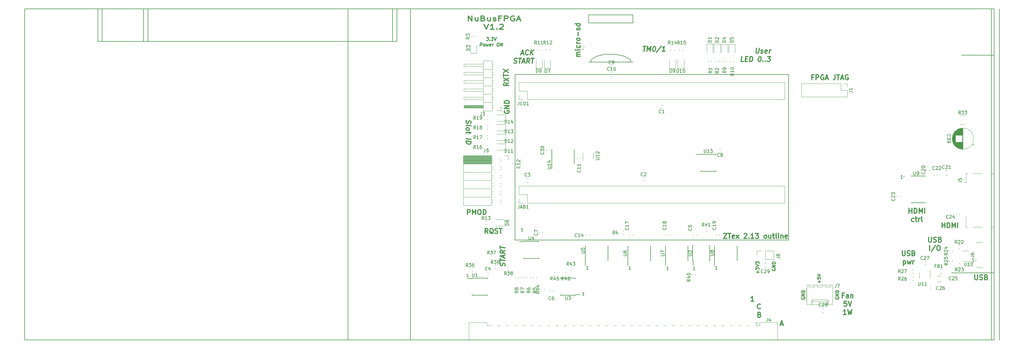
<source format=gbr>
G04 #@! TF.GenerationSoftware,KiCad,Pcbnew,5.0.2+dfsg1-1~bpo9+1*
G04 #@! TF.CreationDate,2022-09-26T19:02:55+02:00*
G04 #@! TF.ProjectId,nubus-to-ztex,6e756275-732d-4746-9f2d-7a7465782e6b,rev?*
G04 #@! TF.SameCoordinates,Original*
G04 #@! TF.FileFunction,Legend,Top*
G04 #@! TF.FilePolarity,Positive*
%FSLAX46Y46*%
G04 Gerber Fmt 4.6, Leading zero omitted, Abs format (unit mm)*
G04 Created by KiCad (PCBNEW 5.0.2+dfsg1-1~bpo9+1) date Mon Sep 26 19:02:55 2022*
%MOMM*%
%LPD*%
G01*
G04 APERTURE LIST*
%ADD10C,0.300000*%
%ADD11C,0.250000*%
%ADD12C,0.200000*%
%ADD13C,0.120000*%
%ADD14C,0.150000*%
%ADD15C,0.127000*%
%ADD16C,0.015000*%
G04 APERTURE END LIST*
D10*
X119202857Y-72398571D02*
X118702857Y-71684285D01*
X118345714Y-72398571D02*
X118345714Y-70898571D01*
X118917142Y-70898571D01*
X119060000Y-70970000D01*
X119131428Y-71041428D01*
X119202857Y-71184285D01*
X119202857Y-71398571D01*
X119131428Y-71541428D01*
X119060000Y-71612857D01*
X118917142Y-71684285D01*
X118345714Y-71684285D01*
X120845714Y-72541428D02*
X120702857Y-72470000D01*
X120560000Y-72327142D01*
X120345714Y-72112857D01*
X120202857Y-72041428D01*
X120060000Y-72041428D01*
X120131428Y-72398571D02*
X119988571Y-72327142D01*
X119845714Y-72184285D01*
X119774285Y-71898571D01*
X119774285Y-71398571D01*
X119845714Y-71112857D01*
X119988571Y-70970000D01*
X120131428Y-70898571D01*
X120417142Y-70898571D01*
X120560000Y-70970000D01*
X120702857Y-71112857D01*
X120774285Y-71398571D01*
X120774285Y-71898571D01*
X120702857Y-72184285D01*
X120560000Y-72327142D01*
X120417142Y-72398571D01*
X120131428Y-72398571D01*
X121345714Y-72327142D02*
X121560000Y-72398571D01*
X121917142Y-72398571D01*
X122060000Y-72327142D01*
X122131428Y-72255714D01*
X122202857Y-72112857D01*
X122202857Y-71970000D01*
X122131428Y-71827142D01*
X122060000Y-71755714D01*
X121917142Y-71684285D01*
X121631428Y-71612857D01*
X121488571Y-71541428D01*
X121417142Y-71470000D01*
X121345714Y-71327142D01*
X121345714Y-71184285D01*
X121417142Y-71041428D01*
X121488571Y-70970000D01*
X121631428Y-70898571D01*
X121988571Y-70898571D01*
X122202857Y-70970000D01*
X122631428Y-70898571D02*
X123488571Y-70898571D01*
X123060000Y-72398571D02*
X123060000Y-70898571D01*
X129387500Y-17215000D02*
X130101785Y-17215000D01*
X129191071Y-17643571D02*
X129878571Y-16143571D01*
X130191071Y-17643571D01*
X131566071Y-17500714D02*
X131485714Y-17572142D01*
X131262500Y-17643571D01*
X131119642Y-17643571D01*
X130914285Y-17572142D01*
X130789285Y-17429285D01*
X130735714Y-17286428D01*
X130700000Y-17000714D01*
X130726785Y-16786428D01*
X130833928Y-16500714D01*
X130923214Y-16357857D01*
X131083928Y-16215000D01*
X131307142Y-16143571D01*
X131450000Y-16143571D01*
X131655357Y-16215000D01*
X131717857Y-16286428D01*
X132191071Y-17643571D02*
X132378571Y-16143571D01*
X133048214Y-17643571D02*
X132512500Y-16786428D01*
X133235714Y-16143571D02*
X132271428Y-17000714D01*
X127128571Y-20122142D02*
X127333928Y-20193571D01*
X127691071Y-20193571D01*
X127842857Y-20122142D01*
X127923214Y-20050714D01*
X128012500Y-19907857D01*
X128030357Y-19765000D01*
X127976785Y-19622142D01*
X127914285Y-19550714D01*
X127780357Y-19479285D01*
X127503571Y-19407857D01*
X127369642Y-19336428D01*
X127307142Y-19265000D01*
X127253571Y-19122142D01*
X127271428Y-18979285D01*
X127360714Y-18836428D01*
X127441071Y-18765000D01*
X127592857Y-18693571D01*
X127950000Y-18693571D01*
X128155357Y-18765000D01*
X128592857Y-18693571D02*
X129450000Y-18693571D01*
X128833928Y-20193571D02*
X129021428Y-18693571D01*
X129744642Y-19765000D02*
X130458928Y-19765000D01*
X129548214Y-20193571D02*
X130235714Y-18693571D01*
X130548214Y-20193571D01*
X131905357Y-20193571D02*
X131494642Y-19479285D01*
X131048214Y-20193571D02*
X131235714Y-18693571D01*
X131807142Y-18693571D01*
X131941071Y-18765000D01*
X132003571Y-18836428D01*
X132057142Y-18979285D01*
X132030357Y-19193571D01*
X131941071Y-19336428D01*
X131860714Y-19407857D01*
X131708928Y-19479285D01*
X131137500Y-19479285D01*
X132521428Y-18693571D02*
X133378571Y-18693571D01*
X132762500Y-20193571D02*
X132950000Y-18693571D01*
X166738571Y-15058571D02*
X167595714Y-15058571D01*
X166979642Y-16558571D02*
X167167142Y-15058571D01*
X167908214Y-16558571D02*
X168095714Y-15058571D01*
X168461785Y-16130000D01*
X169095714Y-15058571D01*
X168908214Y-16558571D01*
X170095714Y-15058571D02*
X170238571Y-15058571D01*
X170372500Y-15130000D01*
X170435000Y-15201428D01*
X170488571Y-15344285D01*
X170524285Y-15630000D01*
X170479642Y-15987142D01*
X170372500Y-16272857D01*
X170283214Y-16415714D01*
X170202857Y-16487142D01*
X170051071Y-16558571D01*
X169908214Y-16558571D01*
X169774285Y-16487142D01*
X169711785Y-16415714D01*
X169658214Y-16272857D01*
X169622500Y-15987142D01*
X169667142Y-15630000D01*
X169774285Y-15344285D01*
X169863571Y-15201428D01*
X169943928Y-15130000D01*
X170095714Y-15058571D01*
X172318928Y-14987142D02*
X170792142Y-16915714D01*
X173408214Y-16558571D02*
X172551071Y-16558571D01*
X172979642Y-16558571D02*
X173167142Y-15058571D01*
X172997500Y-15272857D01*
X172836785Y-15415714D01*
X172685000Y-15487142D01*
X147418571Y-18110000D02*
X146418571Y-18110000D01*
X146561428Y-18110000D02*
X146490000Y-18038571D01*
X146418571Y-17895714D01*
X146418571Y-17681428D01*
X146490000Y-17538571D01*
X146632857Y-17467142D01*
X147418571Y-17467142D01*
X146632857Y-17467142D02*
X146490000Y-17395714D01*
X146418571Y-17252857D01*
X146418571Y-17038571D01*
X146490000Y-16895714D01*
X146632857Y-16824285D01*
X147418571Y-16824285D01*
X147418571Y-16110000D02*
X146418571Y-16110000D01*
X145918571Y-16110000D02*
X145990000Y-16181428D01*
X146061428Y-16110000D01*
X145990000Y-16038571D01*
X145918571Y-16110000D01*
X146061428Y-16110000D01*
X147347142Y-14752857D02*
X147418571Y-14895714D01*
X147418571Y-15181428D01*
X147347142Y-15324285D01*
X147275714Y-15395714D01*
X147132857Y-15467142D01*
X146704285Y-15467142D01*
X146561428Y-15395714D01*
X146490000Y-15324285D01*
X146418571Y-15181428D01*
X146418571Y-14895714D01*
X146490000Y-14752857D01*
X147418571Y-14110000D02*
X146418571Y-14110000D01*
X146704285Y-14110000D02*
X146561428Y-14038571D01*
X146490000Y-13967142D01*
X146418571Y-13824285D01*
X146418571Y-13681428D01*
X147418571Y-12967142D02*
X147347142Y-13110000D01*
X147275714Y-13181428D01*
X147132857Y-13252857D01*
X146704285Y-13252857D01*
X146561428Y-13181428D01*
X146490000Y-13110000D01*
X146418571Y-12967142D01*
X146418571Y-12752857D01*
X146490000Y-12610000D01*
X146561428Y-12538571D01*
X146704285Y-12467142D01*
X147132857Y-12467142D01*
X147275714Y-12538571D01*
X147347142Y-12610000D01*
X147418571Y-12752857D01*
X147418571Y-12967142D01*
X146847142Y-11824285D02*
X146847142Y-10681428D01*
X147347142Y-10038571D02*
X147418571Y-9895714D01*
X147418571Y-9610000D01*
X147347142Y-9467142D01*
X147204285Y-9395714D01*
X147132857Y-9395714D01*
X146990000Y-9467142D01*
X146918571Y-9610000D01*
X146918571Y-9824285D01*
X146847142Y-9967142D01*
X146704285Y-10038571D01*
X146632857Y-10038571D01*
X146490000Y-9967142D01*
X146418571Y-9824285D01*
X146418571Y-9610000D01*
X146490000Y-9467142D01*
X147418571Y-8110000D02*
X145918571Y-8110000D01*
X147347142Y-8110000D02*
X147418571Y-8252857D01*
X147418571Y-8538571D01*
X147347142Y-8681428D01*
X147275714Y-8752857D01*
X147132857Y-8824285D01*
X146704285Y-8824285D01*
X146561428Y-8752857D01*
X146490000Y-8681428D01*
X146418571Y-8538571D01*
X146418571Y-8252857D01*
X146490000Y-8110000D01*
X112964285Y-66628571D02*
X112964285Y-65128571D01*
X113535714Y-65128571D01*
X113678571Y-65200000D01*
X113750000Y-65271428D01*
X113821428Y-65414285D01*
X113821428Y-65628571D01*
X113750000Y-65771428D01*
X113678571Y-65842857D01*
X113535714Y-65914285D01*
X112964285Y-65914285D01*
X114464285Y-66628571D02*
X114464285Y-65128571D01*
X114964285Y-66200000D01*
X115464285Y-65128571D01*
X115464285Y-66628571D01*
X116464285Y-65128571D02*
X116750000Y-65128571D01*
X116892857Y-65200000D01*
X117035714Y-65342857D01*
X117107142Y-65628571D01*
X117107142Y-66128571D01*
X117035714Y-66414285D01*
X116892857Y-66557142D01*
X116750000Y-66628571D01*
X116464285Y-66628571D01*
X116321428Y-66557142D01*
X116178571Y-66414285D01*
X116107142Y-66128571D01*
X116107142Y-65628571D01*
X116178571Y-65342857D01*
X116321428Y-65200000D01*
X116464285Y-65128571D01*
X117750000Y-66628571D02*
X117750000Y-65128571D01*
X118107142Y-65128571D01*
X118321428Y-65200000D01*
X118464285Y-65342857D01*
X118535714Y-65485714D01*
X118607142Y-65771428D01*
X118607142Y-65985714D01*
X118535714Y-66271428D01*
X118464285Y-66414285D01*
X118321428Y-66557142D01*
X118107142Y-66628571D01*
X117750000Y-66628571D01*
D11*
X118790699Y-12217380D02*
X119409747Y-12217380D01*
X119028794Y-12598333D01*
X119171651Y-12598333D01*
X119260937Y-12645952D01*
X119302604Y-12693571D01*
X119338318Y-12788809D01*
X119308556Y-13026904D01*
X119249032Y-13122142D01*
X119195461Y-13169761D01*
X119094270Y-13217380D01*
X118808556Y-13217380D01*
X118719270Y-13169761D01*
X118677604Y-13122142D01*
X119725223Y-13122142D02*
X119766889Y-13169761D01*
X119713318Y-13217380D01*
X119671651Y-13169761D01*
X119725223Y-13122142D01*
X119713318Y-13217380D01*
X120219270Y-12217380D02*
X120838318Y-12217380D01*
X120457366Y-12598333D01*
X120600223Y-12598333D01*
X120689508Y-12645952D01*
X120731175Y-12693571D01*
X120766889Y-12788809D01*
X120737127Y-13026904D01*
X120677604Y-13122142D01*
X120624032Y-13169761D01*
X120522842Y-13217380D01*
X120237127Y-13217380D01*
X120147842Y-13169761D01*
X120106175Y-13122142D01*
X121124032Y-12217380D02*
X121332366Y-13217380D01*
X121790699Y-12217380D01*
X116737127Y-14967380D02*
X116862127Y-13967380D01*
X117243080Y-13967380D01*
X117332366Y-14015000D01*
X117374032Y-14062619D01*
X117409747Y-14157857D01*
X117391889Y-14300714D01*
X117332366Y-14395952D01*
X117278794Y-14443571D01*
X117177604Y-14491190D01*
X116796651Y-14491190D01*
X117879985Y-14967380D02*
X117790699Y-14919761D01*
X117749032Y-14872142D01*
X117713318Y-14776904D01*
X117749032Y-14491190D01*
X117808556Y-14395952D01*
X117862127Y-14348333D01*
X117963318Y-14300714D01*
X118106175Y-14300714D01*
X118195461Y-14348333D01*
X118237127Y-14395952D01*
X118272842Y-14491190D01*
X118237127Y-14776904D01*
X118177604Y-14872142D01*
X118124032Y-14919761D01*
X118022842Y-14967380D01*
X117879985Y-14967380D01*
X118629985Y-14300714D02*
X118737127Y-14967380D01*
X118987127Y-14491190D01*
X119118080Y-14967380D01*
X119391889Y-14300714D01*
X120076413Y-14919761D02*
X119975223Y-14967380D01*
X119784747Y-14967380D01*
X119695461Y-14919761D01*
X119659747Y-14824523D01*
X119707366Y-14443571D01*
X119766889Y-14348333D01*
X119868080Y-14300714D01*
X120058556Y-14300714D01*
X120147842Y-14348333D01*
X120183556Y-14443571D01*
X120171651Y-14538809D01*
X119683556Y-14634047D01*
X120546651Y-14967380D02*
X120629985Y-14300714D01*
X120606175Y-14491190D02*
X120665699Y-14395952D01*
X120719270Y-14348333D01*
X120820461Y-14300714D01*
X120915699Y-14300714D01*
X122243080Y-13967380D02*
X122433556Y-13967380D01*
X122522842Y-14015000D01*
X122606175Y-14110238D01*
X122629985Y-14300714D01*
X122588318Y-14634047D01*
X122516889Y-14824523D01*
X122409747Y-14919761D01*
X122308556Y-14967380D01*
X122118080Y-14967380D01*
X122028794Y-14919761D01*
X121945461Y-14824523D01*
X121921651Y-14634047D01*
X121963318Y-14300714D01*
X122034747Y-14110238D01*
X122141889Y-14015000D01*
X122243080Y-13967380D01*
X122975223Y-14967380D02*
X123100223Y-13967380D01*
X123546651Y-14967380D01*
X123671651Y-13967380D01*
D12*
X182585714Y-83642380D02*
X182014285Y-83642380D01*
X182300000Y-83642380D02*
X182300000Y-82642380D01*
X182204761Y-82785238D01*
X182109523Y-82880476D01*
X182014285Y-82928095D01*
D10*
X124357142Y-82461428D02*
X124428571Y-82256071D01*
X124428571Y-81898928D01*
X124357142Y-81747142D01*
X124285714Y-81666785D01*
X124142857Y-81577500D01*
X124000000Y-81559642D01*
X123857142Y-81613214D01*
X123785714Y-81675714D01*
X123714285Y-81809642D01*
X123642857Y-82086428D01*
X123571428Y-82220357D01*
X123500000Y-82282857D01*
X123357142Y-82336428D01*
X123214285Y-82318571D01*
X123071428Y-82229285D01*
X123000000Y-82148928D01*
X122928571Y-81997142D01*
X122928571Y-81640000D01*
X123000000Y-81434642D01*
X122928571Y-80997142D02*
X122928571Y-80140000D01*
X124428571Y-80756071D02*
X122928571Y-80568571D01*
X124000000Y-79845357D02*
X124000000Y-79131071D01*
X124428571Y-80041785D02*
X122928571Y-79354285D01*
X124428571Y-79041785D01*
X124428571Y-77684642D02*
X123714285Y-78095357D01*
X124428571Y-78541785D02*
X122928571Y-78354285D01*
X122928571Y-77782857D01*
X123000000Y-77648928D01*
X123071428Y-77586428D01*
X123214285Y-77532857D01*
X123428571Y-77559642D01*
X123571428Y-77648928D01*
X123642857Y-77729285D01*
X123714285Y-77881071D01*
X123714285Y-78452500D01*
X122928571Y-77068571D02*
X122928571Y-76211428D01*
X124428571Y-76827500D02*
X122928571Y-76640000D01*
X208732857Y-100250000D02*
X209447142Y-100250000D01*
X208590000Y-100678571D02*
X209090000Y-99178571D01*
X209590000Y-100678571D01*
X202337142Y-97352857D02*
X202551428Y-97424285D01*
X202622857Y-97495714D01*
X202694285Y-97638571D01*
X202694285Y-97852857D01*
X202622857Y-97995714D01*
X202551428Y-98067142D01*
X202408571Y-98138571D01*
X201837142Y-98138571D01*
X201837142Y-96638571D01*
X202337142Y-96638571D01*
X202480000Y-96710000D01*
X202551428Y-96781428D01*
X202622857Y-96924285D01*
X202622857Y-97067142D01*
X202551428Y-97210000D01*
X202480000Y-97281428D01*
X202337142Y-97352857D01*
X201837142Y-97352857D01*
X202634285Y-95445714D02*
X202562857Y-95517142D01*
X202348571Y-95588571D01*
X202205714Y-95588571D01*
X201991428Y-95517142D01*
X201848571Y-95374285D01*
X201777142Y-95231428D01*
X201705714Y-94945714D01*
X201705714Y-94731428D01*
X201777142Y-94445714D01*
X201848571Y-94302857D01*
X201991428Y-94160000D01*
X202205714Y-94088571D01*
X202348571Y-94088571D01*
X202562857Y-94160000D01*
X202634285Y-94231428D01*
X200568571Y-93268571D02*
X199711428Y-93268571D01*
X200140000Y-93268571D02*
X200140000Y-91768571D01*
X199997142Y-91982857D01*
X199854285Y-92125714D01*
X199711428Y-92197142D01*
D12*
X113285714Y-85852380D02*
X112714285Y-85852380D01*
X113000000Y-85852380D02*
X113000000Y-84852380D01*
X112904761Y-84995238D01*
X112809523Y-85090476D01*
X112714285Y-85138095D01*
X148685714Y-91442380D02*
X148114285Y-91442380D01*
X148400000Y-91442380D02*
X148400000Y-90442380D01*
X148304761Y-90585238D01*
X148209523Y-90680476D01*
X148114285Y-90728095D01*
X189385714Y-83442380D02*
X188814285Y-83442380D01*
X189100000Y-83442380D02*
X189100000Y-82442380D01*
X189004761Y-82585238D01*
X188909523Y-82680476D01*
X188814285Y-82728095D01*
D10*
X112592857Y-37745714D02*
X112521428Y-37951071D01*
X112521428Y-38308214D01*
X112592857Y-38460000D01*
X112664285Y-38540357D01*
X112807142Y-38629642D01*
X112950000Y-38647500D01*
X113092857Y-38593928D01*
X113164285Y-38531428D01*
X113235714Y-38397500D01*
X113307142Y-38120714D01*
X113378571Y-37986785D01*
X113450000Y-37924285D01*
X113592857Y-37870714D01*
X113735714Y-37888571D01*
X113878571Y-37977857D01*
X113950000Y-38058214D01*
X114021428Y-38210000D01*
X114021428Y-38567142D01*
X113950000Y-38772500D01*
X112521428Y-39451071D02*
X112592857Y-39317142D01*
X112735714Y-39263571D01*
X114021428Y-39424285D01*
X112521428Y-40236785D02*
X112592857Y-40102857D01*
X112664285Y-40040357D01*
X112807142Y-39986785D01*
X113235714Y-40040357D01*
X113378571Y-40129642D01*
X113450000Y-40210000D01*
X113521428Y-40361785D01*
X113521428Y-40576071D01*
X113450000Y-40710000D01*
X113378571Y-40772500D01*
X113235714Y-40826071D01*
X112807142Y-40772500D01*
X112664285Y-40683214D01*
X112592857Y-40602857D01*
X112521428Y-40451071D01*
X112521428Y-40236785D01*
X113521428Y-41290357D02*
X113521428Y-41861785D01*
X114021428Y-41567142D02*
X112735714Y-41406428D01*
X112592857Y-41460000D01*
X112521428Y-41593928D01*
X112521428Y-41736785D01*
X112521428Y-43379642D02*
X114021428Y-43567142D01*
X112521428Y-44093928D02*
X114021428Y-44281428D01*
X114021428Y-44638571D01*
X113950000Y-44843928D01*
X113807142Y-44968928D01*
X113664285Y-45022500D01*
X113378571Y-45058214D01*
X113164285Y-45031428D01*
X112878571Y-44924285D01*
X112735714Y-44835000D01*
X112592857Y-44674285D01*
X112521428Y-44451071D01*
X112521428Y-44093928D01*
D12*
X275770000Y-105080000D02*
X275770000Y-3480000D01*
X274170000Y-84560000D02*
X261140000Y-84560000D01*
X246185714Y-55552380D02*
X245614285Y-55552380D01*
X245900000Y-55552380D02*
X245900000Y-54552380D01*
X245804761Y-54695238D01*
X245709523Y-54790476D01*
X245614285Y-54838095D01*
X268005714Y-81092380D02*
X267434285Y-81092380D01*
X267720000Y-81092380D02*
X267720000Y-80092380D01*
X267624761Y-80235238D01*
X267529523Y-80330476D01*
X267434285Y-80378095D01*
X174485714Y-83602380D02*
X173914285Y-83602380D01*
X174200000Y-83602380D02*
X174200000Y-82602380D01*
X174104761Y-82745238D01*
X174009523Y-82840476D01*
X173914285Y-82888095D01*
X162935714Y-83502380D02*
X162364285Y-83502380D01*
X162650000Y-83502380D02*
X162650000Y-82502380D01*
X162554761Y-82645238D01*
X162459523Y-82740476D01*
X162364285Y-82788095D01*
X149935714Y-83552380D02*
X149364285Y-83552380D01*
X149650000Y-83552380D02*
X149650000Y-82552380D01*
X149554761Y-82695238D01*
X149459523Y-82790476D01*
X149364285Y-82838095D01*
X129985714Y-71752380D02*
X129414285Y-71752380D01*
X129700000Y-71752380D02*
X129700000Y-70752380D01*
X129604761Y-70895238D01*
X129509523Y-70990476D01*
X129414285Y-71038095D01*
D11*
X220631428Y-87605714D02*
X220631428Y-86843809D01*
X221012380Y-87224761D02*
X220250476Y-87224761D01*
X220012380Y-85891428D02*
X220012380Y-86367619D01*
X220488571Y-86415238D01*
X220440952Y-86367619D01*
X220393333Y-86272380D01*
X220393333Y-86034285D01*
X220440952Y-85939047D01*
X220488571Y-85891428D01*
X220583809Y-85843809D01*
X220821904Y-85843809D01*
X220917142Y-85891428D01*
X220964761Y-85939047D01*
X221012380Y-86034285D01*
X221012380Y-86272380D01*
X220964761Y-86367619D01*
X220917142Y-86415238D01*
X220012380Y-85558095D02*
X221012380Y-85224761D01*
X220012380Y-84891428D01*
X225620000Y-92021904D02*
X225572380Y-92117142D01*
X225572380Y-92260000D01*
X225620000Y-92402857D01*
X225715238Y-92498095D01*
X225810476Y-92545714D01*
X226000952Y-92593333D01*
X226143809Y-92593333D01*
X226334285Y-92545714D01*
X226429523Y-92498095D01*
X226524761Y-92402857D01*
X226572380Y-92260000D01*
X226572380Y-92164761D01*
X226524761Y-92021904D01*
X226477142Y-91974285D01*
X226143809Y-91974285D01*
X226143809Y-92164761D01*
X226572380Y-91545714D02*
X225572380Y-91545714D01*
X226572380Y-90974285D01*
X225572380Y-90974285D01*
X226572380Y-90498095D02*
X225572380Y-90498095D01*
X225572380Y-90260000D01*
X225620000Y-90117142D01*
X225715238Y-90021904D01*
X225810476Y-89974285D01*
X226000952Y-89926666D01*
X226143809Y-89926666D01*
X226334285Y-89974285D01*
X226429523Y-90021904D01*
X226524761Y-90117142D01*
X226572380Y-90260000D01*
X226572380Y-90498095D01*
X215220000Y-92021904D02*
X215172380Y-92117142D01*
X215172380Y-92260000D01*
X215220000Y-92402857D01*
X215315238Y-92498095D01*
X215410476Y-92545714D01*
X215600952Y-92593333D01*
X215743809Y-92593333D01*
X215934285Y-92545714D01*
X216029523Y-92498095D01*
X216124761Y-92402857D01*
X216172380Y-92260000D01*
X216172380Y-92164761D01*
X216124761Y-92021904D01*
X216077142Y-91974285D01*
X215743809Y-91974285D01*
X215743809Y-92164761D01*
X216172380Y-91545714D02*
X215172380Y-91545714D01*
X216172380Y-90974285D01*
X215172380Y-90974285D01*
X216172380Y-90498095D02*
X215172380Y-90498095D01*
X215172380Y-90260000D01*
X215220000Y-90117142D01*
X215315238Y-90021904D01*
X215410476Y-89974285D01*
X215600952Y-89926666D01*
X215743809Y-89926666D01*
X215934285Y-89974285D01*
X216029523Y-90021904D01*
X216124761Y-90117142D01*
X216172380Y-90260000D01*
X216172380Y-90498095D01*
X206200000Y-83261904D02*
X206152380Y-83357142D01*
X206152380Y-83500000D01*
X206200000Y-83642857D01*
X206295238Y-83738095D01*
X206390476Y-83785714D01*
X206580952Y-83833333D01*
X206723809Y-83833333D01*
X206914285Y-83785714D01*
X207009523Y-83738095D01*
X207104761Y-83642857D01*
X207152380Y-83500000D01*
X207152380Y-83404761D01*
X207104761Y-83261904D01*
X207057142Y-83214285D01*
X206723809Y-83214285D01*
X206723809Y-83404761D01*
X207152380Y-82785714D02*
X206152380Y-82785714D01*
X207152380Y-82214285D01*
X206152380Y-82214285D01*
X207152380Y-81738095D02*
X206152380Y-81738095D01*
X206152380Y-81500000D01*
X206200000Y-81357142D01*
X206295238Y-81261904D01*
X206390476Y-81214285D01*
X206580952Y-81166666D01*
X206723809Y-81166666D01*
X206914285Y-81214285D01*
X207009523Y-81261904D01*
X207104761Y-81357142D01*
X207152380Y-81500000D01*
X207152380Y-81738095D01*
X201771428Y-84661904D02*
X201771428Y-83900000D01*
X202152380Y-84280952D02*
X201390476Y-84280952D01*
X201152380Y-83519047D02*
X201152380Y-82900000D01*
X201533333Y-83233333D01*
X201533333Y-83090476D01*
X201580952Y-82995238D01*
X201628571Y-82947619D01*
X201723809Y-82900000D01*
X201961904Y-82900000D01*
X202057142Y-82947619D01*
X202104761Y-82995238D01*
X202152380Y-83090476D01*
X202152380Y-83376190D01*
X202104761Y-83471428D01*
X202057142Y-83519047D01*
X201152380Y-82614285D02*
X202152380Y-82280952D01*
X201152380Y-81947619D01*
X201152380Y-81709523D02*
X201152380Y-81090476D01*
X201533333Y-81423809D01*
X201533333Y-81280952D01*
X201580952Y-81185714D01*
X201628571Y-81138095D01*
X201723809Y-81090476D01*
X201961904Y-81090476D01*
X202057142Y-81138095D01*
X202104761Y-81185714D01*
X202152380Y-81280952D01*
X202152380Y-81566666D01*
X202104761Y-81661904D01*
X202057142Y-81709523D01*
D10*
X228137142Y-91422857D02*
X227637142Y-91422857D01*
X227637142Y-92208571D02*
X227637142Y-90708571D01*
X228351428Y-90708571D01*
X229565714Y-92208571D02*
X229565714Y-91422857D01*
X229494285Y-91280000D01*
X229351428Y-91208571D01*
X229065714Y-91208571D01*
X228922857Y-91280000D01*
X229565714Y-92137142D02*
X229422857Y-92208571D01*
X229065714Y-92208571D01*
X228922857Y-92137142D01*
X228851428Y-91994285D01*
X228851428Y-91851428D01*
X228922857Y-91708571D01*
X229065714Y-91637142D01*
X229422857Y-91637142D01*
X229565714Y-91565714D01*
X230280000Y-91208571D02*
X230280000Y-92208571D01*
X230280000Y-91351428D02*
X230351428Y-91280000D01*
X230494285Y-91208571D01*
X230708571Y-91208571D01*
X230851428Y-91280000D01*
X230922857Y-91422857D01*
X230922857Y-92208571D01*
X228994285Y-93258571D02*
X228280000Y-93258571D01*
X228208571Y-93972857D01*
X228280000Y-93901428D01*
X228422857Y-93830000D01*
X228780000Y-93830000D01*
X228922857Y-93901428D01*
X228994285Y-93972857D01*
X229065714Y-94115714D01*
X229065714Y-94472857D01*
X228994285Y-94615714D01*
X228922857Y-94687142D01*
X228780000Y-94758571D01*
X228422857Y-94758571D01*
X228280000Y-94687142D01*
X228208571Y-94615714D01*
X229494285Y-93258571D02*
X229994285Y-94758571D01*
X230494285Y-93258571D01*
X228851428Y-97308571D02*
X227994285Y-97308571D01*
X228422857Y-97308571D02*
X228422857Y-95808571D01*
X228280000Y-96022857D01*
X228137142Y-96165714D01*
X227994285Y-96237142D01*
X229351428Y-95808571D02*
X229708571Y-97308571D01*
X229994285Y-96237142D01*
X230280000Y-97308571D01*
X230637142Y-95808571D01*
D12*
X211270000Y-74450000D02*
X211270000Y-23650000D01*
D10*
X113195238Y-7203571D02*
X113195238Y-5703571D01*
X114338095Y-7203571D01*
X114338095Y-5703571D01*
X116147619Y-6203571D02*
X116147619Y-7203571D01*
X115290476Y-6203571D02*
X115290476Y-6989285D01*
X115385714Y-7132142D01*
X115576190Y-7203571D01*
X115861904Y-7203571D01*
X116052380Y-7132142D01*
X116147619Y-7060714D01*
X117766666Y-6417857D02*
X118052380Y-6489285D01*
X118147619Y-6560714D01*
X118242857Y-6703571D01*
X118242857Y-6917857D01*
X118147619Y-7060714D01*
X118052380Y-7132142D01*
X117861904Y-7203571D01*
X117099999Y-7203571D01*
X117099999Y-5703571D01*
X117766666Y-5703571D01*
X117957142Y-5775000D01*
X118052380Y-5846428D01*
X118147619Y-5989285D01*
X118147619Y-6132142D01*
X118052380Y-6275000D01*
X117957142Y-6346428D01*
X117766666Y-6417857D01*
X117099999Y-6417857D01*
X119957142Y-6203571D02*
X119957142Y-7203571D01*
X119099999Y-6203571D02*
X119099999Y-6989285D01*
X119195238Y-7132142D01*
X119385714Y-7203571D01*
X119671428Y-7203571D01*
X119861904Y-7132142D01*
X119957142Y-7060714D01*
X120814285Y-7132142D02*
X121004761Y-7203571D01*
X121385714Y-7203571D01*
X121576190Y-7132142D01*
X121671428Y-6989285D01*
X121671428Y-6917857D01*
X121576190Y-6775000D01*
X121385714Y-6703571D01*
X121099999Y-6703571D01*
X120909523Y-6632142D01*
X120814285Y-6489285D01*
X120814285Y-6417857D01*
X120909523Y-6275000D01*
X121099999Y-6203571D01*
X121385714Y-6203571D01*
X121576190Y-6275000D01*
X123195238Y-6417857D02*
X122528571Y-6417857D01*
X122528571Y-7203571D02*
X122528571Y-5703571D01*
X123480952Y-5703571D01*
X124242857Y-7203571D02*
X124242857Y-5703571D01*
X125004761Y-5703571D01*
X125195238Y-5775000D01*
X125290476Y-5846428D01*
X125385714Y-5989285D01*
X125385714Y-6203571D01*
X125290476Y-6346428D01*
X125195238Y-6417857D01*
X125004761Y-6489285D01*
X124242857Y-6489285D01*
X127290476Y-5775000D02*
X127100000Y-5703571D01*
X126814285Y-5703571D01*
X126528571Y-5775000D01*
X126338095Y-5917857D01*
X126242857Y-6060714D01*
X126147619Y-6346428D01*
X126147619Y-6560714D01*
X126242857Y-6846428D01*
X126338095Y-6989285D01*
X126528571Y-7132142D01*
X126814285Y-7203571D01*
X127004761Y-7203571D01*
X127290476Y-7132142D01*
X127385714Y-7060714D01*
X127385714Y-6560714D01*
X127004761Y-6560714D01*
X128147619Y-6775000D02*
X129100000Y-6775000D01*
X127957142Y-7203571D02*
X128623809Y-5703571D01*
X129290476Y-7203571D01*
X118052380Y-8253571D02*
X118719047Y-9753571D01*
X119385714Y-8253571D01*
X121100000Y-9753571D02*
X119957142Y-9753571D01*
X120528571Y-9753571D02*
X120528571Y-8253571D01*
X120338095Y-8467857D01*
X120147619Y-8610714D01*
X119957142Y-8682142D01*
X121957142Y-9610714D02*
X122052380Y-9682142D01*
X121957142Y-9753571D01*
X121861904Y-9682142D01*
X121957142Y-9610714D01*
X121957142Y-9753571D01*
X122814285Y-8396428D02*
X122909523Y-8325000D01*
X123100000Y-8253571D01*
X123576190Y-8253571D01*
X123766666Y-8325000D01*
X123861904Y-8396428D01*
X123957142Y-8539285D01*
X123957142Y-8682142D01*
X123861904Y-8896428D01*
X122719047Y-9753571D01*
X123957142Y-9753571D01*
X268247142Y-85148571D02*
X268247142Y-86362857D01*
X268318571Y-86505714D01*
X268390000Y-86577142D01*
X268532857Y-86648571D01*
X268818571Y-86648571D01*
X268961428Y-86577142D01*
X269032857Y-86505714D01*
X269104285Y-86362857D01*
X269104285Y-85148571D01*
X269747142Y-86577142D02*
X269961428Y-86648571D01*
X270318571Y-86648571D01*
X270461428Y-86577142D01*
X270532857Y-86505714D01*
X270604285Y-86362857D01*
X270604285Y-86220000D01*
X270532857Y-86077142D01*
X270461428Y-86005714D01*
X270318571Y-85934285D01*
X270032857Y-85862857D01*
X269890000Y-85791428D01*
X269818571Y-85720000D01*
X269747142Y-85577142D01*
X269747142Y-85434285D01*
X269818571Y-85291428D01*
X269890000Y-85220000D01*
X270032857Y-85148571D01*
X270390000Y-85148571D01*
X270604285Y-85220000D01*
X271747142Y-85862857D02*
X271961428Y-85934285D01*
X272032857Y-86005714D01*
X272104285Y-86148571D01*
X272104285Y-86362857D01*
X272032857Y-86505714D01*
X271961428Y-86577142D01*
X271818571Y-86648571D01*
X271247142Y-86648571D01*
X271247142Y-85148571D01*
X271747142Y-85148571D01*
X271890000Y-85220000D01*
X271961428Y-85291428D01*
X272032857Y-85434285D01*
X272032857Y-85577142D01*
X271961428Y-85720000D01*
X271890000Y-85791428D01*
X271747142Y-85862857D01*
X271247142Y-85862857D01*
X258207142Y-70678571D02*
X258207142Y-69178571D01*
X258207142Y-69892857D02*
X259064285Y-69892857D01*
X259064285Y-70678571D02*
X259064285Y-69178571D01*
X259778571Y-70678571D02*
X259778571Y-69178571D01*
X260135714Y-69178571D01*
X260350000Y-69250000D01*
X260492857Y-69392857D01*
X260564285Y-69535714D01*
X260635714Y-69821428D01*
X260635714Y-70035714D01*
X260564285Y-70321428D01*
X260492857Y-70464285D01*
X260350000Y-70607142D01*
X260135714Y-70678571D01*
X259778571Y-70678571D01*
X261278571Y-70678571D02*
X261278571Y-69178571D01*
X261778571Y-70250000D01*
X262278571Y-69178571D01*
X262278571Y-70678571D01*
X262992857Y-70678571D02*
X262992857Y-69178571D01*
X191318571Y-72428571D02*
X192318571Y-72428571D01*
X191318571Y-73928571D01*
X192318571Y-73928571D01*
X192675714Y-72428571D02*
X193532857Y-72428571D01*
X193104285Y-73928571D02*
X193104285Y-72428571D01*
X194604285Y-73857142D02*
X194461428Y-73928571D01*
X194175714Y-73928571D01*
X194032857Y-73857142D01*
X193961428Y-73714285D01*
X193961428Y-73142857D01*
X194032857Y-73000000D01*
X194175714Y-72928571D01*
X194461428Y-72928571D01*
X194604285Y-73000000D01*
X194675714Y-73142857D01*
X194675714Y-73285714D01*
X193961428Y-73428571D01*
X195175714Y-73928571D02*
X195961428Y-72928571D01*
X195175714Y-72928571D02*
X195961428Y-73928571D01*
X197604285Y-72571428D02*
X197675714Y-72500000D01*
X197818571Y-72428571D01*
X198175714Y-72428571D01*
X198318571Y-72500000D01*
X198390000Y-72571428D01*
X198461428Y-72714285D01*
X198461428Y-72857142D01*
X198390000Y-73071428D01*
X197532857Y-73928571D01*
X198461428Y-73928571D01*
X199104285Y-73785714D02*
X199175714Y-73857142D01*
X199104285Y-73928571D01*
X199032857Y-73857142D01*
X199104285Y-73785714D01*
X199104285Y-73928571D01*
X200604285Y-73928571D02*
X199747142Y-73928571D01*
X200175714Y-73928571D02*
X200175714Y-72428571D01*
X200032857Y-72642857D01*
X199890000Y-72785714D01*
X199747142Y-72857142D01*
X201104285Y-72428571D02*
X202032857Y-72428571D01*
X201532857Y-73000000D01*
X201747142Y-73000000D01*
X201890000Y-73071428D01*
X201961428Y-73142857D01*
X202032857Y-73285714D01*
X202032857Y-73642857D01*
X201961428Y-73785714D01*
X201890000Y-73857142D01*
X201747142Y-73928571D01*
X201318571Y-73928571D01*
X201175714Y-73857142D01*
X201104285Y-73785714D01*
X204032857Y-73928571D02*
X203890000Y-73857142D01*
X203818571Y-73785714D01*
X203747142Y-73642857D01*
X203747142Y-73214285D01*
X203818571Y-73071428D01*
X203890000Y-73000000D01*
X204032857Y-72928571D01*
X204247142Y-72928571D01*
X204390000Y-73000000D01*
X204461428Y-73071428D01*
X204532857Y-73214285D01*
X204532857Y-73642857D01*
X204461428Y-73785714D01*
X204390000Y-73857142D01*
X204247142Y-73928571D01*
X204032857Y-73928571D01*
X205818571Y-72928571D02*
X205818571Y-73928571D01*
X205175714Y-72928571D02*
X205175714Y-73714285D01*
X205247142Y-73857142D01*
X205390000Y-73928571D01*
X205604285Y-73928571D01*
X205747142Y-73857142D01*
X205818571Y-73785714D01*
X206318571Y-72928571D02*
X206890000Y-72928571D01*
X206532857Y-72428571D02*
X206532857Y-73714285D01*
X206604285Y-73857142D01*
X206747142Y-73928571D01*
X206890000Y-73928571D01*
X207604285Y-73928571D02*
X207461428Y-73857142D01*
X207390000Y-73714285D01*
X207390000Y-72428571D01*
X208175714Y-73928571D02*
X208175714Y-72928571D01*
X208175714Y-72428571D02*
X208104285Y-72500000D01*
X208175714Y-72571428D01*
X208247142Y-72500000D01*
X208175714Y-72428571D01*
X208175714Y-72571428D01*
X208890000Y-72928571D02*
X208890000Y-73928571D01*
X208890000Y-73071428D02*
X208961428Y-73000000D01*
X209104285Y-72928571D01*
X209318571Y-72928571D01*
X209461428Y-73000000D01*
X209532857Y-73142857D01*
X209532857Y-73928571D01*
X210818571Y-73857142D02*
X210675714Y-73928571D01*
X210390000Y-73928571D01*
X210247142Y-73857142D01*
X210175714Y-73714285D01*
X210175714Y-73142857D01*
X210247142Y-73000000D01*
X210390000Y-72928571D01*
X210675714Y-72928571D01*
X210818571Y-73000000D01*
X210890000Y-73142857D01*
X210890000Y-73285714D01*
X210175714Y-73428571D01*
X246027142Y-77793571D02*
X246027142Y-79007857D01*
X246098571Y-79150714D01*
X246170000Y-79222142D01*
X246312857Y-79293571D01*
X246598571Y-79293571D01*
X246741428Y-79222142D01*
X246812857Y-79150714D01*
X246884285Y-79007857D01*
X246884285Y-77793571D01*
X247527142Y-79222142D02*
X247741428Y-79293571D01*
X248098571Y-79293571D01*
X248241428Y-79222142D01*
X248312857Y-79150714D01*
X248384285Y-79007857D01*
X248384285Y-78865000D01*
X248312857Y-78722142D01*
X248241428Y-78650714D01*
X248098571Y-78579285D01*
X247812857Y-78507857D01*
X247670000Y-78436428D01*
X247598571Y-78365000D01*
X247527142Y-78222142D01*
X247527142Y-78079285D01*
X247598571Y-77936428D01*
X247670000Y-77865000D01*
X247812857Y-77793571D01*
X248170000Y-77793571D01*
X248384285Y-77865000D01*
X249527142Y-78507857D02*
X249741428Y-78579285D01*
X249812857Y-78650714D01*
X249884285Y-78793571D01*
X249884285Y-79007857D01*
X249812857Y-79150714D01*
X249741428Y-79222142D01*
X249598571Y-79293571D01*
X249027142Y-79293571D01*
X249027142Y-77793571D01*
X249527142Y-77793571D01*
X249670000Y-77865000D01*
X249741428Y-77936428D01*
X249812857Y-78079285D01*
X249812857Y-78222142D01*
X249741428Y-78365000D01*
X249670000Y-78436428D01*
X249527142Y-78507857D01*
X249027142Y-78507857D01*
X246348571Y-80843571D02*
X246348571Y-82343571D01*
X246348571Y-80915000D02*
X246491428Y-80843571D01*
X246777142Y-80843571D01*
X246920000Y-80915000D01*
X246991428Y-80986428D01*
X247062857Y-81129285D01*
X247062857Y-81557857D01*
X246991428Y-81700714D01*
X246920000Y-81772142D01*
X246777142Y-81843571D01*
X246491428Y-81843571D01*
X246348571Y-81772142D01*
X247562857Y-80843571D02*
X247848571Y-81843571D01*
X248134285Y-81129285D01*
X248420000Y-81843571D01*
X248705714Y-80843571D01*
X249277142Y-81843571D02*
X249277142Y-80843571D01*
X249277142Y-81129285D02*
X249348571Y-80986428D01*
X249420000Y-80915000D01*
X249562857Y-80843571D01*
X249705714Y-80843571D01*
X254107142Y-73603571D02*
X254107142Y-74817857D01*
X254178571Y-74960714D01*
X254250000Y-75032142D01*
X254392857Y-75103571D01*
X254678571Y-75103571D01*
X254821428Y-75032142D01*
X254892857Y-74960714D01*
X254964285Y-74817857D01*
X254964285Y-73603571D01*
X255607142Y-75032142D02*
X255821428Y-75103571D01*
X256178571Y-75103571D01*
X256321428Y-75032142D01*
X256392857Y-74960714D01*
X256464285Y-74817857D01*
X256464285Y-74675000D01*
X256392857Y-74532142D01*
X256321428Y-74460714D01*
X256178571Y-74389285D01*
X255892857Y-74317857D01*
X255750000Y-74246428D01*
X255678571Y-74175000D01*
X255607142Y-74032142D01*
X255607142Y-73889285D01*
X255678571Y-73746428D01*
X255750000Y-73675000D01*
X255892857Y-73603571D01*
X256250000Y-73603571D01*
X256464285Y-73675000D01*
X257607142Y-74317857D02*
X257821428Y-74389285D01*
X257892857Y-74460714D01*
X257964285Y-74603571D01*
X257964285Y-74817857D01*
X257892857Y-74960714D01*
X257821428Y-75032142D01*
X257678571Y-75103571D01*
X257107142Y-75103571D01*
X257107142Y-73603571D01*
X257607142Y-73603571D01*
X257750000Y-73675000D01*
X257821428Y-73746428D01*
X257892857Y-73889285D01*
X257892857Y-74032142D01*
X257821428Y-74175000D01*
X257750000Y-74246428D01*
X257607142Y-74317857D01*
X257107142Y-74317857D01*
X254428571Y-77653571D02*
X254428571Y-76153571D01*
X256214285Y-76082142D02*
X254928571Y-78010714D01*
X257000000Y-76153571D02*
X257285714Y-76153571D01*
X257428571Y-76225000D01*
X257571428Y-76367857D01*
X257642857Y-76653571D01*
X257642857Y-77153571D01*
X257571428Y-77439285D01*
X257428571Y-77582142D01*
X257285714Y-77653571D01*
X257000000Y-77653571D01*
X256857142Y-77582142D01*
X256714285Y-77439285D01*
X256642857Y-77153571D01*
X256642857Y-76653571D01*
X256714285Y-76367857D01*
X256857142Y-76225000D01*
X257000000Y-76153571D01*
X248107142Y-66253571D02*
X248107142Y-64753571D01*
X248107142Y-65467857D02*
X248964285Y-65467857D01*
X248964285Y-66253571D02*
X248964285Y-64753571D01*
X249678571Y-66253571D02*
X249678571Y-64753571D01*
X250035714Y-64753571D01*
X250250000Y-64825000D01*
X250392857Y-64967857D01*
X250464285Y-65110714D01*
X250535714Y-65396428D01*
X250535714Y-65610714D01*
X250464285Y-65896428D01*
X250392857Y-66039285D01*
X250250000Y-66182142D01*
X250035714Y-66253571D01*
X249678571Y-66253571D01*
X251178571Y-66253571D02*
X251178571Y-64753571D01*
X251678571Y-65825000D01*
X252178571Y-64753571D01*
X252178571Y-66253571D01*
X252892857Y-66253571D02*
X252892857Y-64753571D01*
X249571428Y-68732142D02*
X249428571Y-68803571D01*
X249142857Y-68803571D01*
X249000000Y-68732142D01*
X248928571Y-68660714D01*
X248857142Y-68517857D01*
X248857142Y-68089285D01*
X248928571Y-67946428D01*
X249000000Y-67875000D01*
X249142857Y-67803571D01*
X249428571Y-67803571D01*
X249571428Y-67875000D01*
X250000000Y-67803571D02*
X250571428Y-67803571D01*
X250214285Y-67303571D02*
X250214285Y-68589285D01*
X250285714Y-68732142D01*
X250428571Y-68803571D01*
X250571428Y-68803571D01*
X251071428Y-68803571D02*
X251071428Y-67803571D01*
X251071428Y-68089285D02*
X251142857Y-67946428D01*
X251214285Y-67875000D01*
X251357142Y-67803571D01*
X251500000Y-67803571D01*
X252214285Y-68803571D02*
X252071428Y-68732142D01*
X252000000Y-68589285D01*
X252000000Y-67303571D01*
X201398571Y-15643571D02*
X201246785Y-16857857D01*
X201300357Y-17000714D01*
X201362857Y-17072142D01*
X201496785Y-17143571D01*
X201782500Y-17143571D01*
X201934285Y-17072142D01*
X202014642Y-17000714D01*
X202103928Y-16857857D01*
X202255714Y-15643571D01*
X202720000Y-17072142D02*
X202853928Y-17143571D01*
X203139642Y-17143571D01*
X203291428Y-17072142D01*
X203380714Y-16929285D01*
X203389642Y-16857857D01*
X203336071Y-16715000D01*
X203202142Y-16643571D01*
X202987857Y-16643571D01*
X202853928Y-16572142D01*
X202800357Y-16429285D01*
X202809285Y-16357857D01*
X202898571Y-16215000D01*
X203050357Y-16143571D01*
X203264642Y-16143571D01*
X203398571Y-16215000D01*
X204577142Y-17072142D02*
X204425357Y-17143571D01*
X204139642Y-17143571D01*
X204005714Y-17072142D01*
X203952142Y-16929285D01*
X204023571Y-16357857D01*
X204112857Y-16215000D01*
X204264642Y-16143571D01*
X204550357Y-16143571D01*
X204684285Y-16215000D01*
X204737857Y-16357857D01*
X204720000Y-16500714D01*
X203987857Y-16643571D01*
X205282500Y-17143571D02*
X205407500Y-16143571D01*
X205371785Y-16429285D02*
X205461071Y-16286428D01*
X205541428Y-16215000D01*
X205693214Y-16143571D01*
X205836071Y-16143571D01*
X197425357Y-19693571D02*
X196711071Y-19693571D01*
X196898571Y-18193571D01*
X198023571Y-18907857D02*
X198523571Y-18907857D01*
X198639642Y-19693571D02*
X197925357Y-19693571D01*
X198112857Y-18193571D01*
X198827142Y-18193571D01*
X199282500Y-19693571D02*
X199470000Y-18193571D01*
X199827142Y-18193571D01*
X200032500Y-18265000D01*
X200157500Y-18407857D01*
X200211071Y-18550714D01*
X200246785Y-18836428D01*
X200220000Y-19050714D01*
X200112857Y-19336428D01*
X200023571Y-19479285D01*
X199862857Y-19622142D01*
X199639642Y-19693571D01*
X199282500Y-19693571D01*
X202398571Y-18193571D02*
X202541428Y-18193571D01*
X202675357Y-18265000D01*
X202737857Y-18336428D01*
X202791428Y-18479285D01*
X202827142Y-18765000D01*
X202782500Y-19122142D01*
X202675357Y-19407857D01*
X202586071Y-19550714D01*
X202505714Y-19622142D01*
X202353928Y-19693571D01*
X202211071Y-19693571D01*
X202077142Y-19622142D01*
X202014642Y-19550714D01*
X201961071Y-19407857D01*
X201925357Y-19122142D01*
X201970000Y-18765000D01*
X202077142Y-18479285D01*
X202166428Y-18336428D01*
X202246785Y-18265000D01*
X202398571Y-18193571D01*
X203371785Y-19550714D02*
X203434285Y-19622142D01*
X203353928Y-19693571D01*
X203291428Y-19622142D01*
X203371785Y-19550714D01*
X203353928Y-19693571D01*
X204086071Y-19550714D02*
X204148571Y-19622142D01*
X204068214Y-19693571D01*
X204005714Y-19622142D01*
X204086071Y-19550714D01*
X204068214Y-19693571D01*
X204827142Y-18193571D02*
X205755714Y-18193571D01*
X205184285Y-18765000D01*
X205398571Y-18765000D01*
X205532500Y-18836428D01*
X205595000Y-18907857D01*
X205648571Y-19050714D01*
X205603928Y-19407857D01*
X205514642Y-19550714D01*
X205434285Y-19622142D01*
X205282500Y-19693571D01*
X204853928Y-19693571D01*
X204720000Y-19622142D01*
X204657500Y-19550714D01*
X123968571Y-24312857D02*
X123968571Y-23455714D01*
X125468571Y-23884285D02*
X123968571Y-23884285D01*
X123968571Y-23098571D02*
X125468571Y-22098571D01*
X123968571Y-22098571D02*
X125468571Y-23098571D01*
X125538571Y-26230000D02*
X124824285Y-26730000D01*
X125538571Y-27087142D02*
X124038571Y-27087142D01*
X124038571Y-26515714D01*
X124110000Y-26372857D01*
X124181428Y-26301428D01*
X124324285Y-26230000D01*
X124538571Y-26230000D01*
X124681428Y-26301428D01*
X124752857Y-26372857D01*
X124824285Y-26515714D01*
X124824285Y-27087142D01*
X124038571Y-25730000D02*
X125538571Y-24730000D01*
X124038571Y-24730000D02*
X125538571Y-25730000D01*
X124310000Y-34772857D02*
X124238571Y-34915714D01*
X124238571Y-35130000D01*
X124310000Y-35344285D01*
X124452857Y-35487142D01*
X124595714Y-35558571D01*
X124881428Y-35630000D01*
X125095714Y-35630000D01*
X125381428Y-35558571D01*
X125524285Y-35487142D01*
X125667142Y-35344285D01*
X125738571Y-35130000D01*
X125738571Y-34987142D01*
X125667142Y-34772857D01*
X125595714Y-34701428D01*
X125095714Y-34701428D01*
X125095714Y-34987142D01*
X125738571Y-34058571D02*
X124238571Y-34058571D01*
X125738571Y-33201428D01*
X124238571Y-33201428D01*
X125738571Y-32487142D02*
X124238571Y-32487142D01*
X124238571Y-32130000D01*
X124310000Y-31915714D01*
X124452857Y-31772857D01*
X124595714Y-31701428D01*
X124881428Y-31630000D01*
X125095714Y-31630000D01*
X125381428Y-31701428D01*
X125524285Y-31772857D01*
X125667142Y-31915714D01*
X125738571Y-32130000D01*
X125738571Y-32487142D01*
X218844285Y-24502857D02*
X218344285Y-24502857D01*
X218344285Y-25288571D02*
X218344285Y-23788571D01*
X219058571Y-23788571D01*
X219630000Y-25288571D02*
X219630000Y-23788571D01*
X220201428Y-23788571D01*
X220344285Y-23860000D01*
X220415714Y-23931428D01*
X220487142Y-24074285D01*
X220487142Y-24288571D01*
X220415714Y-24431428D01*
X220344285Y-24502857D01*
X220201428Y-24574285D01*
X219630000Y-24574285D01*
X221915714Y-23860000D02*
X221772857Y-23788571D01*
X221558571Y-23788571D01*
X221344285Y-23860000D01*
X221201428Y-24002857D01*
X221130000Y-24145714D01*
X221058571Y-24431428D01*
X221058571Y-24645714D01*
X221130000Y-24931428D01*
X221201428Y-25074285D01*
X221344285Y-25217142D01*
X221558571Y-25288571D01*
X221701428Y-25288571D01*
X221915714Y-25217142D01*
X221987142Y-25145714D01*
X221987142Y-24645714D01*
X221701428Y-24645714D01*
X222558571Y-24860000D02*
X223272857Y-24860000D01*
X222415714Y-25288571D02*
X222915714Y-23788571D01*
X223415714Y-25288571D01*
X225487142Y-23788571D02*
X225487142Y-24860000D01*
X225415714Y-25074285D01*
X225272857Y-25217142D01*
X225058571Y-25288571D01*
X224915714Y-25288571D01*
X225987142Y-23788571D02*
X226844285Y-23788571D01*
X226415714Y-25288571D02*
X226415714Y-23788571D01*
X227272857Y-24860000D02*
X227987142Y-24860000D01*
X227130000Y-25288571D02*
X227630000Y-23788571D01*
X228130000Y-25288571D01*
X229415714Y-23860000D02*
X229272857Y-23788571D01*
X229058571Y-23788571D01*
X228844285Y-23860000D01*
X228701428Y-24002857D01*
X228630000Y-24145714D01*
X228558571Y-24431428D01*
X228558571Y-24645714D01*
X228630000Y-24931428D01*
X228701428Y-25074285D01*
X228844285Y-25217142D01*
X229058571Y-25288571D01*
X229201428Y-25288571D01*
X229415714Y-25217142D01*
X229487142Y-25145714D01*
X229487142Y-24645714D01*
X229201428Y-24645714D01*
D12*
X274170000Y-17750000D02*
X264170000Y-17750000D01*
X15120000Y-3480000D02*
X15120000Y-13480000D01*
X91320000Y-3480000D02*
X91320000Y-13480000D01*
X15120000Y-13480000D02*
X91320000Y-13480000D01*
X15120000Y-13480000D02*
X1120000Y-13480000D01*
X1120000Y-13480000D02*
X1120000Y-3480000D01*
X-170000Y-13480000D02*
X-170000Y-3480000D01*
X13830000Y-13480000D02*
X-170000Y-13480000D01*
X13830000Y-13480000D02*
X90030000Y-13480000D01*
X90030000Y-3480000D02*
X90030000Y-13480000D01*
X13830000Y-3480000D02*
X13830000Y-13480000D01*
X76330000Y-105080000D02*
X76330000Y-3480000D01*
X-22580000Y-105080000D02*
X-22580000Y-3480000D01*
X273330000Y-105080000D02*
X273330000Y-3480000D01*
X95530000Y-105080000D02*
X95530000Y-3480000D01*
X274170000Y-105080000D02*
X-22580000Y-105080000D01*
X274170000Y-3480000D02*
X274170000Y-105080000D01*
X-22580000Y-3480000D02*
X274170000Y-3480000D01*
X127470000Y-74450000D02*
X127470000Y-23650000D01*
X127470000Y-74450000D02*
X211270000Y-74450000D01*
X127470000Y-23650000D02*
X211270000Y-23650000D01*
D13*
G04 #@! TO.C,D7*
X136450000Y-19060293D02*
X136450000Y-21745293D01*
X136450000Y-21745293D02*
X138370000Y-21745293D01*
X138370000Y-21745293D02*
X138370000Y-19060293D01*
G04 #@! TO.C,D6*
X135840000Y-21745293D02*
X135840000Y-19060293D01*
X133920000Y-21745293D02*
X135840000Y-21745293D01*
X133920000Y-19060293D02*
X133920000Y-21745293D01*
G04 #@! TO.C,D8*
X121610000Y-70110000D02*
X124295000Y-70110000D01*
X124295000Y-70110000D02*
X124295000Y-68190000D01*
X124295000Y-68190000D02*
X121610000Y-68190000D01*
G04 #@! TO.C,D9*
X176681484Y-21782130D02*
X176681484Y-19097130D01*
X174761484Y-21782130D02*
X176681484Y-21782130D01*
X174761484Y-19097130D02*
X174761484Y-21782130D01*
G04 #@! TO.C,D10*
X177301484Y-19097130D02*
X177301484Y-21782130D01*
X177301484Y-21782130D02*
X179221484Y-21782130D01*
X179221484Y-21782130D02*
X179221484Y-19097130D01*
G04 #@! TO.C,R11*
X135390000Y-15897514D02*
X135390000Y-16223072D01*
X134370000Y-15897514D02*
X134370000Y-16223072D01*
G04 #@! TO.C,R12*
X136910000Y-15897514D02*
X136910000Y-16223072D01*
X137930000Y-15897514D02*
X137930000Y-16223072D01*
G04 #@! TO.C,R13*
X118447221Y-68640000D02*
X118772779Y-68640000D01*
X118447221Y-69660000D02*
X118772779Y-69660000D01*
G04 #@! TO.C,R14*
X175211484Y-16054351D02*
X175211484Y-16379909D01*
X176231484Y-16054351D02*
X176231484Y-16379909D01*
G04 #@! TO.C,R15*
X178771484Y-16054351D02*
X178771484Y-16379909D01*
X177751484Y-16054351D02*
X177751484Y-16379909D01*
G04 #@! TO.C,D4*
X190663332Y-14315000D02*
X190663332Y-17000000D01*
X192583332Y-14315000D02*
X190663332Y-14315000D01*
X192583332Y-17000000D02*
X192583332Y-14315000D01*
G04 #@! TO.C,D5*
X194835000Y-17000000D02*
X194835000Y-14315000D01*
X194835000Y-14315000D02*
X192915000Y-14315000D01*
X192915000Y-14315000D02*
X192915000Y-17000000D01*
G04 #@! TO.C,R10*
X194385000Y-19812779D02*
X194385000Y-19487221D01*
X193365000Y-19812779D02*
X193365000Y-19487221D01*
G04 #@! TO.C,R9*
X191113332Y-19762779D02*
X191113332Y-19437221D01*
X192133332Y-19762779D02*
X192133332Y-19437221D01*
G04 #@! TO.C,C12*
X127660000Y-50962221D02*
X127660000Y-51287779D01*
X126640000Y-50962221D02*
X126640000Y-51287779D01*
G04 #@! TO.C,J9*
X124300000Y-48520000D02*
X125410000Y-48520000D01*
X125410000Y-48520000D02*
X125410000Y-49850000D01*
X111670000Y-48520000D02*
X111670000Y-63880000D01*
X111670000Y-63880000D02*
X120300000Y-63880000D01*
X120300000Y-48520000D02*
X120300000Y-63880000D01*
X111670000Y-48520000D02*
X120300000Y-48520000D01*
X111670000Y-61280000D02*
X120300000Y-61280000D01*
X111670000Y-58740000D02*
X120300000Y-58740000D01*
X111670000Y-56200000D02*
X120300000Y-56200000D01*
X111670000Y-53660000D02*
X120300000Y-53660000D01*
X111670000Y-51120000D02*
X120300000Y-51120000D01*
X122810000Y-62910000D02*
X123250000Y-62910000D01*
X120300000Y-62910000D02*
X120710000Y-62910000D01*
X122810000Y-62190000D02*
X123250000Y-62190000D01*
X120300000Y-62190000D02*
X120710000Y-62190000D01*
X122810000Y-60370000D02*
X123250000Y-60370000D01*
X120300000Y-60370000D02*
X120710000Y-60370000D01*
X122810000Y-59650000D02*
X123250000Y-59650000D01*
X120300000Y-59650000D02*
X120710000Y-59650000D01*
X122810000Y-57830000D02*
X123250000Y-57830000D01*
X120300000Y-57830000D02*
X120710000Y-57830000D01*
X122810000Y-57110000D02*
X123250000Y-57110000D01*
X120300000Y-57110000D02*
X120710000Y-57110000D01*
X122810000Y-55290000D02*
X123250000Y-55290000D01*
X120300000Y-55290000D02*
X120710000Y-55290000D01*
X122810000Y-54570000D02*
X123250000Y-54570000D01*
X120300000Y-54570000D02*
X120710000Y-54570000D01*
X122810000Y-52750000D02*
X123250000Y-52750000D01*
X120300000Y-52750000D02*
X120710000Y-52750000D01*
X122810000Y-52030000D02*
X123250000Y-52030000D01*
X120300000Y-52030000D02*
X120710000Y-52030000D01*
X122810000Y-50210000D02*
X123190000Y-50210000D01*
X120300000Y-50210000D02*
X120710000Y-50210000D01*
X122810000Y-49490000D02*
X123190000Y-49490000D01*
X120300000Y-49490000D02*
X120710000Y-49490000D01*
X111670000Y-51001900D02*
X120300000Y-51001900D01*
X111670000Y-50883805D02*
X120300000Y-50883805D01*
X111670000Y-50765710D02*
X120300000Y-50765710D01*
X111670000Y-50647615D02*
X120300000Y-50647615D01*
X111670000Y-50529520D02*
X120300000Y-50529520D01*
X111670000Y-50411425D02*
X120300000Y-50411425D01*
X111670000Y-50293330D02*
X120300000Y-50293330D01*
X111670000Y-50175235D02*
X120300000Y-50175235D01*
X111670000Y-50057140D02*
X120300000Y-50057140D01*
X111670000Y-49939045D02*
X120300000Y-49939045D01*
X111670000Y-49820950D02*
X120300000Y-49820950D01*
X111670000Y-49702855D02*
X120300000Y-49702855D01*
X111670000Y-49584760D02*
X120300000Y-49584760D01*
X111670000Y-49466665D02*
X120300000Y-49466665D01*
X111670000Y-49348570D02*
X120300000Y-49348570D01*
X111670000Y-49230475D02*
X120300000Y-49230475D01*
X111670000Y-49112380D02*
X120300000Y-49112380D01*
X111670000Y-48994285D02*
X120300000Y-48994285D01*
X111670000Y-48876190D02*
X120300000Y-48876190D01*
X111670000Y-48758095D02*
X120300000Y-48758095D01*
X111670000Y-48640000D02*
X120300000Y-48640000D01*
G04 #@! TO.C,C11*
X147510000Y-49237221D02*
X147510000Y-49562779D01*
X146490000Y-49237221D02*
X146490000Y-49562779D01*
G04 #@! TO.C,U12*
X151510000Y-49400000D02*
X151510000Y-47600000D01*
X148290000Y-47600000D02*
X148290000Y-50050000D01*
D14*
G04 #@! TO.C,U14*
X145650000Y-51025000D02*
X145650000Y-46575000D01*
X138750000Y-52550000D02*
X138750000Y-46575000D01*
D13*
G04 #@! TO.C,C9*
X156837221Y-20890000D02*
X157162779Y-20890000D01*
X156837221Y-21910000D02*
X157162779Y-21910000D01*
G04 #@! TO.C,C10*
X156741422Y-22890000D02*
X157258578Y-22890000D01*
X156741422Y-24310000D02*
X157258578Y-24310000D01*
D15*
G04 #@! TO.C,J2*
X150000000Y-19850000D02*
X163600000Y-19850000D01*
X150000000Y-5350000D02*
X163600000Y-5350000D01*
X150000000Y-5400000D02*
X150000000Y-7800000D01*
X163600000Y-5400000D02*
X163600000Y-7800000D01*
X150800000Y-19800000D02*
X150800000Y-19100000D01*
X162800000Y-19800000D02*
X162800000Y-19100000D01*
X150800000Y-19100000D02*
X152500000Y-18100000D01*
X152500000Y-18100000D02*
X154900000Y-17500000D01*
X154900000Y-17500000D02*
X158400000Y-17500000D01*
X158400000Y-17500000D02*
X161000000Y-18100000D01*
X161000000Y-18100000D02*
X162800000Y-19100000D01*
X150000000Y-7800000D02*
X163600000Y-7800000D01*
D13*
G04 #@! TO.C,C8*
X190412779Y-47460000D02*
X190087221Y-47460000D01*
X190412779Y-46440000D02*
X190087221Y-46440000D01*
D14*
G04 #@! TO.C,U13*
X184300000Y-48125000D02*
X184300000Y-48250000D01*
X188950000Y-48125000D02*
X188950000Y-48350000D01*
X188950000Y-53375000D02*
X188950000Y-53150000D01*
X184300000Y-53375000D02*
X184300000Y-53150000D01*
X184300000Y-48125000D02*
X188950000Y-48125000D01*
X184300000Y-53375000D02*
X188950000Y-53375000D01*
X184300000Y-48250000D02*
X182950000Y-48250000D01*
D13*
G04 #@! TO.C,C7*
X134890000Y-72362779D02*
X134890000Y-72037221D01*
X135910000Y-72362779D02*
X135910000Y-72037221D01*
D14*
G04 #@! TO.C,U4*
X130175000Y-74875000D02*
X130175000Y-75000000D01*
X134825000Y-74875000D02*
X134825000Y-75100000D01*
X134825000Y-80125000D02*
X134825000Y-79900000D01*
X130175000Y-80125000D02*
X130175000Y-79900000D01*
X130175000Y-74875000D02*
X134825000Y-74875000D01*
X130175000Y-80125000D02*
X134825000Y-80125000D01*
X130175000Y-75000000D02*
X128825000Y-75000000D01*
D13*
G04 #@! TO.C,C30*
X138210000Y-46637221D02*
X138210000Y-46962779D01*
X137190000Y-46637221D02*
X137190000Y-46962779D01*
G04 #@! TO.C,R36*
X114562779Y-83190000D02*
X114237221Y-83190000D01*
X114562779Y-84210000D02*
X114237221Y-84210000D01*
G04 #@! TO.C,R37*
X120137221Y-79290000D02*
X120462779Y-79290000D01*
X120137221Y-80310000D02*
X120462779Y-80310000D01*
G04 #@! TO.C,R38*
X125662779Y-82790000D02*
X125337221Y-82790000D01*
X125662779Y-83810000D02*
X125337221Y-83810000D01*
G04 #@! TO.C,R39*
X121237221Y-82190000D02*
X121562779Y-82190000D01*
X121237221Y-83210000D02*
X121562779Y-83210000D01*
G04 #@! TO.C,R40*
X182610000Y-85262779D02*
X182610000Y-84937221D01*
X181590000Y-85262779D02*
X181590000Y-84937221D01*
G04 #@! TO.C,R41*
X186262779Y-71810000D02*
X185937221Y-71810000D01*
X186262779Y-70790000D02*
X185937221Y-70790000D01*
G04 #@! TO.C,R42*
X143162779Y-84390000D02*
X142837221Y-84390000D01*
X143162779Y-85410000D02*
X142837221Y-85410000D01*
G04 #@! TO.C,R43*
X144437221Y-82690000D02*
X144762779Y-82690000D01*
X144437221Y-83710000D02*
X144762779Y-83710000D01*
G04 #@! TO.C,R44*
X136410000Y-89762779D02*
X136410000Y-89437221D01*
X135390000Y-89762779D02*
X135390000Y-89437221D01*
G04 #@! TO.C,R45*
X139762779Y-85410000D02*
X139437221Y-85410000D01*
X139762779Y-84390000D02*
X139437221Y-84390000D01*
G04 #@! TO.C,C3*
X131041422Y-55390000D02*
X131558578Y-55390000D01*
X131041422Y-56810000D02*
X131558578Y-56810000D01*
G04 #@! TO.C,D3*
X113840000Y-14500000D02*
X113840000Y-17185000D01*
X113840000Y-17185000D02*
X115760000Y-17185000D01*
X115760000Y-17185000D02*
X115760000Y-14500000D01*
G04 #@! TO.C,R3*
X115310000Y-11837221D02*
X115310000Y-12162779D01*
X114290000Y-11837221D02*
X114290000Y-12162779D01*
G04 #@! TO.C,C5*
X181990000Y-73062779D02*
X181990000Y-72737221D01*
X183010000Y-73062779D02*
X183010000Y-72737221D01*
D14*
G04 #@! TO.C,U2*
X181875000Y-80825000D02*
X182000000Y-80825000D01*
X181875000Y-76175000D02*
X182100000Y-76175000D01*
X187125000Y-76175000D02*
X186900000Y-76175000D01*
X187125000Y-80825000D02*
X186900000Y-80825000D01*
X181875000Y-80825000D02*
X181875000Y-76175000D01*
X187125000Y-80825000D02*
X187125000Y-76175000D01*
X182000000Y-80825000D02*
X182000000Y-82175000D01*
G04 #@! TO.C,U6*
X168950000Y-80725000D02*
X168950000Y-76275000D01*
X162050000Y-82250000D02*
X162050000Y-76275000D01*
G04 #@! TO.C,U8*
X188550000Y-82250000D02*
X188550000Y-76275000D01*
X195450000Y-80725000D02*
X195450000Y-76275000D01*
G04 #@! TO.C,U7*
X180450000Y-80725000D02*
X180450000Y-76275000D01*
X173550000Y-82250000D02*
X173550000Y-76275000D01*
G04 #@! TO.C,U5*
X155950000Y-80725000D02*
X155950000Y-76275000D01*
X149050000Y-82250000D02*
X149050000Y-76275000D01*
D13*
G04 #@! TO.C,C4*
X119362779Y-85290000D02*
X119037221Y-85290000D01*
X119362779Y-84270000D02*
X119037221Y-84270000D01*
D14*
G04 #@! TO.C,U1*
X114375000Y-86155000D02*
X114375000Y-86280000D01*
X119025000Y-86155000D02*
X119025000Y-86380000D01*
X119025000Y-91405000D02*
X119025000Y-91180000D01*
X114375000Y-91405000D02*
X114375000Y-91180000D01*
X114375000Y-86155000D02*
X119025000Y-86155000D01*
X114375000Y-91405000D02*
X119025000Y-91405000D01*
X114375000Y-86280000D02*
X113025000Y-86280000D01*
D13*
G04 #@! TO.C,C6*
X139210000Y-90262779D02*
X139210000Y-89937221D01*
X138190000Y-90262779D02*
X138190000Y-89937221D01*
D14*
G04 #@! TO.C,U3*
X146075000Y-91375000D02*
X146075000Y-91250000D01*
X141425000Y-91375000D02*
X141425000Y-91150000D01*
X141425000Y-86125000D02*
X141425000Y-86350000D01*
X146075000Y-86125000D02*
X146075000Y-86350000D01*
X146075000Y-91375000D02*
X141425000Y-91375000D01*
X146075000Y-86125000D02*
X141425000Y-86125000D01*
X146075000Y-91250000D02*
X147425000Y-91250000D01*
D12*
G04 #@! TO.C,U9*
X246610000Y-54965000D02*
G75*
G03X246610000Y-54965000I-100000J0D01*
G01*
D15*
X248750000Y-54850000D02*
X253150000Y-54850000D01*
X248750000Y-63050000D02*
X253150000Y-63050000D01*
D13*
G04 #@! TO.C,D11*
X124587634Y-44917042D02*
X121902634Y-44917042D01*
X124587634Y-46837042D02*
X124587634Y-44917042D01*
X121902634Y-46837042D02*
X124587634Y-46837042D01*
G04 #@! TO.C,D14*
X121902634Y-37937042D02*
X124587634Y-37937042D01*
X124587634Y-37937042D02*
X124587634Y-36017042D01*
X124587634Y-36017042D02*
X121902634Y-36017042D01*
G04 #@! TO.C,D13*
X124587634Y-38983708D02*
X121902634Y-38983708D01*
X124587634Y-40903708D02*
X124587634Y-38983708D01*
X121902634Y-40903708D02*
X124587634Y-40903708D01*
G04 #@! TO.C,D12*
X121902634Y-43870374D02*
X124587634Y-43870374D01*
X124587634Y-43870374D02*
X124587634Y-41950374D01*
X124587634Y-41950374D02*
X121902634Y-41950374D01*
G04 #@! TO.C,R16*
X118889855Y-46387042D02*
X119215413Y-46387042D01*
X118889855Y-45367042D02*
X119215413Y-45367042D01*
G04 #@! TO.C,R19*
X118889855Y-36467042D02*
X119215413Y-36467042D01*
X118889855Y-37487042D02*
X119215413Y-37487042D01*
G04 #@! TO.C,R18*
X118889855Y-40453708D02*
X119215413Y-40453708D01*
X118889855Y-39433708D02*
X119215413Y-39433708D01*
G04 #@! TO.C,R17*
X118889855Y-42400374D02*
X119215413Y-42400374D01*
X118889855Y-43420374D02*
X119215413Y-43420374D01*
G04 #@! TO.C,J6*
X268897500Y-82970000D02*
X268897500Y-82520000D01*
X270747500Y-82970000D02*
X268897500Y-82970000D01*
X273297500Y-75170000D02*
X273047500Y-75170000D01*
X273297500Y-82970000D02*
X273047500Y-82970000D01*
X270747500Y-75170000D02*
X268897500Y-75170000D01*
X268897500Y-75170000D02*
X268897500Y-75620000D01*
X268347500Y-80770000D02*
X268347500Y-80320000D01*
X268347500Y-80770000D02*
X268797500Y-80770000D01*
G04 #@! TO.C,C29*
X203841422Y-81490000D02*
X204358578Y-81490000D01*
X203841422Y-82910000D02*
X204358578Y-82910000D01*
G04 #@! TO.C,C17*
X163510000Y-73062779D02*
X163510000Y-72737221D01*
X162490000Y-73062779D02*
X162490000Y-72737221D01*
G04 #@! TO.C,J8*
X204100000Y-80410000D02*
X204100000Y-77750000D01*
X204100000Y-80410000D02*
X206700000Y-80410000D01*
X206700000Y-80410000D02*
X206700000Y-77750000D01*
X204100000Y-77750000D02*
X206700000Y-77750000D01*
X201500000Y-77750000D02*
X202830000Y-77750000D01*
X201500000Y-79080000D02*
X201500000Y-77750000D01*
G04 #@! TO.C,C18*
X173990000Y-73062779D02*
X173990000Y-72737221D01*
X175010000Y-73062779D02*
X175010000Y-72737221D01*
G04 #@! TO.C,C19*
X190010000Y-73062779D02*
X190010000Y-72737221D01*
X188990000Y-73062779D02*
X188990000Y-72737221D01*
G04 #@! TO.C,C14*
X149390000Y-73062779D02*
X149390000Y-72737221D01*
X150410000Y-73062779D02*
X150410000Y-72737221D01*
G04 #@! TO.C,C28*
X221521422Y-95290000D02*
X222038578Y-95290000D01*
X221521422Y-96710000D02*
X222038578Y-96710000D01*
G04 #@! TO.C,J7*
X216860000Y-88240000D02*
X216860000Y-94260000D01*
X216860000Y-94260000D02*
X224700000Y-94260000D01*
X224700000Y-94260000D02*
X224700000Y-88240000D01*
X224700000Y-88240000D02*
X216860000Y-88240000D01*
X216570000Y-89270000D02*
X216570000Y-93270000D01*
X218240000Y-94260000D02*
X218240000Y-93260000D01*
X218240000Y-93260000D02*
X223320000Y-93260000D01*
X223320000Y-93260000D02*
X223320000Y-94260000D01*
X218240000Y-93260000D02*
X218490000Y-92730000D01*
X218490000Y-92730000D02*
X223070000Y-92730000D01*
X223070000Y-92730000D02*
X223320000Y-93260000D01*
X218490000Y-94260000D02*
X218490000Y-93260000D01*
X223070000Y-94260000D02*
X223070000Y-93260000D01*
X217440000Y-88240000D02*
X217440000Y-88840000D01*
X217440000Y-88840000D02*
X219040000Y-88840000D01*
X219040000Y-88840000D02*
X219040000Y-88240000D01*
X219980000Y-88240000D02*
X219980000Y-88840000D01*
X219980000Y-88840000D02*
X221580000Y-88840000D01*
X221580000Y-88840000D02*
X221580000Y-88240000D01*
X222520000Y-88240000D02*
X222520000Y-88840000D01*
X222520000Y-88840000D02*
X224120000Y-88840000D01*
X224120000Y-88840000D02*
X224120000Y-88240000D01*
G04 #@! TO.C,R6*
X132207842Y-86169870D02*
X132207842Y-85844312D01*
X131187842Y-86169870D02*
X131187842Y-85844312D01*
G04 #@! TO.C,R7*
X129387842Y-86169870D02*
X129387842Y-85844312D01*
X130407842Y-86169870D02*
X130407842Y-85844312D01*
G04 #@! TO.C,R8*
X127587842Y-85844312D02*
X127587842Y-86169870D01*
X128607842Y-85844312D02*
X128607842Y-86169870D01*
G04 #@! TO.C,R5*
X132987842Y-86169870D02*
X132987842Y-85844312D01*
X134007842Y-86169870D02*
X134007842Y-85844312D01*
G04 #@! TO.C,C20*
X253310000Y-53182779D02*
X253310000Y-52857221D01*
X254330000Y-53182779D02*
X254330000Y-52857221D01*
G04 #@! TO.C,JCD1*
X210070000Y-31330000D02*
X210070000Y-26130000D01*
X131270000Y-31330000D02*
X210070000Y-31330000D01*
X128670000Y-26130000D02*
X210070000Y-26130000D01*
X131270000Y-31330000D02*
X131270000Y-28730000D01*
X131270000Y-28730000D02*
X128670000Y-28730000D01*
X128670000Y-28730000D02*
X128670000Y-26130000D01*
X130000000Y-31330000D02*
X128670000Y-31330000D01*
X128670000Y-31330000D02*
X128670000Y-30000000D01*
G04 #@! TO.C,C1*
X172537779Y-34110000D02*
X172212221Y-34110000D01*
X172537779Y-33090000D02*
X172212221Y-33090000D01*
G04 #@! TO.C,J1*
X215170000Y-26440000D02*
X215170000Y-30560000D01*
X227230000Y-26440000D02*
X215170000Y-26440000D01*
X229290000Y-30560000D02*
X215170000Y-30560000D01*
X227230000Y-26440000D02*
X227230000Y-28500000D01*
X227230000Y-28500000D02*
X229290000Y-28500000D01*
X229290000Y-28500000D02*
X229290000Y-30560000D01*
X228230000Y-26440000D02*
X229290000Y-26440000D01*
X229290000Y-26440000D02*
X229290000Y-27500000D01*
G04 #@! TO.C,C26*
X254467221Y-89570000D02*
X254792779Y-89570000D01*
X254467221Y-88550000D02*
X254792779Y-88550000D01*
G04 #@! TO.C,C27*
X253212779Y-81970000D02*
X252887221Y-81970000D01*
X253212779Y-80950000D02*
X252887221Y-80950000D01*
G04 #@! TO.C,C25*
X258012064Y-87270000D02*
X256807936Y-87270000D01*
X258012064Y-85450000D02*
X256807936Y-85450000D01*
G04 #@! TO.C,FB1*
X257611422Y-83360000D02*
X258128578Y-83360000D01*
X257611422Y-84780000D02*
X258128578Y-84780000D01*
G04 #@! TO.C,U11*
X251290000Y-84310000D02*
X251290000Y-86110000D01*
X254510000Y-86110000D02*
X254510000Y-83660000D01*
G04 #@! TO.C,U10*
X266300000Y-77745000D02*
X264500000Y-77745000D01*
X264500000Y-80965000D02*
X266950000Y-80965000D01*
G04 #@! TO.C,R22*
X263672779Y-76050000D02*
X263347221Y-76050000D01*
X263672779Y-77070000D02*
X263347221Y-77070000D01*
G04 #@! TO.C,R23*
X263672779Y-82660000D02*
X263347221Y-82660000D01*
X263672779Y-81640000D02*
X263347221Y-81640000D01*
G04 #@! TO.C,R25*
X261370000Y-81062779D02*
X261370000Y-80737221D01*
X260350000Y-81062779D02*
X260350000Y-80737221D01*
G04 #@! TO.C,R26*
X249402779Y-86820000D02*
X249077221Y-86820000D01*
X249402779Y-85800000D02*
X249077221Y-85800000D01*
G04 #@! TO.C,R24*
X261370000Y-77972779D02*
X261370000Y-77647221D01*
X260350000Y-77972779D02*
X260350000Y-77647221D01*
G04 #@! TO.C,R27*
X249402779Y-84620000D02*
X249077221Y-84620000D01*
X249402779Y-83600000D02*
X249077221Y-83600000D01*
G04 #@! TO.C,D2*
X190331666Y-16990000D02*
X190331666Y-14305000D01*
X190331666Y-14305000D02*
X188411666Y-14305000D01*
X188411666Y-14305000D02*
X188411666Y-16990000D01*
G04 #@! TO.C,D1*
X186160000Y-14305000D02*
X186160000Y-16990000D01*
X188080000Y-14305000D02*
X186160000Y-14305000D01*
X188080000Y-16990000D02*
X188080000Y-14305000D01*
G04 #@! TO.C,R2*
X189881666Y-19742779D02*
X189881666Y-19417221D01*
X188861666Y-19742779D02*
X188861666Y-19417221D01*
G04 #@! TO.C,R1*
X186610000Y-19742779D02*
X186610000Y-19417221D01*
X187630000Y-19742779D02*
X187630000Y-19417221D01*
G04 #@! TO.C,C24*
X262520000Y-66407221D02*
X262520000Y-66732779D01*
X263540000Y-66407221D02*
X263540000Y-66732779D01*
G04 #@! TO.C,C23*
X245370000Y-61252779D02*
X245370000Y-60927221D01*
X244350000Y-61252779D02*
X244350000Y-60927221D01*
G04 #@! TO.C,C22*
X255780000Y-54762779D02*
X255780000Y-54437221D01*
X256800000Y-54762779D02*
X256800000Y-54437221D01*
G04 #@! TO.C,C21*
X259798578Y-54520000D02*
X259281422Y-54520000D01*
X259798578Y-53100000D02*
X259281422Y-53100000D01*
G04 #@! TO.C,J5*
X270600000Y-54100000D02*
X267600000Y-54100000D01*
X265500000Y-70500000D02*
X266100000Y-70500000D01*
X265500000Y-56800000D02*
X264850000Y-56800000D01*
X265500000Y-54100000D02*
X265500000Y-56800000D01*
X265500000Y-54100000D02*
X266100000Y-54100000D01*
X274100000Y-54100000D02*
X273100000Y-54100000D01*
X273100000Y-70500000D02*
X274100000Y-70500000D01*
X265500000Y-70500000D02*
X265500000Y-67300000D01*
X270600000Y-70500000D02*
X267600000Y-70500000D01*
G04 #@! TO.C,C39*
X267860000Y-43360000D02*
G75*
G03X267860000Y-43360000I-3270000J0D01*
G01*
X264590000Y-46590000D02*
X264590000Y-40130000D01*
X264550000Y-46590000D02*
X264550000Y-40130000D01*
X264510000Y-46590000D02*
X264510000Y-40130000D01*
X264470000Y-46588000D02*
X264470000Y-40132000D01*
X264430000Y-46587000D02*
X264430000Y-40133000D01*
X264390000Y-46584000D02*
X264390000Y-40136000D01*
X264350000Y-46582000D02*
X264350000Y-44400000D01*
X264350000Y-42320000D02*
X264350000Y-40138000D01*
X264310000Y-46578000D02*
X264310000Y-44400000D01*
X264310000Y-42320000D02*
X264310000Y-40142000D01*
X264270000Y-46575000D02*
X264270000Y-44400000D01*
X264270000Y-42320000D02*
X264270000Y-40145000D01*
X264230000Y-46571000D02*
X264230000Y-44400000D01*
X264230000Y-42320000D02*
X264230000Y-40149000D01*
X264190000Y-46566000D02*
X264190000Y-44400000D01*
X264190000Y-42320000D02*
X264190000Y-40154000D01*
X264150000Y-46561000D02*
X264150000Y-44400000D01*
X264150000Y-42320000D02*
X264150000Y-40159000D01*
X264110000Y-46555000D02*
X264110000Y-44400000D01*
X264110000Y-42320000D02*
X264110000Y-40165000D01*
X264070000Y-46549000D02*
X264070000Y-44400000D01*
X264070000Y-42320000D02*
X264070000Y-40171000D01*
X264030000Y-46542000D02*
X264030000Y-44400000D01*
X264030000Y-42320000D02*
X264030000Y-40178000D01*
X263990000Y-46535000D02*
X263990000Y-44400000D01*
X263990000Y-42320000D02*
X263990000Y-40185000D01*
X263950000Y-46527000D02*
X263950000Y-44400000D01*
X263950000Y-42320000D02*
X263950000Y-40193000D01*
X263910000Y-46519000D02*
X263910000Y-44400000D01*
X263910000Y-42320000D02*
X263910000Y-40201000D01*
X263869000Y-46510000D02*
X263869000Y-44400000D01*
X263869000Y-42320000D02*
X263869000Y-40210000D01*
X263829000Y-46501000D02*
X263829000Y-44400000D01*
X263829000Y-42320000D02*
X263829000Y-40219000D01*
X263789000Y-46491000D02*
X263789000Y-44400000D01*
X263789000Y-42320000D02*
X263789000Y-40229000D01*
X263749000Y-46481000D02*
X263749000Y-44400000D01*
X263749000Y-42320000D02*
X263749000Y-40239000D01*
X263709000Y-46470000D02*
X263709000Y-44400000D01*
X263709000Y-42320000D02*
X263709000Y-40250000D01*
X263669000Y-46458000D02*
X263669000Y-44400000D01*
X263669000Y-42320000D02*
X263669000Y-40262000D01*
X263629000Y-46446000D02*
X263629000Y-44400000D01*
X263629000Y-42320000D02*
X263629000Y-40274000D01*
X263589000Y-46434000D02*
X263589000Y-44400000D01*
X263589000Y-42320000D02*
X263589000Y-40286000D01*
X263549000Y-46421000D02*
X263549000Y-44400000D01*
X263549000Y-42320000D02*
X263549000Y-40299000D01*
X263509000Y-46407000D02*
X263509000Y-44400000D01*
X263509000Y-42320000D02*
X263509000Y-40313000D01*
X263469000Y-46393000D02*
X263469000Y-44400000D01*
X263469000Y-42320000D02*
X263469000Y-40327000D01*
X263429000Y-46378000D02*
X263429000Y-44400000D01*
X263429000Y-42320000D02*
X263429000Y-40342000D01*
X263389000Y-46362000D02*
X263389000Y-44400000D01*
X263389000Y-42320000D02*
X263389000Y-40358000D01*
X263349000Y-46346000D02*
X263349000Y-44400000D01*
X263349000Y-42320000D02*
X263349000Y-40374000D01*
X263309000Y-46330000D02*
X263309000Y-44400000D01*
X263309000Y-42320000D02*
X263309000Y-40390000D01*
X263269000Y-46312000D02*
X263269000Y-44400000D01*
X263269000Y-42320000D02*
X263269000Y-40408000D01*
X263229000Y-46294000D02*
X263229000Y-44400000D01*
X263229000Y-42320000D02*
X263229000Y-40426000D01*
X263189000Y-46276000D02*
X263189000Y-44400000D01*
X263189000Y-42320000D02*
X263189000Y-40444000D01*
X263149000Y-46256000D02*
X263149000Y-44400000D01*
X263149000Y-42320000D02*
X263149000Y-40464000D01*
X263109000Y-46236000D02*
X263109000Y-44400000D01*
X263109000Y-42320000D02*
X263109000Y-40484000D01*
X263069000Y-46216000D02*
X263069000Y-44400000D01*
X263069000Y-42320000D02*
X263069000Y-40504000D01*
X263029000Y-46194000D02*
X263029000Y-44400000D01*
X263029000Y-42320000D02*
X263029000Y-40526000D01*
X262989000Y-46172000D02*
X262989000Y-44400000D01*
X262989000Y-42320000D02*
X262989000Y-40548000D01*
X262949000Y-46150000D02*
X262949000Y-44400000D01*
X262949000Y-42320000D02*
X262949000Y-40570000D01*
X262909000Y-46126000D02*
X262909000Y-44400000D01*
X262909000Y-42320000D02*
X262909000Y-40594000D01*
X262869000Y-46102000D02*
X262869000Y-44400000D01*
X262869000Y-42320000D02*
X262869000Y-40618000D01*
X262829000Y-46076000D02*
X262829000Y-44400000D01*
X262829000Y-42320000D02*
X262829000Y-40644000D01*
X262789000Y-46050000D02*
X262789000Y-44400000D01*
X262789000Y-42320000D02*
X262789000Y-40670000D01*
X262749000Y-46024000D02*
X262749000Y-44400000D01*
X262749000Y-42320000D02*
X262749000Y-40696000D01*
X262709000Y-45996000D02*
X262709000Y-44400000D01*
X262709000Y-42320000D02*
X262709000Y-40724000D01*
X262669000Y-45967000D02*
X262669000Y-44400000D01*
X262669000Y-42320000D02*
X262669000Y-40753000D01*
X262629000Y-45938000D02*
X262629000Y-44400000D01*
X262629000Y-42320000D02*
X262629000Y-40782000D01*
X262589000Y-45908000D02*
X262589000Y-44400000D01*
X262589000Y-42320000D02*
X262589000Y-40812000D01*
X262549000Y-45876000D02*
X262549000Y-44400000D01*
X262549000Y-42320000D02*
X262549000Y-40844000D01*
X262509000Y-45844000D02*
X262509000Y-44400000D01*
X262509000Y-42320000D02*
X262509000Y-40876000D01*
X262469000Y-45810000D02*
X262469000Y-44400000D01*
X262469000Y-42320000D02*
X262469000Y-40910000D01*
X262429000Y-45776000D02*
X262429000Y-44400000D01*
X262429000Y-42320000D02*
X262429000Y-40944000D01*
X262389000Y-45740000D02*
X262389000Y-44400000D01*
X262389000Y-42320000D02*
X262389000Y-40980000D01*
X262349000Y-45703000D02*
X262349000Y-44400000D01*
X262349000Y-42320000D02*
X262349000Y-41017000D01*
X262309000Y-45665000D02*
X262309000Y-44400000D01*
X262309000Y-42320000D02*
X262309000Y-41055000D01*
X262269000Y-45625000D02*
X262269000Y-41095000D01*
X262229000Y-45584000D02*
X262229000Y-41136000D01*
X262189000Y-45542000D02*
X262189000Y-41178000D01*
X262149000Y-45497000D02*
X262149000Y-41223000D01*
X262109000Y-45452000D02*
X262109000Y-41268000D01*
X262069000Y-45404000D02*
X262069000Y-41316000D01*
X262029000Y-45355000D02*
X262029000Y-41365000D01*
X261989000Y-45304000D02*
X261989000Y-41416000D01*
X261949000Y-45250000D02*
X261949000Y-41470000D01*
X261909000Y-45194000D02*
X261909000Y-41526000D01*
X261869000Y-45136000D02*
X261869000Y-41584000D01*
X261829000Y-45074000D02*
X261829000Y-41646000D01*
X261789000Y-45010000D02*
X261789000Y-41710000D01*
X261749000Y-44941000D02*
X261749000Y-41779000D01*
X261709000Y-44869000D02*
X261709000Y-41851000D01*
X261669000Y-44792000D02*
X261669000Y-41928000D01*
X261629000Y-44710000D02*
X261629000Y-42010000D01*
X261589000Y-44622000D02*
X261589000Y-42098000D01*
X261549000Y-44525000D02*
X261549000Y-42195000D01*
X261509000Y-44419000D02*
X261509000Y-42301000D01*
X261469000Y-44300000D02*
X261469000Y-42420000D01*
X261429000Y-44162000D02*
X261429000Y-42558000D01*
X261389000Y-43993000D02*
X261389000Y-42727000D01*
X261349000Y-43762000D02*
X261349000Y-42958000D01*
X268090241Y-45199000D02*
X267460241Y-45199000D01*
X267775241Y-45514000D02*
X267775241Y-44884000D01*
G04 #@! TO.C,R33*
X265052064Y-39000000D02*
X263847936Y-39000000D01*
X265052064Y-36280000D02*
X263847936Y-36280000D01*
G04 #@! TO.C,J4*
X207890000Y-105300000D02*
X207890000Y-99740000D01*
X207890000Y-99740000D02*
X202370000Y-99740000D01*
X202370000Y-99740000D02*
X202370000Y-100740000D01*
X113370000Y-105300000D02*
X113370000Y-99740000D01*
X113370000Y-99740000D02*
X118890000Y-99740000D01*
X118890000Y-99740000D02*
X118890000Y-100740000D01*
X202371000Y-100740000D02*
X201095000Y-100740000D01*
X198905000Y-100740000D02*
X198329000Y-100740000D01*
X196590000Y-100740000D02*
X195789000Y-100740000D01*
X194050000Y-100740000D02*
X193249000Y-100740000D01*
X191510000Y-100740000D02*
X190709000Y-100740000D01*
X188970000Y-100740000D02*
X188169000Y-100740000D01*
X186430000Y-100740000D02*
X185629000Y-100740000D01*
X183890000Y-100740000D02*
X183089000Y-100740000D01*
X181350000Y-100740000D02*
X180549000Y-100740000D01*
X178810000Y-100740000D02*
X178009000Y-100740000D01*
X176270000Y-100740000D02*
X175469000Y-100740000D01*
X173730000Y-100740000D02*
X172929000Y-100740000D01*
X171190000Y-100740000D02*
X170389000Y-100740000D01*
X168650000Y-100740000D02*
X167849000Y-100740000D01*
X166110000Y-100740000D02*
X165309000Y-100740000D01*
X163570000Y-100740000D02*
X162769000Y-100740000D01*
X161030000Y-100740000D02*
X160229000Y-100740000D01*
X158490000Y-100740000D02*
X157689000Y-100740000D01*
X155950000Y-100740000D02*
X155149000Y-100740000D01*
X153410000Y-100740000D02*
X152609000Y-100740000D01*
X150870000Y-100740000D02*
X150069000Y-100740000D01*
X148330000Y-100740000D02*
X147529000Y-100740000D01*
X145790000Y-100740000D02*
X144989000Y-100740000D01*
X143250000Y-100740000D02*
X142449000Y-100740000D01*
X140710000Y-100740000D02*
X139909000Y-100740000D01*
X138170000Y-100740000D02*
X137369000Y-100740000D01*
X135630000Y-100740000D02*
X134829000Y-100740000D01*
X133090000Y-100740000D02*
X132289000Y-100740000D01*
X130550000Y-100740000D02*
X129749000Y-100740000D01*
X128010000Y-100740000D02*
X127209000Y-100740000D01*
X125470000Y-100740000D02*
X124669000Y-100740000D01*
X122930000Y-100740000D02*
X122129000Y-100740000D01*
X120390000Y-100740000D02*
X118890000Y-100740000D01*
X201095000Y-100000000D02*
X201695000Y-100300000D01*
X201695000Y-100300000D02*
X201695000Y-99700000D01*
X201695000Y-99700000D02*
X201095000Y-100000000D01*
G04 #@! TO.C,C2*
X166677221Y-56270000D02*
X167002779Y-56270000D01*
X166677221Y-55250000D02*
X167002779Y-55250000D01*
G04 #@! TO.C,R4*
X160662779Y-71690000D02*
X160337221Y-71690000D01*
X160662779Y-72710000D02*
X160337221Y-72710000D01*
G04 #@! TO.C,J3*
X123170000Y-34770000D02*
X121900000Y-34770000D01*
X123170000Y-33500000D02*
X123170000Y-34770000D01*
X120857071Y-20420000D02*
X120460000Y-20420000D01*
X120857071Y-21180000D02*
X120460000Y-21180000D01*
X111800000Y-20420000D02*
X117800000Y-20420000D01*
X111800000Y-21180000D02*
X111800000Y-20420000D01*
X117800000Y-21180000D02*
X111800000Y-21180000D01*
X120460000Y-22070000D02*
X117800000Y-22070000D01*
X120857071Y-22960000D02*
X120460000Y-22960000D01*
X120857071Y-23720000D02*
X120460000Y-23720000D01*
X111800000Y-22960000D02*
X117800000Y-22960000D01*
X111800000Y-23720000D02*
X111800000Y-22960000D01*
X117800000Y-23720000D02*
X111800000Y-23720000D01*
X120460000Y-24610000D02*
X117800000Y-24610000D01*
X120857071Y-25500000D02*
X120460000Y-25500000D01*
X120857071Y-26260000D02*
X120460000Y-26260000D01*
X111800000Y-25500000D02*
X117800000Y-25500000D01*
X111800000Y-26260000D02*
X111800000Y-25500000D01*
X117800000Y-26260000D02*
X111800000Y-26260000D01*
X120460000Y-27150000D02*
X117800000Y-27150000D01*
X120857071Y-28040000D02*
X120460000Y-28040000D01*
X120857071Y-28800000D02*
X120460000Y-28800000D01*
X111800000Y-28040000D02*
X117800000Y-28040000D01*
X111800000Y-28800000D02*
X111800000Y-28040000D01*
X117800000Y-28800000D02*
X111800000Y-28800000D01*
X120460000Y-29690000D02*
X117800000Y-29690000D01*
X120857071Y-30580000D02*
X120460000Y-30580000D01*
X120857071Y-31340000D02*
X120460000Y-31340000D01*
X111800000Y-30580000D02*
X117800000Y-30580000D01*
X111800000Y-31340000D02*
X111800000Y-30580000D01*
X117800000Y-31340000D02*
X111800000Y-31340000D01*
X120460000Y-32230000D02*
X117800000Y-32230000D01*
X120790000Y-33120000D02*
X120460000Y-33120000D01*
X120790000Y-33880000D02*
X120460000Y-33880000D01*
X117800000Y-33220000D02*
X111800000Y-33220000D01*
X117800000Y-33340000D02*
X111800000Y-33340000D01*
X117800000Y-33460000D02*
X111800000Y-33460000D01*
X117800000Y-33580000D02*
X111800000Y-33580000D01*
X117800000Y-33700000D02*
X111800000Y-33700000D01*
X117800000Y-33820000D02*
X111800000Y-33820000D01*
X111800000Y-33120000D02*
X117800000Y-33120000D01*
X111800000Y-33880000D02*
X111800000Y-33120000D01*
X117800000Y-33880000D02*
X111800000Y-33880000D01*
X117800000Y-34830000D02*
X120460000Y-34830000D01*
X117800000Y-19470000D02*
X117800000Y-34830000D01*
X120460000Y-19470000D02*
X117800000Y-19470000D01*
X120460000Y-34830000D02*
X120460000Y-19470000D01*
G04 #@! TO.C,JAB1*
X128670000Y-63080000D02*
X128670000Y-61750000D01*
X130000000Y-63080000D02*
X128670000Y-63080000D01*
X128670000Y-60480000D02*
X128670000Y-57880000D01*
X131270000Y-60480000D02*
X128670000Y-60480000D01*
X131270000Y-63080000D02*
X131270000Y-60480000D01*
X128670000Y-57880000D02*
X210070000Y-57880000D01*
X131270000Y-63080000D02*
X210070000Y-63080000D01*
X210070000Y-63080000D02*
X210070000Y-57880000D01*
G04 #@! TO.C,D7*
D14*
X136681904Y-23082380D02*
X136681904Y-22082380D01*
X136920000Y-22082380D01*
X137062857Y-22130000D01*
X137158095Y-22225238D01*
X137205714Y-22320476D01*
X137253333Y-22510952D01*
X137253333Y-22653809D01*
X137205714Y-22844285D01*
X137158095Y-22939523D01*
X137062857Y-23034761D01*
X136920000Y-23082380D01*
X136681904Y-23082380D01*
X137586666Y-22082380D02*
X138253333Y-22082380D01*
X137824761Y-23082380D01*
G04 #@! TO.C,D6*
X134051904Y-22962380D02*
X134051904Y-21962380D01*
X134290000Y-21962380D01*
X134432857Y-22010000D01*
X134528095Y-22105238D01*
X134575714Y-22200476D01*
X134623333Y-22390952D01*
X134623333Y-22533809D01*
X134575714Y-22724285D01*
X134528095Y-22819523D01*
X134432857Y-22914761D01*
X134290000Y-22962380D01*
X134051904Y-22962380D01*
X135480476Y-21962380D02*
X135290000Y-21962380D01*
X135194761Y-22010000D01*
X135147142Y-22057619D01*
X135051904Y-22200476D01*
X135004285Y-22390952D01*
X135004285Y-22771904D01*
X135051904Y-22867142D01*
X135099523Y-22914761D01*
X135194761Y-22962380D01*
X135385238Y-22962380D01*
X135480476Y-22914761D01*
X135528095Y-22867142D01*
X135575714Y-22771904D01*
X135575714Y-22533809D01*
X135528095Y-22438571D01*
X135480476Y-22390952D01*
X135385238Y-22343333D01*
X135194761Y-22343333D01*
X135099523Y-22390952D01*
X135051904Y-22438571D01*
X135004285Y-22533809D01*
G04 #@! TO.C,D8*
X125592380Y-69908095D02*
X124592380Y-69908095D01*
X124592380Y-69670000D01*
X124640000Y-69527142D01*
X124735238Y-69431904D01*
X124830476Y-69384285D01*
X125020952Y-69336666D01*
X125163809Y-69336666D01*
X125354285Y-69384285D01*
X125449523Y-69431904D01*
X125544761Y-69527142D01*
X125592380Y-69670000D01*
X125592380Y-69908095D01*
X125020952Y-68765238D02*
X124973333Y-68860476D01*
X124925714Y-68908095D01*
X124830476Y-68955714D01*
X124782857Y-68955714D01*
X124687619Y-68908095D01*
X124640000Y-68860476D01*
X124592380Y-68765238D01*
X124592380Y-68574761D01*
X124640000Y-68479523D01*
X124687619Y-68431904D01*
X124782857Y-68384285D01*
X124830476Y-68384285D01*
X124925714Y-68431904D01*
X124973333Y-68479523D01*
X125020952Y-68574761D01*
X125020952Y-68765238D01*
X125068571Y-68860476D01*
X125116190Y-68908095D01*
X125211428Y-68955714D01*
X125401904Y-68955714D01*
X125497142Y-68908095D01*
X125544761Y-68860476D01*
X125592380Y-68765238D01*
X125592380Y-68574761D01*
X125544761Y-68479523D01*
X125497142Y-68431904D01*
X125401904Y-68384285D01*
X125211428Y-68384285D01*
X125116190Y-68431904D01*
X125068571Y-68479523D01*
X125020952Y-68574761D01*
G04 #@! TO.C,D9*
X174913388Y-23039510D02*
X174913388Y-22039510D01*
X175151484Y-22039510D01*
X175294341Y-22087130D01*
X175389579Y-22182368D01*
X175437198Y-22277606D01*
X175484817Y-22468082D01*
X175484817Y-22610939D01*
X175437198Y-22801415D01*
X175389579Y-22896653D01*
X175294341Y-22991891D01*
X175151484Y-23039510D01*
X174913388Y-23039510D01*
X175961007Y-23039510D02*
X176151484Y-23039510D01*
X176246722Y-22991891D01*
X176294341Y-22944272D01*
X176389579Y-22801415D01*
X176437198Y-22610939D01*
X176437198Y-22229987D01*
X176389579Y-22134749D01*
X176341960Y-22087130D01*
X176246722Y-22039510D01*
X176056245Y-22039510D01*
X175961007Y-22087130D01*
X175913388Y-22134749D01*
X175865769Y-22229987D01*
X175865769Y-22468082D01*
X175913388Y-22563320D01*
X175961007Y-22610939D01*
X176056245Y-22658558D01*
X176246722Y-22658558D01*
X176341960Y-22610939D01*
X176389579Y-22563320D01*
X176437198Y-22468082D01*
G04 #@! TO.C,D10*
X177017198Y-23039510D02*
X177017198Y-22039510D01*
X177255293Y-22039510D01*
X177398150Y-22087130D01*
X177493388Y-22182368D01*
X177541007Y-22277606D01*
X177588626Y-22468082D01*
X177588626Y-22610939D01*
X177541007Y-22801415D01*
X177493388Y-22896653D01*
X177398150Y-22991891D01*
X177255293Y-23039510D01*
X177017198Y-23039510D01*
X178541007Y-23039510D02*
X177969579Y-23039510D01*
X178255293Y-23039510D02*
X178255293Y-22039510D01*
X178160055Y-22182368D01*
X178064817Y-22277606D01*
X177969579Y-22325225D01*
X179160055Y-22039510D02*
X179255293Y-22039510D01*
X179350531Y-22087130D01*
X179398150Y-22134749D01*
X179445769Y-22229987D01*
X179493388Y-22420463D01*
X179493388Y-22658558D01*
X179445769Y-22849034D01*
X179398150Y-22944272D01*
X179350531Y-22991891D01*
X179255293Y-23039510D01*
X179160055Y-23039510D01*
X179064817Y-22991891D01*
X179017198Y-22944272D01*
X178969579Y-22849034D01*
X178921960Y-22658558D01*
X178921960Y-22420463D01*
X178969579Y-22229987D01*
X179017198Y-22134749D01*
X179064817Y-22087130D01*
X179160055Y-22039510D01*
G04 #@! TO.C,R11*
X134107142Y-14332380D02*
X133773809Y-13856190D01*
X133535714Y-14332380D02*
X133535714Y-13332380D01*
X133916666Y-13332380D01*
X134011904Y-13380000D01*
X134059523Y-13427619D01*
X134107142Y-13522857D01*
X134107142Y-13665714D01*
X134059523Y-13760952D01*
X134011904Y-13808571D01*
X133916666Y-13856190D01*
X133535714Y-13856190D01*
X135059523Y-14332380D02*
X134488095Y-14332380D01*
X134773809Y-14332380D02*
X134773809Y-13332380D01*
X134678571Y-13475238D01*
X134583333Y-13570476D01*
X134488095Y-13618095D01*
X136011904Y-14332380D02*
X135440476Y-14332380D01*
X135726190Y-14332380D02*
X135726190Y-13332380D01*
X135630952Y-13475238D01*
X135535714Y-13570476D01*
X135440476Y-13618095D01*
G04 #@! TO.C,R12*
X136857142Y-14332380D02*
X136523809Y-13856190D01*
X136285714Y-14332380D02*
X136285714Y-13332380D01*
X136666666Y-13332380D01*
X136761904Y-13380000D01*
X136809523Y-13427619D01*
X136857142Y-13522857D01*
X136857142Y-13665714D01*
X136809523Y-13760952D01*
X136761904Y-13808571D01*
X136666666Y-13856190D01*
X136285714Y-13856190D01*
X137809523Y-14332380D02*
X137238095Y-14332380D01*
X137523809Y-14332380D02*
X137523809Y-13332380D01*
X137428571Y-13475238D01*
X137333333Y-13570476D01*
X137238095Y-13618095D01*
X138190476Y-13427619D02*
X138238095Y-13380000D01*
X138333333Y-13332380D01*
X138571428Y-13332380D01*
X138666666Y-13380000D01*
X138714285Y-13427619D01*
X138761904Y-13522857D01*
X138761904Y-13618095D01*
X138714285Y-13760952D01*
X138142857Y-14332380D01*
X138761904Y-14332380D01*
G04 #@! TO.C,R13*
X117967142Y-68172380D02*
X117633809Y-67696190D01*
X117395714Y-68172380D02*
X117395714Y-67172380D01*
X117776666Y-67172380D01*
X117871904Y-67220000D01*
X117919523Y-67267619D01*
X117967142Y-67362857D01*
X117967142Y-67505714D01*
X117919523Y-67600952D01*
X117871904Y-67648571D01*
X117776666Y-67696190D01*
X117395714Y-67696190D01*
X118919523Y-68172380D02*
X118348095Y-68172380D01*
X118633809Y-68172380D02*
X118633809Y-67172380D01*
X118538571Y-67315238D01*
X118443333Y-67410476D01*
X118348095Y-67458095D01*
X119252857Y-67172380D02*
X119871904Y-67172380D01*
X119538571Y-67553333D01*
X119681428Y-67553333D01*
X119776666Y-67600952D01*
X119824285Y-67648571D01*
X119871904Y-67743809D01*
X119871904Y-67981904D01*
X119824285Y-68077142D01*
X119776666Y-68124761D01*
X119681428Y-68172380D01*
X119395714Y-68172380D01*
X119300476Y-68124761D01*
X119252857Y-68077142D01*
G04 #@! TO.C,R14*
X175017142Y-14362380D02*
X174683809Y-13886190D01*
X174445714Y-14362380D02*
X174445714Y-13362380D01*
X174826666Y-13362380D01*
X174921904Y-13410000D01*
X174969523Y-13457619D01*
X175017142Y-13552857D01*
X175017142Y-13695714D01*
X174969523Y-13790952D01*
X174921904Y-13838571D01*
X174826666Y-13886190D01*
X174445714Y-13886190D01*
X175969523Y-14362380D02*
X175398095Y-14362380D01*
X175683809Y-14362380D02*
X175683809Y-13362380D01*
X175588571Y-13505238D01*
X175493333Y-13600476D01*
X175398095Y-13648095D01*
X176826666Y-13695714D02*
X176826666Y-14362380D01*
X176588571Y-13314761D02*
X176350476Y-14029047D01*
X176969523Y-14029047D01*
G04 #@! TO.C,R15*
X177847142Y-14362380D02*
X177513809Y-13886190D01*
X177275714Y-14362380D02*
X177275714Y-13362380D01*
X177656666Y-13362380D01*
X177751904Y-13410000D01*
X177799523Y-13457619D01*
X177847142Y-13552857D01*
X177847142Y-13695714D01*
X177799523Y-13790952D01*
X177751904Y-13838571D01*
X177656666Y-13886190D01*
X177275714Y-13886190D01*
X178799523Y-14362380D02*
X178228095Y-14362380D01*
X178513809Y-14362380D02*
X178513809Y-13362380D01*
X178418571Y-13505238D01*
X178323333Y-13600476D01*
X178228095Y-13648095D01*
X179704285Y-13362380D02*
X179228095Y-13362380D01*
X179180476Y-13838571D01*
X179228095Y-13790952D01*
X179323333Y-13743333D01*
X179561428Y-13743333D01*
X179656666Y-13790952D01*
X179704285Y-13838571D01*
X179751904Y-13933809D01*
X179751904Y-14171904D01*
X179704285Y-14267142D01*
X179656666Y-14314761D01*
X179561428Y-14362380D01*
X179323333Y-14362380D01*
X179228095Y-14314761D01*
X179180476Y-14267142D01*
G04 #@! TO.C,D4*
X192025712Y-13788095D02*
X191025712Y-13788095D01*
X191025712Y-13550000D01*
X191073332Y-13407142D01*
X191168570Y-13311904D01*
X191263808Y-13264285D01*
X191454284Y-13216666D01*
X191597141Y-13216666D01*
X191787617Y-13264285D01*
X191882855Y-13311904D01*
X191978093Y-13407142D01*
X192025712Y-13550000D01*
X192025712Y-13788095D01*
X191359046Y-12359523D02*
X192025712Y-12359523D01*
X190978093Y-12597619D02*
X191692379Y-12835714D01*
X191692379Y-12216666D01*
G04 #@! TO.C,D5*
X194327380Y-13788095D02*
X193327380Y-13788095D01*
X193327380Y-13550000D01*
X193375000Y-13407142D01*
X193470238Y-13311904D01*
X193565476Y-13264285D01*
X193755952Y-13216666D01*
X193898809Y-13216666D01*
X194089285Y-13264285D01*
X194184523Y-13311904D01*
X194279761Y-13407142D01*
X194327380Y-13550000D01*
X194327380Y-13788095D01*
X193327380Y-12311904D02*
X193327380Y-12788095D01*
X193803571Y-12835714D01*
X193755952Y-12788095D01*
X193708333Y-12692857D01*
X193708333Y-12454761D01*
X193755952Y-12359523D01*
X193803571Y-12311904D01*
X193898809Y-12264285D01*
X194136904Y-12264285D01*
X194232142Y-12311904D01*
X194279761Y-12359523D01*
X194327380Y-12454761D01*
X194327380Y-12692857D01*
X194279761Y-12788095D01*
X194232142Y-12835714D01*
G04 #@! TO.C,R10*
X194482379Y-23407858D02*
X194006189Y-23741191D01*
X194482379Y-23979286D02*
X193482379Y-23979286D01*
X193482379Y-23598334D01*
X193529999Y-23503096D01*
X193577618Y-23455477D01*
X193672856Y-23407858D01*
X193815713Y-23407858D01*
X193910951Y-23455477D01*
X193958570Y-23503096D01*
X194006189Y-23598334D01*
X194006189Y-23979286D01*
X194482379Y-22455477D02*
X194482379Y-23026905D01*
X194482379Y-22741191D02*
X193482379Y-22741191D01*
X193625237Y-22836429D01*
X193720475Y-22931667D01*
X193768094Y-23026905D01*
X193482379Y-21836429D02*
X193482379Y-21741191D01*
X193529999Y-21645953D01*
X193577618Y-21598334D01*
X193672856Y-21550715D01*
X193863332Y-21503096D01*
X194101427Y-21503096D01*
X194291903Y-21550715D01*
X194387141Y-21598334D01*
X194434760Y-21645953D01*
X194482379Y-21741191D01*
X194482379Y-21836429D01*
X194434760Y-21931667D01*
X194387141Y-21979286D01*
X194291903Y-22026905D01*
X194101427Y-22074524D01*
X193863332Y-22074524D01*
X193672856Y-22026905D01*
X193577618Y-21979286D01*
X193529999Y-21931667D01*
X193482379Y-21836429D01*
G04 #@! TO.C,R9*
X192125712Y-22541666D02*
X191649522Y-22875000D01*
X192125712Y-23113095D02*
X191125712Y-23113095D01*
X191125712Y-22732142D01*
X191173332Y-22636904D01*
X191220951Y-22589285D01*
X191316189Y-22541666D01*
X191459046Y-22541666D01*
X191554284Y-22589285D01*
X191601903Y-22636904D01*
X191649522Y-22732142D01*
X191649522Y-23113095D01*
X192125712Y-22065476D02*
X192125712Y-21875000D01*
X192078093Y-21779761D01*
X192030474Y-21732142D01*
X191887617Y-21636904D01*
X191697141Y-21589285D01*
X191316189Y-21589285D01*
X191220951Y-21636904D01*
X191173332Y-21684523D01*
X191125712Y-21779761D01*
X191125712Y-21970238D01*
X191173332Y-22065476D01*
X191220951Y-22113095D01*
X191316189Y-22160714D01*
X191554284Y-22160714D01*
X191649522Y-22113095D01*
X191697141Y-22065476D01*
X191744760Y-21970238D01*
X191744760Y-21779761D01*
X191697141Y-21684523D01*
X191649522Y-21636904D01*
X191554284Y-21589285D01*
G04 #@! TO.C,C12*
X128937142Y-51767857D02*
X128984761Y-51815476D01*
X129032380Y-51958333D01*
X129032380Y-52053571D01*
X128984761Y-52196428D01*
X128889523Y-52291666D01*
X128794285Y-52339285D01*
X128603809Y-52386904D01*
X128460952Y-52386904D01*
X128270476Y-52339285D01*
X128175238Y-52291666D01*
X128080000Y-52196428D01*
X128032380Y-52053571D01*
X128032380Y-51958333D01*
X128080000Y-51815476D01*
X128127619Y-51767857D01*
X129032380Y-50815476D02*
X129032380Y-51386904D01*
X129032380Y-51101190D02*
X128032380Y-51101190D01*
X128175238Y-51196428D01*
X128270476Y-51291666D01*
X128318095Y-51386904D01*
X128127619Y-50434523D02*
X128080000Y-50386904D01*
X128032380Y-50291666D01*
X128032380Y-50053571D01*
X128080000Y-49958333D01*
X128127619Y-49910714D01*
X128222857Y-49863095D01*
X128318095Y-49863095D01*
X128460952Y-49910714D01*
X129032380Y-50482142D01*
X129032380Y-49863095D01*
G04 #@! TO.C,J9*
X118316666Y-46532380D02*
X118316666Y-47246666D01*
X118269047Y-47389523D01*
X118173809Y-47484761D01*
X118030952Y-47532380D01*
X117935714Y-47532380D01*
X118840476Y-47532380D02*
X119030952Y-47532380D01*
X119126190Y-47484761D01*
X119173809Y-47437142D01*
X119269047Y-47294285D01*
X119316666Y-47103809D01*
X119316666Y-46722857D01*
X119269047Y-46627619D01*
X119221428Y-46580000D01*
X119126190Y-46532380D01*
X118935714Y-46532380D01*
X118840476Y-46580000D01*
X118792857Y-46627619D01*
X118745238Y-46722857D01*
X118745238Y-46960952D01*
X118792857Y-47056190D01*
X118840476Y-47103809D01*
X118935714Y-47151428D01*
X119126190Y-47151428D01*
X119221428Y-47103809D01*
X119269047Y-47056190D01*
X119316666Y-46960952D01*
G04 #@! TO.C,C11*
X147457142Y-53042857D02*
X147504761Y-53090476D01*
X147552380Y-53233333D01*
X147552380Y-53328571D01*
X147504761Y-53471428D01*
X147409523Y-53566666D01*
X147314285Y-53614285D01*
X147123809Y-53661904D01*
X146980952Y-53661904D01*
X146790476Y-53614285D01*
X146695238Y-53566666D01*
X146600000Y-53471428D01*
X146552380Y-53328571D01*
X146552380Y-53233333D01*
X146600000Y-53090476D01*
X146647619Y-53042857D01*
X147552380Y-52090476D02*
X147552380Y-52661904D01*
X147552380Y-52376190D02*
X146552380Y-52376190D01*
X146695238Y-52471428D01*
X146790476Y-52566666D01*
X146838095Y-52661904D01*
X147552380Y-51138095D02*
X147552380Y-51709523D01*
X147552380Y-51423809D02*
X146552380Y-51423809D01*
X146695238Y-51519047D01*
X146790476Y-51614285D01*
X146838095Y-51709523D01*
G04 #@! TO.C,U12*
X152252380Y-49838095D02*
X153061904Y-49838095D01*
X153157142Y-49790476D01*
X153204761Y-49742857D01*
X153252380Y-49647619D01*
X153252380Y-49457142D01*
X153204761Y-49361904D01*
X153157142Y-49314285D01*
X153061904Y-49266666D01*
X152252380Y-49266666D01*
X153252380Y-48266666D02*
X153252380Y-48838095D01*
X153252380Y-48552380D02*
X152252380Y-48552380D01*
X152395238Y-48647619D01*
X152490476Y-48742857D01*
X152538095Y-48838095D01*
X152347619Y-47885714D02*
X152300000Y-47838095D01*
X152252380Y-47742857D01*
X152252380Y-47504761D01*
X152300000Y-47409523D01*
X152347619Y-47361904D01*
X152442857Y-47314285D01*
X152538095Y-47314285D01*
X152680952Y-47361904D01*
X153252380Y-47933333D01*
X153252380Y-47314285D01*
G04 #@! TO.C,U14*
X137452380Y-52638095D02*
X138261904Y-52638095D01*
X138357142Y-52590476D01*
X138404761Y-52542857D01*
X138452380Y-52447619D01*
X138452380Y-52257142D01*
X138404761Y-52161904D01*
X138357142Y-52114285D01*
X138261904Y-52066666D01*
X137452380Y-52066666D01*
X138452380Y-51066666D02*
X138452380Y-51638095D01*
X138452380Y-51352380D02*
X137452380Y-51352380D01*
X137595238Y-51447619D01*
X137690476Y-51542857D01*
X137738095Y-51638095D01*
X137785714Y-50209523D02*
X138452380Y-50209523D01*
X137404761Y-50447619D02*
X138119047Y-50685714D01*
X138119047Y-50066666D01*
G04 #@! TO.C,C9*
X156833333Y-20327142D02*
X156785714Y-20374761D01*
X156642857Y-20422380D01*
X156547619Y-20422380D01*
X156404761Y-20374761D01*
X156309523Y-20279523D01*
X156261904Y-20184285D01*
X156214285Y-19993809D01*
X156214285Y-19850952D01*
X156261904Y-19660476D01*
X156309523Y-19565238D01*
X156404761Y-19470000D01*
X156547619Y-19422380D01*
X156642857Y-19422380D01*
X156785714Y-19470000D01*
X156833333Y-19517619D01*
X157309523Y-20422380D02*
X157500000Y-20422380D01*
X157595238Y-20374761D01*
X157642857Y-20327142D01*
X157738095Y-20184285D01*
X157785714Y-19993809D01*
X157785714Y-19612857D01*
X157738095Y-19517619D01*
X157690476Y-19470000D01*
X157595238Y-19422380D01*
X157404761Y-19422380D01*
X157309523Y-19470000D01*
X157261904Y-19517619D01*
X157214285Y-19612857D01*
X157214285Y-19850952D01*
X157261904Y-19946190D01*
X157309523Y-19993809D01*
X157404761Y-20041428D01*
X157595238Y-20041428D01*
X157690476Y-19993809D01*
X157738095Y-19946190D01*
X157785714Y-19850952D01*
G04 #@! TO.C,C10*
X156357142Y-22307142D02*
X156309523Y-22354761D01*
X156166666Y-22402380D01*
X156071428Y-22402380D01*
X155928571Y-22354761D01*
X155833333Y-22259523D01*
X155785714Y-22164285D01*
X155738095Y-21973809D01*
X155738095Y-21830952D01*
X155785714Y-21640476D01*
X155833333Y-21545238D01*
X155928571Y-21450000D01*
X156071428Y-21402380D01*
X156166666Y-21402380D01*
X156309523Y-21450000D01*
X156357142Y-21497619D01*
X157309523Y-22402380D02*
X156738095Y-22402380D01*
X157023809Y-22402380D02*
X157023809Y-21402380D01*
X156928571Y-21545238D01*
X156833333Y-21640476D01*
X156738095Y-21688095D01*
X157928571Y-21402380D02*
X158023809Y-21402380D01*
X158119047Y-21450000D01*
X158166666Y-21497619D01*
X158214285Y-21592857D01*
X158261904Y-21783333D01*
X158261904Y-22021428D01*
X158214285Y-22211904D01*
X158166666Y-22307142D01*
X158119047Y-22354761D01*
X158023809Y-22402380D01*
X157928571Y-22402380D01*
X157833333Y-22354761D01*
X157785714Y-22307142D01*
X157738095Y-22211904D01*
X157690476Y-22021428D01*
X157690476Y-21783333D01*
X157738095Y-21592857D01*
X157785714Y-21497619D01*
X157833333Y-21450000D01*
X157928571Y-21402380D01*
G04 #@! TO.C,J2*
D16*
X147620745Y-14980224D02*
X147620745Y-15695359D01*
X147573069Y-15838386D01*
X147477718Y-15933738D01*
X147334691Y-15981413D01*
X147239340Y-15981413D01*
X148049826Y-15075576D02*
X148097502Y-15027900D01*
X148192853Y-14980224D01*
X148431231Y-14980224D01*
X148526583Y-15027900D01*
X148574258Y-15075576D01*
X148621934Y-15170927D01*
X148621934Y-15266278D01*
X148574258Y-15409305D01*
X148002150Y-15981413D01*
X148621934Y-15981413D01*
G04 #@! TO.C,C8*
D14*
X190083333Y-48737142D02*
X190035714Y-48784761D01*
X189892857Y-48832380D01*
X189797619Y-48832380D01*
X189654761Y-48784761D01*
X189559523Y-48689523D01*
X189511904Y-48594285D01*
X189464285Y-48403809D01*
X189464285Y-48260952D01*
X189511904Y-48070476D01*
X189559523Y-47975238D01*
X189654761Y-47880000D01*
X189797619Y-47832380D01*
X189892857Y-47832380D01*
X190035714Y-47880000D01*
X190083333Y-47927619D01*
X190654761Y-48260952D02*
X190559523Y-48213333D01*
X190511904Y-48165714D01*
X190464285Y-48070476D01*
X190464285Y-48022857D01*
X190511904Y-47927619D01*
X190559523Y-47880000D01*
X190654761Y-47832380D01*
X190845238Y-47832380D01*
X190940476Y-47880000D01*
X190988095Y-47927619D01*
X191035714Y-48022857D01*
X191035714Y-48070476D01*
X190988095Y-48165714D01*
X190940476Y-48213333D01*
X190845238Y-48260952D01*
X190654761Y-48260952D01*
X190559523Y-48308571D01*
X190511904Y-48356190D01*
X190464285Y-48451428D01*
X190464285Y-48641904D01*
X190511904Y-48737142D01*
X190559523Y-48784761D01*
X190654761Y-48832380D01*
X190845238Y-48832380D01*
X190940476Y-48784761D01*
X190988095Y-48737142D01*
X191035714Y-48641904D01*
X191035714Y-48451428D01*
X190988095Y-48356190D01*
X190940476Y-48308571D01*
X190845238Y-48260952D01*
G04 #@! TO.C,U13*
X185386904Y-46652380D02*
X185386904Y-47461904D01*
X185434523Y-47557142D01*
X185482142Y-47604761D01*
X185577380Y-47652380D01*
X185767857Y-47652380D01*
X185863095Y-47604761D01*
X185910714Y-47557142D01*
X185958333Y-47461904D01*
X185958333Y-46652380D01*
X186958333Y-47652380D02*
X186386904Y-47652380D01*
X186672619Y-47652380D02*
X186672619Y-46652380D01*
X186577380Y-46795238D01*
X186482142Y-46890476D01*
X186386904Y-46938095D01*
X187291666Y-46652380D02*
X187910714Y-46652380D01*
X187577380Y-47033333D01*
X187720238Y-47033333D01*
X187815476Y-47080952D01*
X187863095Y-47128571D01*
X187910714Y-47223809D01*
X187910714Y-47461904D01*
X187863095Y-47557142D01*
X187815476Y-47604761D01*
X187720238Y-47652380D01*
X187434523Y-47652380D01*
X187339285Y-47604761D01*
X187291666Y-47557142D01*
G04 #@! TO.C,C7*
X134327142Y-72366666D02*
X134374761Y-72414285D01*
X134422380Y-72557142D01*
X134422380Y-72652380D01*
X134374761Y-72795238D01*
X134279523Y-72890476D01*
X134184285Y-72938095D01*
X133993809Y-72985714D01*
X133850952Y-72985714D01*
X133660476Y-72938095D01*
X133565238Y-72890476D01*
X133470000Y-72795238D01*
X133422380Y-72652380D01*
X133422380Y-72557142D01*
X133470000Y-72414285D01*
X133517619Y-72366666D01*
X133422380Y-72033333D02*
X133422380Y-71366666D01*
X134422380Y-71795238D01*
G04 #@! TO.C,U4*
X131738095Y-73402380D02*
X131738095Y-74211904D01*
X131785714Y-74307142D01*
X131833333Y-74354761D01*
X131928571Y-74402380D01*
X132119047Y-74402380D01*
X132214285Y-74354761D01*
X132261904Y-74307142D01*
X132309523Y-74211904D01*
X132309523Y-73402380D01*
X133214285Y-73735714D02*
X133214285Y-74402380D01*
X132976190Y-73354761D02*
X132738095Y-74069047D01*
X133357142Y-74069047D01*
G04 #@! TO.C,C30*
X136257142Y-47542857D02*
X136304761Y-47590476D01*
X136352380Y-47733333D01*
X136352380Y-47828571D01*
X136304761Y-47971428D01*
X136209523Y-48066666D01*
X136114285Y-48114285D01*
X135923809Y-48161904D01*
X135780952Y-48161904D01*
X135590476Y-48114285D01*
X135495238Y-48066666D01*
X135400000Y-47971428D01*
X135352380Y-47828571D01*
X135352380Y-47733333D01*
X135400000Y-47590476D01*
X135447619Y-47542857D01*
X135352380Y-47209523D02*
X135352380Y-46590476D01*
X135733333Y-46923809D01*
X135733333Y-46780952D01*
X135780952Y-46685714D01*
X135828571Y-46638095D01*
X135923809Y-46590476D01*
X136161904Y-46590476D01*
X136257142Y-46638095D01*
X136304761Y-46685714D01*
X136352380Y-46780952D01*
X136352380Y-47066666D01*
X136304761Y-47161904D01*
X136257142Y-47209523D01*
X135352380Y-45971428D02*
X135352380Y-45876190D01*
X135400000Y-45780952D01*
X135447619Y-45733333D01*
X135542857Y-45685714D01*
X135733333Y-45638095D01*
X135971428Y-45638095D01*
X136161904Y-45685714D01*
X136257142Y-45733333D01*
X136304761Y-45780952D01*
X136352380Y-45876190D01*
X136352380Y-45971428D01*
X136304761Y-46066666D01*
X136257142Y-46114285D01*
X136161904Y-46161904D01*
X135971428Y-46209523D01*
X135733333Y-46209523D01*
X135542857Y-46161904D01*
X135447619Y-46114285D01*
X135400000Y-46066666D01*
X135352380Y-45971428D01*
G04 #@! TO.C,R36*
X113057142Y-82652380D02*
X112723809Y-82176190D01*
X112485714Y-82652380D02*
X112485714Y-81652380D01*
X112866666Y-81652380D01*
X112961904Y-81700000D01*
X113009523Y-81747619D01*
X113057142Y-81842857D01*
X113057142Y-81985714D01*
X113009523Y-82080952D01*
X112961904Y-82128571D01*
X112866666Y-82176190D01*
X112485714Y-82176190D01*
X113390476Y-81652380D02*
X114009523Y-81652380D01*
X113676190Y-82033333D01*
X113819047Y-82033333D01*
X113914285Y-82080952D01*
X113961904Y-82128571D01*
X114009523Y-82223809D01*
X114009523Y-82461904D01*
X113961904Y-82557142D01*
X113914285Y-82604761D01*
X113819047Y-82652380D01*
X113533333Y-82652380D01*
X113438095Y-82604761D01*
X113390476Y-82557142D01*
X114866666Y-81652380D02*
X114676190Y-81652380D01*
X114580952Y-81700000D01*
X114533333Y-81747619D01*
X114438095Y-81890476D01*
X114390476Y-82080952D01*
X114390476Y-82461904D01*
X114438095Y-82557142D01*
X114485714Y-82604761D01*
X114580952Y-82652380D01*
X114771428Y-82652380D01*
X114866666Y-82604761D01*
X114914285Y-82557142D01*
X114961904Y-82461904D01*
X114961904Y-82223809D01*
X114914285Y-82128571D01*
X114866666Y-82080952D01*
X114771428Y-82033333D01*
X114580952Y-82033333D01*
X114485714Y-82080952D01*
X114438095Y-82128571D01*
X114390476Y-82223809D01*
G04 #@! TO.C,R37*
X119657142Y-78822380D02*
X119323809Y-78346190D01*
X119085714Y-78822380D02*
X119085714Y-77822380D01*
X119466666Y-77822380D01*
X119561904Y-77870000D01*
X119609523Y-77917619D01*
X119657142Y-78012857D01*
X119657142Y-78155714D01*
X119609523Y-78250952D01*
X119561904Y-78298571D01*
X119466666Y-78346190D01*
X119085714Y-78346190D01*
X119990476Y-77822380D02*
X120609523Y-77822380D01*
X120276190Y-78203333D01*
X120419047Y-78203333D01*
X120514285Y-78250952D01*
X120561904Y-78298571D01*
X120609523Y-78393809D01*
X120609523Y-78631904D01*
X120561904Y-78727142D01*
X120514285Y-78774761D01*
X120419047Y-78822380D01*
X120133333Y-78822380D01*
X120038095Y-78774761D01*
X119990476Y-78727142D01*
X120942857Y-77822380D02*
X121609523Y-77822380D01*
X121180952Y-78822380D01*
G04 #@! TO.C,R38*
X124857142Y-85182380D02*
X124523809Y-84706190D01*
X124285714Y-85182380D02*
X124285714Y-84182380D01*
X124666666Y-84182380D01*
X124761904Y-84230000D01*
X124809523Y-84277619D01*
X124857142Y-84372857D01*
X124857142Y-84515714D01*
X124809523Y-84610952D01*
X124761904Y-84658571D01*
X124666666Y-84706190D01*
X124285714Y-84706190D01*
X125190476Y-84182380D02*
X125809523Y-84182380D01*
X125476190Y-84563333D01*
X125619047Y-84563333D01*
X125714285Y-84610952D01*
X125761904Y-84658571D01*
X125809523Y-84753809D01*
X125809523Y-84991904D01*
X125761904Y-85087142D01*
X125714285Y-85134761D01*
X125619047Y-85182380D01*
X125333333Y-85182380D01*
X125238095Y-85134761D01*
X125190476Y-85087142D01*
X126380952Y-84610952D02*
X126285714Y-84563333D01*
X126238095Y-84515714D01*
X126190476Y-84420476D01*
X126190476Y-84372857D01*
X126238095Y-84277619D01*
X126285714Y-84230000D01*
X126380952Y-84182380D01*
X126571428Y-84182380D01*
X126666666Y-84230000D01*
X126714285Y-84277619D01*
X126761904Y-84372857D01*
X126761904Y-84420476D01*
X126714285Y-84515714D01*
X126666666Y-84563333D01*
X126571428Y-84610952D01*
X126380952Y-84610952D01*
X126285714Y-84658571D01*
X126238095Y-84706190D01*
X126190476Y-84801428D01*
X126190476Y-84991904D01*
X126238095Y-85087142D01*
X126285714Y-85134761D01*
X126380952Y-85182380D01*
X126571428Y-85182380D01*
X126666666Y-85134761D01*
X126714285Y-85087142D01*
X126761904Y-84991904D01*
X126761904Y-84801428D01*
X126714285Y-84706190D01*
X126666666Y-84658571D01*
X126571428Y-84610952D01*
G04 #@! TO.C,R39*
X120757142Y-81722380D02*
X120423809Y-81246190D01*
X120185714Y-81722380D02*
X120185714Y-80722380D01*
X120566666Y-80722380D01*
X120661904Y-80770000D01*
X120709523Y-80817619D01*
X120757142Y-80912857D01*
X120757142Y-81055714D01*
X120709523Y-81150952D01*
X120661904Y-81198571D01*
X120566666Y-81246190D01*
X120185714Y-81246190D01*
X121090476Y-80722380D02*
X121709523Y-80722380D01*
X121376190Y-81103333D01*
X121519047Y-81103333D01*
X121614285Y-81150952D01*
X121661904Y-81198571D01*
X121709523Y-81293809D01*
X121709523Y-81531904D01*
X121661904Y-81627142D01*
X121614285Y-81674761D01*
X121519047Y-81722380D01*
X121233333Y-81722380D01*
X121138095Y-81674761D01*
X121090476Y-81627142D01*
X122185714Y-81722380D02*
X122376190Y-81722380D01*
X122471428Y-81674761D01*
X122519047Y-81627142D01*
X122614285Y-81484285D01*
X122661904Y-81293809D01*
X122661904Y-80912857D01*
X122614285Y-80817619D01*
X122566666Y-80770000D01*
X122471428Y-80722380D01*
X122280952Y-80722380D01*
X122185714Y-80770000D01*
X122138095Y-80817619D01*
X122090476Y-80912857D01*
X122090476Y-81150952D01*
X122138095Y-81246190D01*
X122185714Y-81293809D01*
X122280952Y-81341428D01*
X122471428Y-81341428D01*
X122566666Y-81293809D01*
X122614285Y-81246190D01*
X122661904Y-81150952D01*
G04 #@! TO.C,R40*
X181152380Y-86542857D02*
X180676190Y-86876190D01*
X181152380Y-87114285D02*
X180152380Y-87114285D01*
X180152380Y-86733333D01*
X180200000Y-86638095D01*
X180247619Y-86590476D01*
X180342857Y-86542857D01*
X180485714Y-86542857D01*
X180580952Y-86590476D01*
X180628571Y-86638095D01*
X180676190Y-86733333D01*
X180676190Y-87114285D01*
X180485714Y-85685714D02*
X181152380Y-85685714D01*
X180104761Y-85923809D02*
X180819047Y-86161904D01*
X180819047Y-85542857D01*
X180152380Y-84971428D02*
X180152380Y-84876190D01*
X180200000Y-84780952D01*
X180247619Y-84733333D01*
X180342857Y-84685714D01*
X180533333Y-84638095D01*
X180771428Y-84638095D01*
X180961904Y-84685714D01*
X181057142Y-84733333D01*
X181104761Y-84780952D01*
X181152380Y-84876190D01*
X181152380Y-84971428D01*
X181104761Y-85066666D01*
X181057142Y-85114285D01*
X180961904Y-85161904D01*
X180771428Y-85209523D01*
X180533333Y-85209523D01*
X180342857Y-85161904D01*
X180247619Y-85114285D01*
X180200000Y-85066666D01*
X180152380Y-84971428D01*
G04 #@! TO.C,R41*
X185357142Y-70252380D02*
X185023809Y-69776190D01*
X184785714Y-70252380D02*
X184785714Y-69252380D01*
X185166666Y-69252380D01*
X185261904Y-69300000D01*
X185309523Y-69347619D01*
X185357142Y-69442857D01*
X185357142Y-69585714D01*
X185309523Y-69680952D01*
X185261904Y-69728571D01*
X185166666Y-69776190D01*
X184785714Y-69776190D01*
X186214285Y-69585714D02*
X186214285Y-70252380D01*
X185976190Y-69204761D02*
X185738095Y-69919047D01*
X186357142Y-69919047D01*
X187261904Y-70252380D02*
X186690476Y-70252380D01*
X186976190Y-70252380D02*
X186976190Y-69252380D01*
X186880952Y-69395238D01*
X186785714Y-69490476D01*
X186690476Y-69538095D01*
G04 #@! TO.C,R42*
X142357142Y-86782380D02*
X142023809Y-86306190D01*
X141785714Y-86782380D02*
X141785714Y-85782380D01*
X142166666Y-85782380D01*
X142261904Y-85830000D01*
X142309523Y-85877619D01*
X142357142Y-85972857D01*
X142357142Y-86115714D01*
X142309523Y-86210952D01*
X142261904Y-86258571D01*
X142166666Y-86306190D01*
X141785714Y-86306190D01*
X143214285Y-86115714D02*
X143214285Y-86782380D01*
X142976190Y-85734761D02*
X142738095Y-86449047D01*
X143357142Y-86449047D01*
X143690476Y-85877619D02*
X143738095Y-85830000D01*
X143833333Y-85782380D01*
X144071428Y-85782380D01*
X144166666Y-85830000D01*
X144214285Y-85877619D01*
X144261904Y-85972857D01*
X144261904Y-86068095D01*
X144214285Y-86210952D01*
X143642857Y-86782380D01*
X144261904Y-86782380D01*
G04 #@! TO.C,R43*
X143957142Y-82222380D02*
X143623809Y-81746190D01*
X143385714Y-82222380D02*
X143385714Y-81222380D01*
X143766666Y-81222380D01*
X143861904Y-81270000D01*
X143909523Y-81317619D01*
X143957142Y-81412857D01*
X143957142Y-81555714D01*
X143909523Y-81650952D01*
X143861904Y-81698571D01*
X143766666Y-81746190D01*
X143385714Y-81746190D01*
X144814285Y-81555714D02*
X144814285Y-82222380D01*
X144576190Y-81174761D02*
X144338095Y-81889047D01*
X144957142Y-81889047D01*
X145242857Y-81222380D02*
X145861904Y-81222380D01*
X145528571Y-81603333D01*
X145671428Y-81603333D01*
X145766666Y-81650952D01*
X145814285Y-81698571D01*
X145861904Y-81793809D01*
X145861904Y-82031904D01*
X145814285Y-82127142D01*
X145766666Y-82174761D01*
X145671428Y-82222380D01*
X145385714Y-82222380D01*
X145290476Y-82174761D01*
X145242857Y-82127142D01*
G04 #@! TO.C,R44*
X134922380Y-90242857D02*
X134446190Y-90576190D01*
X134922380Y-90814285D02*
X133922380Y-90814285D01*
X133922380Y-90433333D01*
X133970000Y-90338095D01*
X134017619Y-90290476D01*
X134112857Y-90242857D01*
X134255714Y-90242857D01*
X134350952Y-90290476D01*
X134398571Y-90338095D01*
X134446190Y-90433333D01*
X134446190Y-90814285D01*
X134255714Y-89385714D02*
X134922380Y-89385714D01*
X133874761Y-89623809D02*
X134589047Y-89861904D01*
X134589047Y-89242857D01*
X134255714Y-88433333D02*
X134922380Y-88433333D01*
X133874761Y-88671428D02*
X134589047Y-88909523D01*
X134589047Y-88290476D01*
G04 #@! TO.C,R45*
X138957142Y-86782380D02*
X138623809Y-86306190D01*
X138385714Y-86782380D02*
X138385714Y-85782380D01*
X138766666Y-85782380D01*
X138861904Y-85830000D01*
X138909523Y-85877619D01*
X138957142Y-85972857D01*
X138957142Y-86115714D01*
X138909523Y-86210952D01*
X138861904Y-86258571D01*
X138766666Y-86306190D01*
X138385714Y-86306190D01*
X139814285Y-86115714D02*
X139814285Y-86782380D01*
X139576190Y-85734761D02*
X139338095Y-86449047D01*
X139957142Y-86449047D01*
X140814285Y-85782380D02*
X140338095Y-85782380D01*
X140290476Y-86258571D01*
X140338095Y-86210952D01*
X140433333Y-86163333D01*
X140671428Y-86163333D01*
X140766666Y-86210952D01*
X140814285Y-86258571D01*
X140861904Y-86353809D01*
X140861904Y-86591904D01*
X140814285Y-86687142D01*
X140766666Y-86734761D01*
X140671428Y-86782380D01*
X140433333Y-86782380D01*
X140338095Y-86734761D01*
X140290476Y-86687142D01*
G04 #@! TO.C,C3*
X131133333Y-54807142D02*
X131085714Y-54854761D01*
X130942857Y-54902380D01*
X130847619Y-54902380D01*
X130704761Y-54854761D01*
X130609523Y-54759523D01*
X130561904Y-54664285D01*
X130514285Y-54473809D01*
X130514285Y-54330952D01*
X130561904Y-54140476D01*
X130609523Y-54045238D01*
X130704761Y-53950000D01*
X130847619Y-53902380D01*
X130942857Y-53902380D01*
X131085714Y-53950000D01*
X131133333Y-53997619D01*
X131466666Y-53902380D02*
X132085714Y-53902380D01*
X131752380Y-54283333D01*
X131895238Y-54283333D01*
X131990476Y-54330952D01*
X132038095Y-54378571D01*
X132085714Y-54473809D01*
X132085714Y-54711904D01*
X132038095Y-54807142D01*
X131990476Y-54854761D01*
X131895238Y-54902380D01*
X131609523Y-54902380D01*
X131514285Y-54854761D01*
X131466666Y-54807142D01*
G04 #@! TO.C,D3*
X113602380Y-16238095D02*
X112602380Y-16238095D01*
X112602380Y-16000000D01*
X112650000Y-15857142D01*
X112745238Y-15761904D01*
X112840476Y-15714285D01*
X113030952Y-15666666D01*
X113173809Y-15666666D01*
X113364285Y-15714285D01*
X113459523Y-15761904D01*
X113554761Y-15857142D01*
X113602380Y-16000000D01*
X113602380Y-16238095D01*
X112602380Y-15333333D02*
X112602380Y-14714285D01*
X112983333Y-15047619D01*
X112983333Y-14904761D01*
X113030952Y-14809523D01*
X113078571Y-14761904D01*
X113173809Y-14714285D01*
X113411904Y-14714285D01*
X113507142Y-14761904D01*
X113554761Y-14809523D01*
X113602380Y-14904761D01*
X113602380Y-15190476D01*
X113554761Y-15285714D01*
X113507142Y-15333333D01*
G04 #@! TO.C,R3*
X113552380Y-12166666D02*
X113076190Y-12500000D01*
X113552380Y-12738095D02*
X112552380Y-12738095D01*
X112552380Y-12357142D01*
X112600000Y-12261904D01*
X112647619Y-12214285D01*
X112742857Y-12166666D01*
X112885714Y-12166666D01*
X112980952Y-12214285D01*
X113028571Y-12261904D01*
X113076190Y-12357142D01*
X113076190Y-12738095D01*
X112552380Y-11833333D02*
X112552380Y-11214285D01*
X112933333Y-11547619D01*
X112933333Y-11404761D01*
X112980952Y-11309523D01*
X113028571Y-11261904D01*
X113123809Y-11214285D01*
X113361904Y-11214285D01*
X113457142Y-11261904D01*
X113504761Y-11309523D01*
X113552380Y-11404761D01*
X113552380Y-11690476D01*
X113504761Y-11785714D01*
X113457142Y-11833333D01*
G04 #@! TO.C,C5*
X181457142Y-70866666D02*
X181504761Y-70914285D01*
X181552380Y-71057142D01*
X181552380Y-71152380D01*
X181504761Y-71295238D01*
X181409523Y-71390476D01*
X181314285Y-71438095D01*
X181123809Y-71485714D01*
X180980952Y-71485714D01*
X180790476Y-71438095D01*
X180695238Y-71390476D01*
X180600000Y-71295238D01*
X180552380Y-71152380D01*
X180552380Y-71057142D01*
X180600000Y-70914285D01*
X180647619Y-70866666D01*
X180552380Y-69961904D02*
X180552380Y-70438095D01*
X181028571Y-70485714D01*
X180980952Y-70438095D01*
X180933333Y-70342857D01*
X180933333Y-70104761D01*
X180980952Y-70009523D01*
X181028571Y-69961904D01*
X181123809Y-69914285D01*
X181361904Y-69914285D01*
X181457142Y-69961904D01*
X181504761Y-70009523D01*
X181552380Y-70104761D01*
X181552380Y-70342857D01*
X181504761Y-70438095D01*
X181457142Y-70485714D01*
G04 #@! TO.C,U2*
X180602380Y-79261904D02*
X181411904Y-79261904D01*
X181507142Y-79214285D01*
X181554761Y-79166666D01*
X181602380Y-79071428D01*
X181602380Y-78880952D01*
X181554761Y-78785714D01*
X181507142Y-78738095D01*
X181411904Y-78690476D01*
X180602380Y-78690476D01*
X180697619Y-78261904D02*
X180650000Y-78214285D01*
X180602380Y-78119047D01*
X180602380Y-77880952D01*
X180650000Y-77785714D01*
X180697619Y-77738095D01*
X180792857Y-77690476D01*
X180888095Y-77690476D01*
X181030952Y-77738095D01*
X181602380Y-78309523D01*
X181602380Y-77690476D01*
G04 #@! TO.C,U6*
X160652380Y-79261904D02*
X161461904Y-79261904D01*
X161557142Y-79214285D01*
X161604761Y-79166666D01*
X161652380Y-79071428D01*
X161652380Y-78880952D01*
X161604761Y-78785714D01*
X161557142Y-78738095D01*
X161461904Y-78690476D01*
X160652380Y-78690476D01*
X160652380Y-77785714D02*
X160652380Y-77976190D01*
X160700000Y-78071428D01*
X160747619Y-78119047D01*
X160890476Y-78214285D01*
X161080952Y-78261904D01*
X161461904Y-78261904D01*
X161557142Y-78214285D01*
X161604761Y-78166666D01*
X161652380Y-78071428D01*
X161652380Y-77880952D01*
X161604761Y-77785714D01*
X161557142Y-77738095D01*
X161461904Y-77690476D01*
X161223809Y-77690476D01*
X161128571Y-77738095D01*
X161080952Y-77785714D01*
X161033333Y-77880952D01*
X161033333Y-78071428D01*
X161080952Y-78166666D01*
X161128571Y-78214285D01*
X161223809Y-78261904D01*
G04 #@! TO.C,U8*
X187352380Y-79211904D02*
X188161904Y-79211904D01*
X188257142Y-79164285D01*
X188304761Y-79116666D01*
X188352380Y-79021428D01*
X188352380Y-78830952D01*
X188304761Y-78735714D01*
X188257142Y-78688095D01*
X188161904Y-78640476D01*
X187352380Y-78640476D01*
X187780952Y-78021428D02*
X187733333Y-78116666D01*
X187685714Y-78164285D01*
X187590476Y-78211904D01*
X187542857Y-78211904D01*
X187447619Y-78164285D01*
X187400000Y-78116666D01*
X187352380Y-78021428D01*
X187352380Y-77830952D01*
X187400000Y-77735714D01*
X187447619Y-77688095D01*
X187542857Y-77640476D01*
X187590476Y-77640476D01*
X187685714Y-77688095D01*
X187733333Y-77735714D01*
X187780952Y-77830952D01*
X187780952Y-78021428D01*
X187828571Y-78116666D01*
X187876190Y-78164285D01*
X187971428Y-78211904D01*
X188161904Y-78211904D01*
X188257142Y-78164285D01*
X188304761Y-78116666D01*
X188352380Y-78021428D01*
X188352380Y-77830952D01*
X188304761Y-77735714D01*
X188257142Y-77688095D01*
X188161904Y-77640476D01*
X187971428Y-77640476D01*
X187876190Y-77688095D01*
X187828571Y-77735714D01*
X187780952Y-77830952D01*
G04 #@! TO.C,U7*
X172152380Y-79261904D02*
X172961904Y-79261904D01*
X173057142Y-79214285D01*
X173104761Y-79166666D01*
X173152380Y-79071428D01*
X173152380Y-78880952D01*
X173104761Y-78785714D01*
X173057142Y-78738095D01*
X172961904Y-78690476D01*
X172152380Y-78690476D01*
X172152380Y-78309523D02*
X172152380Y-77642857D01*
X173152380Y-78071428D01*
G04 #@! TO.C,U5*
X147752380Y-78461904D02*
X148561904Y-78461904D01*
X148657142Y-78414285D01*
X148704761Y-78366666D01*
X148752380Y-78271428D01*
X148752380Y-78080952D01*
X148704761Y-77985714D01*
X148657142Y-77938095D01*
X148561904Y-77890476D01*
X147752380Y-77890476D01*
X147752380Y-76938095D02*
X147752380Y-77414285D01*
X148228571Y-77461904D01*
X148180952Y-77414285D01*
X148133333Y-77319047D01*
X148133333Y-77080952D01*
X148180952Y-76985714D01*
X148228571Y-76938095D01*
X148323809Y-76890476D01*
X148561904Y-76890476D01*
X148657142Y-76938095D01*
X148704761Y-76985714D01*
X148752380Y-77080952D01*
X148752380Y-77319047D01*
X148704761Y-77414285D01*
X148657142Y-77461904D01*
G04 #@! TO.C,C4*
X119033333Y-83637142D02*
X118985714Y-83684761D01*
X118842857Y-83732380D01*
X118747619Y-83732380D01*
X118604761Y-83684761D01*
X118509523Y-83589523D01*
X118461904Y-83494285D01*
X118414285Y-83303809D01*
X118414285Y-83160952D01*
X118461904Y-82970476D01*
X118509523Y-82875238D01*
X118604761Y-82780000D01*
X118747619Y-82732380D01*
X118842857Y-82732380D01*
X118985714Y-82780000D01*
X119033333Y-82827619D01*
X119890476Y-83065714D02*
X119890476Y-83732380D01*
X119652380Y-82684761D02*
X119414285Y-83399047D01*
X120033333Y-83399047D01*
G04 #@! TO.C,U1*
X114438095Y-84682380D02*
X114438095Y-85491904D01*
X114485714Y-85587142D01*
X114533333Y-85634761D01*
X114628571Y-85682380D01*
X114819047Y-85682380D01*
X114914285Y-85634761D01*
X114961904Y-85587142D01*
X115009523Y-85491904D01*
X115009523Y-84682380D01*
X116009523Y-85682380D02*
X115438095Y-85682380D01*
X115723809Y-85682380D02*
X115723809Y-84682380D01*
X115628571Y-84825238D01*
X115533333Y-84920476D01*
X115438095Y-84968095D01*
G04 #@! TO.C,C6*
X138463333Y-92727142D02*
X138415714Y-92774761D01*
X138272857Y-92822380D01*
X138177619Y-92822380D01*
X138034761Y-92774761D01*
X137939523Y-92679523D01*
X137891904Y-92584285D01*
X137844285Y-92393809D01*
X137844285Y-92250952D01*
X137891904Y-92060476D01*
X137939523Y-91965238D01*
X138034761Y-91870000D01*
X138177619Y-91822380D01*
X138272857Y-91822380D01*
X138415714Y-91870000D01*
X138463333Y-91917619D01*
X139320476Y-91822380D02*
X139130000Y-91822380D01*
X139034761Y-91870000D01*
X138987142Y-91917619D01*
X138891904Y-92060476D01*
X138844285Y-92250952D01*
X138844285Y-92631904D01*
X138891904Y-92727142D01*
X138939523Y-92774761D01*
X139034761Y-92822380D01*
X139225238Y-92822380D01*
X139320476Y-92774761D01*
X139368095Y-92727142D01*
X139415714Y-92631904D01*
X139415714Y-92393809D01*
X139368095Y-92298571D01*
X139320476Y-92250952D01*
X139225238Y-92203333D01*
X139034761Y-92203333D01*
X138939523Y-92250952D01*
X138891904Y-92298571D01*
X138844285Y-92393809D01*
G04 #@! TO.C,U3*
X142988095Y-91752380D02*
X142988095Y-92561904D01*
X143035714Y-92657142D01*
X143083333Y-92704761D01*
X143178571Y-92752380D01*
X143369047Y-92752380D01*
X143464285Y-92704761D01*
X143511904Y-92657142D01*
X143559523Y-92561904D01*
X143559523Y-91752380D01*
X143940476Y-91752380D02*
X144559523Y-91752380D01*
X144226190Y-92133333D01*
X144369047Y-92133333D01*
X144464285Y-92180952D01*
X144511904Y-92228571D01*
X144559523Y-92323809D01*
X144559523Y-92561904D01*
X144511904Y-92657142D01*
X144464285Y-92704761D01*
X144369047Y-92752380D01*
X144083333Y-92752380D01*
X143988095Y-92704761D01*
X143940476Y-92657142D01*
G04 #@! TO.C,U9*
X249543095Y-53490380D02*
X249543095Y-54299904D01*
X249590714Y-54395142D01*
X249638333Y-54442761D01*
X249733571Y-54490380D01*
X249924047Y-54490380D01*
X250019285Y-54442761D01*
X250066904Y-54395142D01*
X250114523Y-54299904D01*
X250114523Y-53490380D01*
X250638333Y-54490380D02*
X250828809Y-54490380D01*
X250924047Y-54442761D01*
X250971666Y-54395142D01*
X251066904Y-54252285D01*
X251114523Y-54061809D01*
X251114523Y-53680857D01*
X251066904Y-53585619D01*
X251019285Y-53538000D01*
X250924047Y-53490380D01*
X250733571Y-53490380D01*
X250638333Y-53538000D01*
X250590714Y-53585619D01*
X250543095Y-53680857D01*
X250543095Y-53918952D01*
X250590714Y-54014190D01*
X250638333Y-54061809D01*
X250733571Y-54109428D01*
X250924047Y-54109428D01*
X251019285Y-54061809D01*
X251066904Y-54014190D01*
X251114523Y-53918952D01*
G04 #@! TO.C,D11*
X124418348Y-47619422D02*
X124418348Y-46619422D01*
X124656443Y-46619422D01*
X124799300Y-46667042D01*
X124894538Y-46762280D01*
X124942157Y-46857518D01*
X124989776Y-47047994D01*
X124989776Y-47190851D01*
X124942157Y-47381327D01*
X124894538Y-47476565D01*
X124799300Y-47571803D01*
X124656443Y-47619422D01*
X124418348Y-47619422D01*
X125942157Y-47619422D02*
X125370729Y-47619422D01*
X125656443Y-47619422D02*
X125656443Y-46619422D01*
X125561205Y-46762280D01*
X125465967Y-46857518D01*
X125370729Y-46905137D01*
X126894538Y-47619422D02*
X126323110Y-47619422D01*
X126608824Y-47619422D02*
X126608824Y-46619422D01*
X126513586Y-46762280D01*
X126418348Y-46857518D01*
X126323110Y-46905137D01*
G04 #@! TO.C,D14*
X124418348Y-38629422D02*
X124418348Y-37629422D01*
X124656443Y-37629422D01*
X124799300Y-37677042D01*
X124894538Y-37772280D01*
X124942157Y-37867518D01*
X124989776Y-38057994D01*
X124989776Y-38200851D01*
X124942157Y-38391327D01*
X124894538Y-38486565D01*
X124799300Y-38581803D01*
X124656443Y-38629422D01*
X124418348Y-38629422D01*
X125942157Y-38629422D02*
X125370729Y-38629422D01*
X125656443Y-38629422D02*
X125656443Y-37629422D01*
X125561205Y-37772280D01*
X125465967Y-37867518D01*
X125370729Y-37915137D01*
X126799300Y-37962756D02*
X126799300Y-38629422D01*
X126561205Y-37581803D02*
X126323110Y-38296089D01*
X126942157Y-38296089D01*
G04 #@! TO.C,D13*
X124418348Y-41629420D02*
X124418348Y-40629420D01*
X124656443Y-40629420D01*
X124799300Y-40677040D01*
X124894538Y-40772278D01*
X124942157Y-40867516D01*
X124989776Y-41057992D01*
X124989776Y-41200849D01*
X124942157Y-41391325D01*
X124894538Y-41486563D01*
X124799300Y-41581801D01*
X124656443Y-41629420D01*
X124418348Y-41629420D01*
X125942157Y-41629420D02*
X125370729Y-41629420D01*
X125656443Y-41629420D02*
X125656443Y-40629420D01*
X125561205Y-40772278D01*
X125465967Y-40867516D01*
X125370729Y-40915135D01*
X126275491Y-40629420D02*
X126894538Y-40629420D01*
X126561205Y-41010373D01*
X126704062Y-41010373D01*
X126799300Y-41057992D01*
X126846919Y-41105611D01*
X126894538Y-41200849D01*
X126894538Y-41438944D01*
X126846919Y-41534182D01*
X126799300Y-41581801D01*
X126704062Y-41629420D01*
X126418348Y-41629420D01*
X126323110Y-41581801D01*
X126275491Y-41534182D01*
G04 #@! TO.C,D12*
X124418348Y-44589420D02*
X124418348Y-43589420D01*
X124656443Y-43589420D01*
X124799300Y-43637040D01*
X124894538Y-43732278D01*
X124942157Y-43827516D01*
X124989776Y-44017992D01*
X124989776Y-44160849D01*
X124942157Y-44351325D01*
X124894538Y-44446563D01*
X124799300Y-44541801D01*
X124656443Y-44589420D01*
X124418348Y-44589420D01*
X125942157Y-44589420D02*
X125370729Y-44589420D01*
X125656443Y-44589420D02*
X125656443Y-43589420D01*
X125561205Y-43732278D01*
X125465967Y-43827516D01*
X125370729Y-43875135D01*
X126323110Y-43684659D02*
X126370729Y-43637040D01*
X126465967Y-43589420D01*
X126704062Y-43589420D01*
X126799300Y-43637040D01*
X126846919Y-43684659D01*
X126894538Y-43779897D01*
X126894538Y-43875135D01*
X126846919Y-44017992D01*
X126275491Y-44589420D01*
X126894538Y-44589420D01*
G04 #@! TO.C,R16*
X115429776Y-46409422D02*
X115096443Y-45933232D01*
X114858348Y-46409422D02*
X114858348Y-45409422D01*
X115239300Y-45409422D01*
X115334538Y-45457042D01*
X115382157Y-45504661D01*
X115429776Y-45599899D01*
X115429776Y-45742756D01*
X115382157Y-45837994D01*
X115334538Y-45885613D01*
X115239300Y-45933232D01*
X114858348Y-45933232D01*
X116382157Y-46409422D02*
X115810729Y-46409422D01*
X116096443Y-46409422D02*
X116096443Y-45409422D01*
X116001205Y-45552280D01*
X115905967Y-45647518D01*
X115810729Y-45695137D01*
X117239300Y-45409422D02*
X117048824Y-45409422D01*
X116953586Y-45457042D01*
X116905967Y-45504661D01*
X116810729Y-45647518D01*
X116763110Y-45837994D01*
X116763110Y-46218946D01*
X116810729Y-46314184D01*
X116858348Y-46361803D01*
X116953586Y-46409422D01*
X117144062Y-46409422D01*
X117239300Y-46361803D01*
X117286919Y-46314184D01*
X117334538Y-46218946D01*
X117334538Y-45980851D01*
X117286919Y-45885613D01*
X117239300Y-45837994D01*
X117144062Y-45790375D01*
X116953586Y-45790375D01*
X116858348Y-45837994D01*
X116810729Y-45885613D01*
X116763110Y-45980851D01*
G04 #@! TO.C,R19*
X115429776Y-37429422D02*
X115096443Y-36953232D01*
X114858348Y-37429422D02*
X114858348Y-36429422D01*
X115239300Y-36429422D01*
X115334538Y-36477042D01*
X115382157Y-36524661D01*
X115429776Y-36619899D01*
X115429776Y-36762756D01*
X115382157Y-36857994D01*
X115334538Y-36905613D01*
X115239300Y-36953232D01*
X114858348Y-36953232D01*
X116382157Y-37429422D02*
X115810729Y-37429422D01*
X116096443Y-37429422D02*
X116096443Y-36429422D01*
X116001205Y-36572280D01*
X115905967Y-36667518D01*
X115810729Y-36715137D01*
X116858348Y-37429422D02*
X117048824Y-37429422D01*
X117144062Y-37381803D01*
X117191681Y-37334184D01*
X117286919Y-37191327D01*
X117334538Y-37000851D01*
X117334538Y-36619899D01*
X117286919Y-36524661D01*
X117239300Y-36477042D01*
X117144062Y-36429422D01*
X116953586Y-36429422D01*
X116858348Y-36477042D01*
X116810729Y-36524661D01*
X116763110Y-36619899D01*
X116763110Y-36857994D01*
X116810729Y-36953232D01*
X116858348Y-37000851D01*
X116953586Y-37048470D01*
X117144062Y-37048470D01*
X117239300Y-37000851D01*
X117286919Y-36953232D01*
X117334538Y-36857994D01*
G04 #@! TO.C,R18*
X115429776Y-40432756D02*
X115096443Y-39956566D01*
X114858348Y-40432756D02*
X114858348Y-39432756D01*
X115239300Y-39432756D01*
X115334538Y-39480376D01*
X115382157Y-39527995D01*
X115429776Y-39623233D01*
X115429776Y-39766090D01*
X115382157Y-39861328D01*
X115334538Y-39908947D01*
X115239300Y-39956566D01*
X114858348Y-39956566D01*
X116382157Y-40432756D02*
X115810729Y-40432756D01*
X116096443Y-40432756D02*
X116096443Y-39432756D01*
X116001205Y-39575614D01*
X115905967Y-39670852D01*
X115810729Y-39718471D01*
X116953586Y-39861328D02*
X116858348Y-39813709D01*
X116810729Y-39766090D01*
X116763110Y-39670852D01*
X116763110Y-39623233D01*
X116810729Y-39527995D01*
X116858348Y-39480376D01*
X116953586Y-39432756D01*
X117144062Y-39432756D01*
X117239300Y-39480376D01*
X117286919Y-39527995D01*
X117334538Y-39623233D01*
X117334538Y-39670852D01*
X117286919Y-39766090D01*
X117239300Y-39813709D01*
X117144062Y-39861328D01*
X116953586Y-39861328D01*
X116858348Y-39908947D01*
X116810729Y-39956566D01*
X116763110Y-40051804D01*
X116763110Y-40242280D01*
X116810729Y-40337518D01*
X116858348Y-40385137D01*
X116953586Y-40432756D01*
X117144062Y-40432756D01*
X117239300Y-40385137D01*
X117286919Y-40337518D01*
X117334538Y-40242280D01*
X117334538Y-40051804D01*
X117286919Y-39956566D01*
X117239300Y-39908947D01*
X117144062Y-39861328D01*
G04 #@! TO.C,R17*
X115429776Y-43406088D02*
X115096443Y-42929898D01*
X114858348Y-43406088D02*
X114858348Y-42406088D01*
X115239300Y-42406088D01*
X115334538Y-42453708D01*
X115382157Y-42501327D01*
X115429776Y-42596565D01*
X115429776Y-42739422D01*
X115382157Y-42834660D01*
X115334538Y-42882279D01*
X115239300Y-42929898D01*
X114858348Y-42929898D01*
X116382157Y-43406088D02*
X115810729Y-43406088D01*
X116096443Y-43406088D02*
X116096443Y-42406088D01*
X116001205Y-42548946D01*
X115905967Y-42644184D01*
X115810729Y-42691803D01*
X116715491Y-42406088D02*
X117382157Y-42406088D01*
X116953586Y-43406088D01*
G04 #@! TO.C,J6*
X266999880Y-79403333D02*
X267714166Y-79403333D01*
X267857023Y-79450952D01*
X267952261Y-79546190D01*
X267999880Y-79689047D01*
X267999880Y-79784285D01*
X266999880Y-78498571D02*
X266999880Y-78689047D01*
X267047500Y-78784285D01*
X267095119Y-78831904D01*
X267237976Y-78927142D01*
X267428452Y-78974761D01*
X267809404Y-78974761D01*
X267904642Y-78927142D01*
X267952261Y-78879523D01*
X267999880Y-78784285D01*
X267999880Y-78593809D01*
X267952261Y-78498571D01*
X267904642Y-78450952D01*
X267809404Y-78403333D01*
X267571309Y-78403333D01*
X267476071Y-78450952D01*
X267428452Y-78498571D01*
X267380833Y-78593809D01*
X267380833Y-78784285D01*
X267428452Y-78879523D01*
X267476071Y-78927142D01*
X267571309Y-78974761D01*
G04 #@! TO.C,C29*
X203457142Y-84457142D02*
X203409523Y-84504761D01*
X203266666Y-84552380D01*
X203171428Y-84552380D01*
X203028571Y-84504761D01*
X202933333Y-84409523D01*
X202885714Y-84314285D01*
X202838095Y-84123809D01*
X202838095Y-83980952D01*
X202885714Y-83790476D01*
X202933333Y-83695238D01*
X203028571Y-83600000D01*
X203171428Y-83552380D01*
X203266666Y-83552380D01*
X203409523Y-83600000D01*
X203457142Y-83647619D01*
X203838095Y-83647619D02*
X203885714Y-83600000D01*
X203980952Y-83552380D01*
X204219047Y-83552380D01*
X204314285Y-83600000D01*
X204361904Y-83647619D01*
X204409523Y-83742857D01*
X204409523Y-83838095D01*
X204361904Y-83980952D01*
X203790476Y-84552380D01*
X204409523Y-84552380D01*
X204885714Y-84552380D02*
X205076190Y-84552380D01*
X205171428Y-84504761D01*
X205219047Y-84457142D01*
X205314285Y-84314285D01*
X205361904Y-84123809D01*
X205361904Y-83742857D01*
X205314285Y-83647619D01*
X205266666Y-83600000D01*
X205171428Y-83552380D01*
X204980952Y-83552380D01*
X204885714Y-83600000D01*
X204838095Y-83647619D01*
X204790476Y-83742857D01*
X204790476Y-83980952D01*
X204838095Y-84076190D01*
X204885714Y-84123809D01*
X204980952Y-84171428D01*
X205171428Y-84171428D01*
X205266666Y-84123809D01*
X205314285Y-84076190D01*
X205361904Y-83980952D01*
G04 #@! TO.C,C17*
X162157142Y-70742857D02*
X162204761Y-70790476D01*
X162252380Y-70933333D01*
X162252380Y-71028571D01*
X162204761Y-71171428D01*
X162109523Y-71266666D01*
X162014285Y-71314285D01*
X161823809Y-71361904D01*
X161680952Y-71361904D01*
X161490476Y-71314285D01*
X161395238Y-71266666D01*
X161300000Y-71171428D01*
X161252380Y-71028571D01*
X161252380Y-70933333D01*
X161300000Y-70790476D01*
X161347619Y-70742857D01*
X162252380Y-69790476D02*
X162252380Y-70361904D01*
X162252380Y-70076190D02*
X161252380Y-70076190D01*
X161395238Y-70171428D01*
X161490476Y-70266666D01*
X161538095Y-70361904D01*
X161252380Y-69457142D02*
X161252380Y-68790476D01*
X162252380Y-69219047D01*
G04 #@! TO.C,J8*
X207552380Y-79783333D02*
X208266666Y-79783333D01*
X208409523Y-79830952D01*
X208504761Y-79926190D01*
X208552380Y-80069047D01*
X208552380Y-80164285D01*
X207980952Y-79164285D02*
X207933333Y-79259523D01*
X207885714Y-79307142D01*
X207790476Y-79354761D01*
X207742857Y-79354761D01*
X207647619Y-79307142D01*
X207600000Y-79259523D01*
X207552380Y-79164285D01*
X207552380Y-78973809D01*
X207600000Y-78878571D01*
X207647619Y-78830952D01*
X207742857Y-78783333D01*
X207790476Y-78783333D01*
X207885714Y-78830952D01*
X207933333Y-78878571D01*
X207980952Y-78973809D01*
X207980952Y-79164285D01*
X208028571Y-79259523D01*
X208076190Y-79307142D01*
X208171428Y-79354761D01*
X208361904Y-79354761D01*
X208457142Y-79307142D01*
X208504761Y-79259523D01*
X208552380Y-79164285D01*
X208552380Y-78973809D01*
X208504761Y-78878571D01*
X208457142Y-78830952D01*
X208361904Y-78783333D01*
X208171428Y-78783333D01*
X208076190Y-78830952D01*
X208028571Y-78878571D01*
X207980952Y-78973809D01*
G04 #@! TO.C,C18*
X173657142Y-70642857D02*
X173704761Y-70690476D01*
X173752380Y-70833333D01*
X173752380Y-70928571D01*
X173704761Y-71071428D01*
X173609523Y-71166666D01*
X173514285Y-71214285D01*
X173323809Y-71261904D01*
X173180952Y-71261904D01*
X172990476Y-71214285D01*
X172895238Y-71166666D01*
X172800000Y-71071428D01*
X172752380Y-70928571D01*
X172752380Y-70833333D01*
X172800000Y-70690476D01*
X172847619Y-70642857D01*
X173752380Y-69690476D02*
X173752380Y-70261904D01*
X173752380Y-69976190D02*
X172752380Y-69976190D01*
X172895238Y-70071428D01*
X172990476Y-70166666D01*
X173038095Y-70261904D01*
X173180952Y-69119047D02*
X173133333Y-69214285D01*
X173085714Y-69261904D01*
X172990476Y-69309523D01*
X172942857Y-69309523D01*
X172847619Y-69261904D01*
X172800000Y-69214285D01*
X172752380Y-69119047D01*
X172752380Y-68928571D01*
X172800000Y-68833333D01*
X172847619Y-68785714D01*
X172942857Y-68738095D01*
X172990476Y-68738095D01*
X173085714Y-68785714D01*
X173133333Y-68833333D01*
X173180952Y-68928571D01*
X173180952Y-69119047D01*
X173228571Y-69214285D01*
X173276190Y-69261904D01*
X173371428Y-69309523D01*
X173561904Y-69309523D01*
X173657142Y-69261904D01*
X173704761Y-69214285D01*
X173752380Y-69119047D01*
X173752380Y-68928571D01*
X173704761Y-68833333D01*
X173657142Y-68785714D01*
X173561904Y-68738095D01*
X173371428Y-68738095D01*
X173276190Y-68785714D01*
X173228571Y-68833333D01*
X173180952Y-68928571D01*
G04 #@! TO.C,C19*
X188857142Y-70642857D02*
X188904761Y-70690476D01*
X188952380Y-70833333D01*
X188952380Y-70928571D01*
X188904761Y-71071428D01*
X188809523Y-71166666D01*
X188714285Y-71214285D01*
X188523809Y-71261904D01*
X188380952Y-71261904D01*
X188190476Y-71214285D01*
X188095238Y-71166666D01*
X188000000Y-71071428D01*
X187952380Y-70928571D01*
X187952380Y-70833333D01*
X188000000Y-70690476D01*
X188047619Y-70642857D01*
X188952380Y-69690476D02*
X188952380Y-70261904D01*
X188952380Y-69976190D02*
X187952380Y-69976190D01*
X188095238Y-70071428D01*
X188190476Y-70166666D01*
X188238095Y-70261904D01*
X188952380Y-69214285D02*
X188952380Y-69023809D01*
X188904761Y-68928571D01*
X188857142Y-68880952D01*
X188714285Y-68785714D01*
X188523809Y-68738095D01*
X188142857Y-68738095D01*
X188047619Y-68785714D01*
X188000000Y-68833333D01*
X187952380Y-68928571D01*
X187952380Y-69119047D01*
X188000000Y-69214285D01*
X188047619Y-69261904D01*
X188142857Y-69309523D01*
X188380952Y-69309523D01*
X188476190Y-69261904D01*
X188523809Y-69214285D01*
X188571428Y-69119047D01*
X188571428Y-68928571D01*
X188523809Y-68833333D01*
X188476190Y-68785714D01*
X188380952Y-68738095D01*
G04 #@! TO.C,C14*
X146457142Y-73387142D02*
X146409523Y-73434761D01*
X146266666Y-73482380D01*
X146171428Y-73482380D01*
X146028571Y-73434761D01*
X145933333Y-73339523D01*
X145885714Y-73244285D01*
X145838095Y-73053809D01*
X145838095Y-72910952D01*
X145885714Y-72720476D01*
X145933333Y-72625238D01*
X146028571Y-72530000D01*
X146171428Y-72482380D01*
X146266666Y-72482380D01*
X146409523Y-72530000D01*
X146457142Y-72577619D01*
X147409523Y-73482380D02*
X146838095Y-73482380D01*
X147123809Y-73482380D02*
X147123809Y-72482380D01*
X147028571Y-72625238D01*
X146933333Y-72720476D01*
X146838095Y-72768095D01*
X148266666Y-72815714D02*
X148266666Y-73482380D01*
X148028571Y-72434761D02*
X147790476Y-73149047D01*
X148409523Y-73149047D01*
G04 #@! TO.C,C28*
X221137142Y-94707142D02*
X221089523Y-94754761D01*
X220946666Y-94802380D01*
X220851428Y-94802380D01*
X220708571Y-94754761D01*
X220613333Y-94659523D01*
X220565714Y-94564285D01*
X220518095Y-94373809D01*
X220518095Y-94230952D01*
X220565714Y-94040476D01*
X220613333Y-93945238D01*
X220708571Y-93850000D01*
X220851428Y-93802380D01*
X220946666Y-93802380D01*
X221089523Y-93850000D01*
X221137142Y-93897619D01*
X221518095Y-93897619D02*
X221565714Y-93850000D01*
X221660952Y-93802380D01*
X221899047Y-93802380D01*
X221994285Y-93850000D01*
X222041904Y-93897619D01*
X222089523Y-93992857D01*
X222089523Y-94088095D01*
X222041904Y-94230952D01*
X221470476Y-94802380D01*
X222089523Y-94802380D01*
X222660952Y-94230952D02*
X222565714Y-94183333D01*
X222518095Y-94135714D01*
X222470476Y-94040476D01*
X222470476Y-93992857D01*
X222518095Y-93897619D01*
X222565714Y-93850000D01*
X222660952Y-93802380D01*
X222851428Y-93802380D01*
X222946666Y-93850000D01*
X222994285Y-93897619D01*
X223041904Y-93992857D01*
X223041904Y-94040476D01*
X222994285Y-94135714D01*
X222946666Y-94183333D01*
X222851428Y-94230952D01*
X222660952Y-94230952D01*
X222565714Y-94278571D01*
X222518095Y-94326190D01*
X222470476Y-94421428D01*
X222470476Y-94611904D01*
X222518095Y-94707142D01*
X222565714Y-94754761D01*
X222660952Y-94802380D01*
X222851428Y-94802380D01*
X222946666Y-94754761D01*
X222994285Y-94707142D01*
X223041904Y-94611904D01*
X223041904Y-94421428D01*
X222994285Y-94326190D01*
X222946666Y-94278571D01*
X222851428Y-94230952D01*
G04 #@! TO.C,J7*
X225766666Y-88002380D02*
X225766666Y-88716666D01*
X225719047Y-88859523D01*
X225623809Y-88954761D01*
X225480952Y-89002380D01*
X225385714Y-89002380D01*
X226147619Y-88002380D02*
X226814285Y-88002380D01*
X226385714Y-89002380D01*
G04 #@! TO.C,R6*
X132159046Y-90056666D02*
X131682856Y-90390000D01*
X132159046Y-90628095D02*
X131159046Y-90628095D01*
X131159046Y-90247142D01*
X131206666Y-90151904D01*
X131254285Y-90104285D01*
X131349523Y-90056666D01*
X131492380Y-90056666D01*
X131587618Y-90104285D01*
X131635237Y-90151904D01*
X131682856Y-90247142D01*
X131682856Y-90628095D01*
X131159046Y-89199523D02*
X131159046Y-89390000D01*
X131206666Y-89485238D01*
X131254285Y-89532857D01*
X131397142Y-89628095D01*
X131587618Y-89675714D01*
X131968570Y-89675714D01*
X132063808Y-89628095D01*
X132111427Y-89580476D01*
X132159046Y-89485238D01*
X132159046Y-89294761D01*
X132111427Y-89199523D01*
X132063808Y-89151904D01*
X131968570Y-89104285D01*
X131730475Y-89104285D01*
X131635237Y-89151904D01*
X131587618Y-89199523D01*
X131539999Y-89294761D01*
X131539999Y-89485238D01*
X131587618Y-89580476D01*
X131635237Y-89628095D01*
X131730475Y-89675714D01*
G04 #@! TO.C,R7*
X130315713Y-90056666D02*
X129839523Y-90390000D01*
X130315713Y-90628095D02*
X129315713Y-90628095D01*
X129315713Y-90247142D01*
X129363333Y-90151904D01*
X129410952Y-90104285D01*
X129506190Y-90056666D01*
X129649047Y-90056666D01*
X129744285Y-90104285D01*
X129791904Y-90151904D01*
X129839523Y-90247142D01*
X129839523Y-90628095D01*
X129315713Y-89723333D02*
X129315713Y-89056666D01*
X130315713Y-89485238D01*
G04 #@! TO.C,R8*
X128472380Y-90056666D02*
X127996190Y-90390000D01*
X128472380Y-90628095D02*
X127472380Y-90628095D01*
X127472380Y-90247142D01*
X127520000Y-90151904D01*
X127567619Y-90104285D01*
X127662857Y-90056666D01*
X127805714Y-90056666D01*
X127900952Y-90104285D01*
X127948571Y-90151904D01*
X127996190Y-90247142D01*
X127996190Y-90628095D01*
X127900952Y-89485238D02*
X127853333Y-89580476D01*
X127805714Y-89628095D01*
X127710476Y-89675714D01*
X127662857Y-89675714D01*
X127567619Y-89628095D01*
X127520000Y-89580476D01*
X127472380Y-89485238D01*
X127472380Y-89294761D01*
X127520000Y-89199523D01*
X127567619Y-89151904D01*
X127662857Y-89104285D01*
X127710476Y-89104285D01*
X127805714Y-89151904D01*
X127853333Y-89199523D01*
X127900952Y-89294761D01*
X127900952Y-89485238D01*
X127948571Y-89580476D01*
X127996190Y-89628095D01*
X128091428Y-89675714D01*
X128281904Y-89675714D01*
X128377142Y-89628095D01*
X128424761Y-89580476D01*
X128472380Y-89485238D01*
X128472380Y-89294761D01*
X128424761Y-89199523D01*
X128377142Y-89151904D01*
X128281904Y-89104285D01*
X128091428Y-89104285D01*
X127996190Y-89151904D01*
X127948571Y-89199523D01*
X127900952Y-89294761D01*
G04 #@! TO.C,R5*
X134002380Y-90056666D02*
X133526190Y-90390000D01*
X134002380Y-90628095D02*
X133002380Y-90628095D01*
X133002380Y-90247142D01*
X133050000Y-90151904D01*
X133097619Y-90104285D01*
X133192857Y-90056666D01*
X133335714Y-90056666D01*
X133430952Y-90104285D01*
X133478571Y-90151904D01*
X133526190Y-90247142D01*
X133526190Y-90628095D01*
X133002380Y-89151904D02*
X133002380Y-89628095D01*
X133478571Y-89675714D01*
X133430952Y-89628095D01*
X133383333Y-89532857D01*
X133383333Y-89294761D01*
X133430952Y-89199523D01*
X133478571Y-89151904D01*
X133573809Y-89104285D01*
X133811904Y-89104285D01*
X133907142Y-89151904D01*
X133954761Y-89199523D01*
X134002380Y-89294761D01*
X134002380Y-89532857D01*
X133954761Y-89628095D01*
X133907142Y-89675714D01*
G04 #@! TO.C,C20*
X252867142Y-53592857D02*
X252914761Y-53640476D01*
X252962380Y-53783333D01*
X252962380Y-53878571D01*
X252914761Y-54021428D01*
X252819523Y-54116666D01*
X252724285Y-54164285D01*
X252533809Y-54211904D01*
X252390952Y-54211904D01*
X252200476Y-54164285D01*
X252105238Y-54116666D01*
X252010000Y-54021428D01*
X251962380Y-53878571D01*
X251962380Y-53783333D01*
X252010000Y-53640476D01*
X252057619Y-53592857D01*
X252057619Y-53211904D02*
X252010000Y-53164285D01*
X251962380Y-53069047D01*
X251962380Y-52830952D01*
X252010000Y-52735714D01*
X252057619Y-52688095D01*
X252152857Y-52640476D01*
X252248095Y-52640476D01*
X252390952Y-52688095D01*
X252962380Y-53259523D01*
X252962380Y-52640476D01*
X251962380Y-52021428D02*
X251962380Y-51926190D01*
X252010000Y-51830952D01*
X252057619Y-51783333D01*
X252152857Y-51735714D01*
X252343333Y-51688095D01*
X252581428Y-51688095D01*
X252771904Y-51735714D01*
X252867142Y-51783333D01*
X252914761Y-51830952D01*
X252962380Y-51926190D01*
X252962380Y-52021428D01*
X252914761Y-52116666D01*
X252867142Y-52164285D01*
X252771904Y-52211904D01*
X252581428Y-52259523D01*
X252343333Y-52259523D01*
X252152857Y-52211904D01*
X252057619Y-52164285D01*
X252010000Y-52116666D01*
X251962380Y-52021428D01*
G04 #@! TO.C,JCD1*
X128666666Y-32052380D02*
X128666666Y-32766666D01*
X128619047Y-32909523D01*
X128523809Y-33004761D01*
X128380952Y-33052380D01*
X128285714Y-33052380D01*
X129714285Y-32957142D02*
X129666666Y-33004761D01*
X129523809Y-33052380D01*
X129428571Y-33052380D01*
X129285714Y-33004761D01*
X129190476Y-32909523D01*
X129142857Y-32814285D01*
X129095238Y-32623809D01*
X129095238Y-32480952D01*
X129142857Y-32290476D01*
X129190476Y-32195238D01*
X129285714Y-32100000D01*
X129428571Y-32052380D01*
X129523809Y-32052380D01*
X129666666Y-32100000D01*
X129714285Y-32147619D01*
X130142857Y-33052380D02*
X130142857Y-32052380D01*
X130380952Y-32052380D01*
X130523809Y-32100000D01*
X130619047Y-32195238D01*
X130666666Y-32290476D01*
X130714285Y-32480952D01*
X130714285Y-32623809D01*
X130666666Y-32814285D01*
X130619047Y-32909523D01*
X130523809Y-33004761D01*
X130380952Y-33052380D01*
X130142857Y-33052380D01*
X131666666Y-33052380D02*
X131095238Y-33052380D01*
X131380952Y-33052380D02*
X131380952Y-32052380D01*
X131285714Y-32195238D01*
X131190476Y-32290476D01*
X131095238Y-32338095D01*
G04 #@! TO.C,C1*
X172208333Y-35387142D02*
X172160714Y-35434761D01*
X172017857Y-35482380D01*
X171922619Y-35482380D01*
X171779761Y-35434761D01*
X171684523Y-35339523D01*
X171636904Y-35244285D01*
X171589285Y-35053809D01*
X171589285Y-34910952D01*
X171636904Y-34720476D01*
X171684523Y-34625238D01*
X171779761Y-34530000D01*
X171922619Y-34482380D01*
X172017857Y-34482380D01*
X172160714Y-34530000D01*
X172208333Y-34577619D01*
X173160714Y-35482380D02*
X172589285Y-35482380D01*
X172875000Y-35482380D02*
X172875000Y-34482380D01*
X172779761Y-34625238D01*
X172684523Y-34720476D01*
X172589285Y-34768095D01*
G04 #@! TO.C,J1*
X229742380Y-28833333D02*
X230456666Y-28833333D01*
X230599523Y-28880952D01*
X230694761Y-28976190D01*
X230742380Y-29119047D01*
X230742380Y-29214285D01*
X230742380Y-27833333D02*
X230742380Y-28404761D01*
X230742380Y-28119047D02*
X229742380Y-28119047D01*
X229885238Y-28214285D01*
X229980476Y-28309523D01*
X230028095Y-28404761D01*
G04 #@! TO.C,C26*
X257097142Y-89607142D02*
X257049523Y-89654761D01*
X256906666Y-89702380D01*
X256811428Y-89702380D01*
X256668571Y-89654761D01*
X256573333Y-89559523D01*
X256525714Y-89464285D01*
X256478095Y-89273809D01*
X256478095Y-89130952D01*
X256525714Y-88940476D01*
X256573333Y-88845238D01*
X256668571Y-88750000D01*
X256811428Y-88702380D01*
X256906666Y-88702380D01*
X257049523Y-88750000D01*
X257097142Y-88797619D01*
X257478095Y-88797619D02*
X257525714Y-88750000D01*
X257620952Y-88702380D01*
X257859047Y-88702380D01*
X257954285Y-88750000D01*
X258001904Y-88797619D01*
X258049523Y-88892857D01*
X258049523Y-88988095D01*
X258001904Y-89130952D01*
X257430476Y-89702380D01*
X258049523Y-89702380D01*
X258906666Y-88702380D02*
X258716190Y-88702380D01*
X258620952Y-88750000D01*
X258573333Y-88797619D01*
X258478095Y-88940476D01*
X258430476Y-89130952D01*
X258430476Y-89511904D01*
X258478095Y-89607142D01*
X258525714Y-89654761D01*
X258620952Y-89702380D01*
X258811428Y-89702380D01*
X258906666Y-89654761D01*
X258954285Y-89607142D01*
X259001904Y-89511904D01*
X259001904Y-89273809D01*
X258954285Y-89178571D01*
X258906666Y-89130952D01*
X258811428Y-89083333D01*
X258620952Y-89083333D01*
X258525714Y-89130952D01*
X258478095Y-89178571D01*
X258430476Y-89273809D01*
G04 #@! TO.C,C27*
X252307142Y-80347142D02*
X252259523Y-80394761D01*
X252116666Y-80442380D01*
X252021428Y-80442380D01*
X251878571Y-80394761D01*
X251783333Y-80299523D01*
X251735714Y-80204285D01*
X251688095Y-80013809D01*
X251688095Y-79870952D01*
X251735714Y-79680476D01*
X251783333Y-79585238D01*
X251878571Y-79490000D01*
X252021428Y-79442380D01*
X252116666Y-79442380D01*
X252259523Y-79490000D01*
X252307142Y-79537619D01*
X252688095Y-79537619D02*
X252735714Y-79490000D01*
X252830952Y-79442380D01*
X253069047Y-79442380D01*
X253164285Y-79490000D01*
X253211904Y-79537619D01*
X253259523Y-79632857D01*
X253259523Y-79728095D01*
X253211904Y-79870952D01*
X252640476Y-80442380D01*
X253259523Y-80442380D01*
X253592857Y-79442380D02*
X254259523Y-79442380D01*
X253830952Y-80442380D01*
G04 #@! TO.C,C25*
X260967142Y-86617142D02*
X260919523Y-86664761D01*
X260776666Y-86712380D01*
X260681428Y-86712380D01*
X260538571Y-86664761D01*
X260443333Y-86569523D01*
X260395714Y-86474285D01*
X260348095Y-86283809D01*
X260348095Y-86140952D01*
X260395714Y-85950476D01*
X260443333Y-85855238D01*
X260538571Y-85760000D01*
X260681428Y-85712380D01*
X260776666Y-85712380D01*
X260919523Y-85760000D01*
X260967142Y-85807619D01*
X261348095Y-85807619D02*
X261395714Y-85760000D01*
X261490952Y-85712380D01*
X261729047Y-85712380D01*
X261824285Y-85760000D01*
X261871904Y-85807619D01*
X261919523Y-85902857D01*
X261919523Y-85998095D01*
X261871904Y-86140952D01*
X261300476Y-86712380D01*
X261919523Y-86712380D01*
X262824285Y-85712380D02*
X262348095Y-85712380D01*
X262300476Y-86188571D01*
X262348095Y-86140952D01*
X262443333Y-86093333D01*
X262681428Y-86093333D01*
X262776666Y-86140952D01*
X262824285Y-86188571D01*
X262871904Y-86283809D01*
X262871904Y-86521904D01*
X262824285Y-86617142D01*
X262776666Y-86664761D01*
X262681428Y-86712380D01*
X262443333Y-86712380D01*
X262348095Y-86664761D01*
X262300476Y-86617142D01*
G04 #@! TO.C,FB1*
X256326666Y-82418571D02*
X255993333Y-82418571D01*
X255993333Y-82942380D02*
X255993333Y-81942380D01*
X256469523Y-81942380D01*
X257183809Y-82418571D02*
X257326666Y-82466190D01*
X257374285Y-82513809D01*
X257421904Y-82609047D01*
X257421904Y-82751904D01*
X257374285Y-82847142D01*
X257326666Y-82894761D01*
X257231428Y-82942380D01*
X256850476Y-82942380D01*
X256850476Y-81942380D01*
X257183809Y-81942380D01*
X257279047Y-81990000D01*
X257326666Y-82037619D01*
X257374285Y-82132857D01*
X257374285Y-82228095D01*
X257326666Y-82323333D01*
X257279047Y-82370952D01*
X257183809Y-82418571D01*
X256850476Y-82418571D01*
X258374285Y-82942380D02*
X257802857Y-82942380D01*
X258088571Y-82942380D02*
X258088571Y-81942380D01*
X257993333Y-82085238D01*
X257898095Y-82180476D01*
X257802857Y-82228095D01*
G04 #@! TO.C,U11*
X250991904Y-87422380D02*
X250991904Y-88231904D01*
X251039523Y-88327142D01*
X251087142Y-88374761D01*
X251182380Y-88422380D01*
X251372857Y-88422380D01*
X251468095Y-88374761D01*
X251515714Y-88327142D01*
X251563333Y-88231904D01*
X251563333Y-87422380D01*
X252563333Y-88422380D02*
X251991904Y-88422380D01*
X252277619Y-88422380D02*
X252277619Y-87422380D01*
X252182380Y-87565238D01*
X252087142Y-87660476D01*
X251991904Y-87708095D01*
X253515714Y-88422380D02*
X252944285Y-88422380D01*
X253230000Y-88422380D02*
X253230000Y-87422380D01*
X253134761Y-87565238D01*
X253039523Y-87660476D01*
X252944285Y-87708095D01*
G04 #@! TO.C,U10*
X265061904Y-81402380D02*
X265061904Y-82211904D01*
X265109523Y-82307142D01*
X265157142Y-82354761D01*
X265252380Y-82402380D01*
X265442857Y-82402380D01*
X265538095Y-82354761D01*
X265585714Y-82307142D01*
X265633333Y-82211904D01*
X265633333Y-81402380D01*
X266633333Y-82402380D02*
X266061904Y-82402380D01*
X266347619Y-82402380D02*
X266347619Y-81402380D01*
X266252380Y-81545238D01*
X266157142Y-81640476D01*
X266061904Y-81688095D01*
X267252380Y-81402380D02*
X267347619Y-81402380D01*
X267442857Y-81450000D01*
X267490476Y-81497619D01*
X267538095Y-81592857D01*
X267585714Y-81783333D01*
X267585714Y-82021428D01*
X267538095Y-82211904D01*
X267490476Y-82307142D01*
X267442857Y-82354761D01*
X267347619Y-82402380D01*
X267252380Y-82402380D01*
X267157142Y-82354761D01*
X267109523Y-82307142D01*
X267061904Y-82211904D01*
X267014285Y-82021428D01*
X267014285Y-81783333D01*
X267061904Y-81592857D01*
X267109523Y-81497619D01*
X267157142Y-81450000D01*
X267252380Y-81402380D01*
G04 #@! TO.C,R22*
X262797142Y-75592380D02*
X262463809Y-75116190D01*
X262225714Y-75592380D02*
X262225714Y-74592380D01*
X262606666Y-74592380D01*
X262701904Y-74640000D01*
X262749523Y-74687619D01*
X262797142Y-74782857D01*
X262797142Y-74925714D01*
X262749523Y-75020952D01*
X262701904Y-75068571D01*
X262606666Y-75116190D01*
X262225714Y-75116190D01*
X263178095Y-74687619D02*
X263225714Y-74640000D01*
X263320952Y-74592380D01*
X263559047Y-74592380D01*
X263654285Y-74640000D01*
X263701904Y-74687619D01*
X263749523Y-74782857D01*
X263749523Y-74878095D01*
X263701904Y-75020952D01*
X263130476Y-75592380D01*
X263749523Y-75592380D01*
X264130476Y-74687619D02*
X264178095Y-74640000D01*
X264273333Y-74592380D01*
X264511428Y-74592380D01*
X264606666Y-74640000D01*
X264654285Y-74687619D01*
X264701904Y-74782857D01*
X264701904Y-74878095D01*
X264654285Y-75020952D01*
X264082857Y-75592380D01*
X264701904Y-75592380D01*
G04 #@! TO.C,R23*
X262867142Y-84032380D02*
X262533809Y-83556190D01*
X262295714Y-84032380D02*
X262295714Y-83032380D01*
X262676666Y-83032380D01*
X262771904Y-83080000D01*
X262819523Y-83127619D01*
X262867142Y-83222857D01*
X262867142Y-83365714D01*
X262819523Y-83460952D01*
X262771904Y-83508571D01*
X262676666Y-83556190D01*
X262295714Y-83556190D01*
X263248095Y-83127619D02*
X263295714Y-83080000D01*
X263390952Y-83032380D01*
X263629047Y-83032380D01*
X263724285Y-83080000D01*
X263771904Y-83127619D01*
X263819523Y-83222857D01*
X263819523Y-83318095D01*
X263771904Y-83460952D01*
X263200476Y-84032380D01*
X263819523Y-84032380D01*
X264152857Y-83032380D02*
X264771904Y-83032380D01*
X264438571Y-83413333D01*
X264581428Y-83413333D01*
X264676666Y-83460952D01*
X264724285Y-83508571D01*
X264771904Y-83603809D01*
X264771904Y-83841904D01*
X264724285Y-83937142D01*
X264676666Y-83984761D01*
X264581428Y-84032380D01*
X264295714Y-84032380D01*
X264200476Y-83984761D01*
X264152857Y-83937142D01*
G04 #@! TO.C,R25*
X259882380Y-81542857D02*
X259406190Y-81876190D01*
X259882380Y-82114285D02*
X258882380Y-82114285D01*
X258882380Y-81733333D01*
X258930000Y-81638095D01*
X258977619Y-81590476D01*
X259072857Y-81542857D01*
X259215714Y-81542857D01*
X259310952Y-81590476D01*
X259358571Y-81638095D01*
X259406190Y-81733333D01*
X259406190Y-82114285D01*
X258977619Y-81161904D02*
X258930000Y-81114285D01*
X258882380Y-81019047D01*
X258882380Y-80780952D01*
X258930000Y-80685714D01*
X258977619Y-80638095D01*
X259072857Y-80590476D01*
X259168095Y-80590476D01*
X259310952Y-80638095D01*
X259882380Y-81209523D01*
X259882380Y-80590476D01*
X258882380Y-79685714D02*
X258882380Y-80161904D01*
X259358571Y-80209523D01*
X259310952Y-80161904D01*
X259263333Y-80066666D01*
X259263333Y-79828571D01*
X259310952Y-79733333D01*
X259358571Y-79685714D01*
X259453809Y-79638095D01*
X259691904Y-79638095D01*
X259787142Y-79685714D01*
X259834761Y-79733333D01*
X259882380Y-79828571D01*
X259882380Y-80066666D01*
X259834761Y-80161904D01*
X259787142Y-80209523D01*
G04 #@! TO.C,R26*
X245437142Y-86842380D02*
X245103809Y-86366190D01*
X244865714Y-86842380D02*
X244865714Y-85842380D01*
X245246666Y-85842380D01*
X245341904Y-85890000D01*
X245389523Y-85937619D01*
X245437142Y-86032857D01*
X245437142Y-86175714D01*
X245389523Y-86270952D01*
X245341904Y-86318571D01*
X245246666Y-86366190D01*
X244865714Y-86366190D01*
X245818095Y-85937619D02*
X245865714Y-85890000D01*
X245960952Y-85842380D01*
X246199047Y-85842380D01*
X246294285Y-85890000D01*
X246341904Y-85937619D01*
X246389523Y-86032857D01*
X246389523Y-86128095D01*
X246341904Y-86270952D01*
X245770476Y-86842380D01*
X246389523Y-86842380D01*
X247246666Y-85842380D02*
X247056190Y-85842380D01*
X246960952Y-85890000D01*
X246913333Y-85937619D01*
X246818095Y-86080476D01*
X246770476Y-86270952D01*
X246770476Y-86651904D01*
X246818095Y-86747142D01*
X246865714Y-86794761D01*
X246960952Y-86842380D01*
X247151428Y-86842380D01*
X247246666Y-86794761D01*
X247294285Y-86747142D01*
X247341904Y-86651904D01*
X247341904Y-86413809D01*
X247294285Y-86318571D01*
X247246666Y-86270952D01*
X247151428Y-86223333D01*
X246960952Y-86223333D01*
X246865714Y-86270952D01*
X246818095Y-86318571D01*
X246770476Y-86413809D01*
G04 #@! TO.C,R24*
X259882380Y-78452857D02*
X259406190Y-78786190D01*
X259882380Y-79024285D02*
X258882380Y-79024285D01*
X258882380Y-78643333D01*
X258930000Y-78548095D01*
X258977619Y-78500476D01*
X259072857Y-78452857D01*
X259215714Y-78452857D01*
X259310952Y-78500476D01*
X259358571Y-78548095D01*
X259406190Y-78643333D01*
X259406190Y-79024285D01*
X258977619Y-78071904D02*
X258930000Y-78024285D01*
X258882380Y-77929047D01*
X258882380Y-77690952D01*
X258930000Y-77595714D01*
X258977619Y-77548095D01*
X259072857Y-77500476D01*
X259168095Y-77500476D01*
X259310952Y-77548095D01*
X259882380Y-78119523D01*
X259882380Y-77500476D01*
X259215714Y-76643333D02*
X259882380Y-76643333D01*
X258834761Y-76881428D02*
X259549047Y-77119523D01*
X259549047Y-76500476D01*
G04 #@! TO.C,R27*
X245437142Y-84532380D02*
X245103809Y-84056190D01*
X244865714Y-84532380D02*
X244865714Y-83532380D01*
X245246666Y-83532380D01*
X245341904Y-83580000D01*
X245389523Y-83627619D01*
X245437142Y-83722857D01*
X245437142Y-83865714D01*
X245389523Y-83960952D01*
X245341904Y-84008571D01*
X245246666Y-84056190D01*
X244865714Y-84056190D01*
X245818095Y-83627619D02*
X245865714Y-83580000D01*
X245960952Y-83532380D01*
X246199047Y-83532380D01*
X246294285Y-83580000D01*
X246341904Y-83627619D01*
X246389523Y-83722857D01*
X246389523Y-83818095D01*
X246341904Y-83960952D01*
X245770476Y-84532380D01*
X246389523Y-84532380D01*
X246722857Y-83532380D02*
X247389523Y-83532380D01*
X246960952Y-84532380D01*
G04 #@! TO.C,D2*
X189807380Y-13798095D02*
X188807380Y-13798095D01*
X188807380Y-13560000D01*
X188855000Y-13417142D01*
X188950238Y-13321904D01*
X189045476Y-13274285D01*
X189235952Y-13226666D01*
X189378809Y-13226666D01*
X189569285Y-13274285D01*
X189664523Y-13321904D01*
X189759761Y-13417142D01*
X189807380Y-13560000D01*
X189807380Y-13798095D01*
X188902619Y-12845714D02*
X188855000Y-12798095D01*
X188807380Y-12702857D01*
X188807380Y-12464761D01*
X188855000Y-12369523D01*
X188902619Y-12321904D01*
X188997857Y-12274285D01*
X189093095Y-12274285D01*
X189235952Y-12321904D01*
X189807380Y-12893333D01*
X189807380Y-12274285D01*
G04 #@! TO.C,D1*
X187592380Y-13738095D02*
X186592380Y-13738095D01*
X186592380Y-13500000D01*
X186640000Y-13357142D01*
X186735238Y-13261904D01*
X186830476Y-13214285D01*
X187020952Y-13166666D01*
X187163809Y-13166666D01*
X187354285Y-13214285D01*
X187449523Y-13261904D01*
X187544761Y-13357142D01*
X187592380Y-13500000D01*
X187592380Y-13738095D01*
X187592380Y-12214285D02*
X187592380Y-12785714D01*
X187592380Y-12500000D02*
X186592380Y-12500000D01*
X186735238Y-12595238D01*
X186830476Y-12690476D01*
X186878095Y-12785714D01*
G04 #@! TO.C,R2*
X189777380Y-22636666D02*
X189301190Y-22970000D01*
X189777380Y-23208095D02*
X188777380Y-23208095D01*
X188777380Y-22827142D01*
X188825000Y-22731904D01*
X188872619Y-22684285D01*
X188967857Y-22636666D01*
X189110714Y-22636666D01*
X189205952Y-22684285D01*
X189253571Y-22731904D01*
X189301190Y-22827142D01*
X189301190Y-23208095D01*
X188872619Y-22255714D02*
X188825000Y-22208095D01*
X188777380Y-22112857D01*
X188777380Y-21874761D01*
X188825000Y-21779523D01*
X188872619Y-21731904D01*
X188967857Y-21684285D01*
X189063095Y-21684285D01*
X189205952Y-21731904D01*
X189777380Y-22303333D01*
X189777380Y-21684285D01*
G04 #@! TO.C,R1*
X187792380Y-22596666D02*
X187316190Y-22930000D01*
X187792380Y-23168095D02*
X186792380Y-23168095D01*
X186792380Y-22787142D01*
X186840000Y-22691904D01*
X186887619Y-22644285D01*
X186982857Y-22596666D01*
X187125714Y-22596666D01*
X187220952Y-22644285D01*
X187268571Y-22691904D01*
X187316190Y-22787142D01*
X187316190Y-23168095D01*
X187792380Y-21644285D02*
X187792380Y-22215714D01*
X187792380Y-21930000D02*
X186792380Y-21930000D01*
X186935238Y-22025238D01*
X187030476Y-22120476D01*
X187078095Y-22215714D01*
G04 #@! TO.C,C24*
X260137142Y-67717142D02*
X260089523Y-67764761D01*
X259946666Y-67812380D01*
X259851428Y-67812380D01*
X259708571Y-67764761D01*
X259613333Y-67669523D01*
X259565714Y-67574285D01*
X259518095Y-67383809D01*
X259518095Y-67240952D01*
X259565714Y-67050476D01*
X259613333Y-66955238D01*
X259708571Y-66860000D01*
X259851428Y-66812380D01*
X259946666Y-66812380D01*
X260089523Y-66860000D01*
X260137142Y-66907619D01*
X260518095Y-66907619D02*
X260565714Y-66860000D01*
X260660952Y-66812380D01*
X260899047Y-66812380D01*
X260994285Y-66860000D01*
X261041904Y-66907619D01*
X261089523Y-67002857D01*
X261089523Y-67098095D01*
X261041904Y-67240952D01*
X260470476Y-67812380D01*
X261089523Y-67812380D01*
X261946666Y-67145714D02*
X261946666Y-67812380D01*
X261708571Y-66764761D02*
X261470476Y-67479047D01*
X262089523Y-67479047D01*
G04 #@! TO.C,C23*
X243682142Y-61792857D02*
X243729761Y-61840476D01*
X243777380Y-61983333D01*
X243777380Y-62078571D01*
X243729761Y-62221428D01*
X243634523Y-62316666D01*
X243539285Y-62364285D01*
X243348809Y-62411904D01*
X243205952Y-62411904D01*
X243015476Y-62364285D01*
X242920238Y-62316666D01*
X242825000Y-62221428D01*
X242777380Y-62078571D01*
X242777380Y-61983333D01*
X242825000Y-61840476D01*
X242872619Y-61792857D01*
X242872619Y-61411904D02*
X242825000Y-61364285D01*
X242777380Y-61269047D01*
X242777380Y-61030952D01*
X242825000Y-60935714D01*
X242872619Y-60888095D01*
X242967857Y-60840476D01*
X243063095Y-60840476D01*
X243205952Y-60888095D01*
X243777380Y-61459523D01*
X243777380Y-60840476D01*
X242777380Y-60507142D02*
X242777380Y-59888095D01*
X243158333Y-60221428D01*
X243158333Y-60078571D01*
X243205952Y-59983333D01*
X243253571Y-59935714D01*
X243348809Y-59888095D01*
X243586904Y-59888095D01*
X243682142Y-59935714D01*
X243729761Y-59983333D01*
X243777380Y-60078571D01*
X243777380Y-60364285D01*
X243729761Y-60459523D01*
X243682142Y-60507142D01*
G04 #@! TO.C,C22*
X255957142Y-52807142D02*
X255909523Y-52854761D01*
X255766666Y-52902380D01*
X255671428Y-52902380D01*
X255528571Y-52854761D01*
X255433333Y-52759523D01*
X255385714Y-52664285D01*
X255338095Y-52473809D01*
X255338095Y-52330952D01*
X255385714Y-52140476D01*
X255433333Y-52045238D01*
X255528571Y-51950000D01*
X255671428Y-51902380D01*
X255766666Y-51902380D01*
X255909523Y-51950000D01*
X255957142Y-51997619D01*
X256338095Y-51997619D02*
X256385714Y-51950000D01*
X256480952Y-51902380D01*
X256719047Y-51902380D01*
X256814285Y-51950000D01*
X256861904Y-51997619D01*
X256909523Y-52092857D01*
X256909523Y-52188095D01*
X256861904Y-52330952D01*
X256290476Y-52902380D01*
X256909523Y-52902380D01*
X257290476Y-51997619D02*
X257338095Y-51950000D01*
X257433333Y-51902380D01*
X257671428Y-51902380D01*
X257766666Y-51950000D01*
X257814285Y-51997619D01*
X257861904Y-52092857D01*
X257861904Y-52188095D01*
X257814285Y-52330952D01*
X257242857Y-52902380D01*
X257861904Y-52902380D01*
G04 #@! TO.C,C21*
X258957142Y-52457142D02*
X258909523Y-52504761D01*
X258766666Y-52552380D01*
X258671428Y-52552380D01*
X258528571Y-52504761D01*
X258433333Y-52409523D01*
X258385714Y-52314285D01*
X258338095Y-52123809D01*
X258338095Y-51980952D01*
X258385714Y-51790476D01*
X258433333Y-51695238D01*
X258528571Y-51600000D01*
X258671428Y-51552380D01*
X258766666Y-51552380D01*
X258909523Y-51600000D01*
X258957142Y-51647619D01*
X259338095Y-51647619D02*
X259385714Y-51600000D01*
X259480952Y-51552380D01*
X259719047Y-51552380D01*
X259814285Y-51600000D01*
X259861904Y-51647619D01*
X259909523Y-51742857D01*
X259909523Y-51838095D01*
X259861904Y-51980952D01*
X259290476Y-52552380D01*
X259909523Y-52552380D01*
X260861904Y-52552380D02*
X260290476Y-52552380D01*
X260576190Y-52552380D02*
X260576190Y-51552380D01*
X260480952Y-51695238D01*
X260385714Y-51790476D01*
X260290476Y-51838095D01*
G04 #@! TO.C,J5*
X263262380Y-56503333D02*
X263976666Y-56503333D01*
X264119523Y-56550952D01*
X264214761Y-56646190D01*
X264262380Y-56789047D01*
X264262380Y-56884285D01*
X263262380Y-55550952D02*
X263262380Y-56027142D01*
X263738571Y-56074761D01*
X263690952Y-56027142D01*
X263643333Y-55931904D01*
X263643333Y-55693809D01*
X263690952Y-55598571D01*
X263738571Y-55550952D01*
X263833809Y-55503333D01*
X264071904Y-55503333D01*
X264167142Y-55550952D01*
X264214761Y-55598571D01*
X264262380Y-55693809D01*
X264262380Y-55931904D01*
X264214761Y-56027142D01*
X264167142Y-56074761D01*
G04 #@! TO.C,C39*
X259902857Y-42707142D02*
X259855238Y-42659523D01*
X259807619Y-42516666D01*
X259807619Y-42421428D01*
X259855238Y-42278571D01*
X259950476Y-42183333D01*
X260045714Y-42135714D01*
X260236190Y-42088095D01*
X260379047Y-42088095D01*
X260569523Y-42135714D01*
X260664761Y-42183333D01*
X260760000Y-42278571D01*
X260807619Y-42421428D01*
X260807619Y-42516666D01*
X260760000Y-42659523D01*
X260712380Y-42707142D01*
X260807619Y-43040476D02*
X260807619Y-43659523D01*
X260426666Y-43326190D01*
X260426666Y-43469047D01*
X260379047Y-43564285D01*
X260331428Y-43611904D01*
X260236190Y-43659523D01*
X259998095Y-43659523D01*
X259902857Y-43611904D01*
X259855238Y-43564285D01*
X259807619Y-43469047D01*
X259807619Y-43183333D01*
X259855238Y-43088095D01*
X259902857Y-43040476D01*
X259807619Y-44135714D02*
X259807619Y-44326190D01*
X259855238Y-44421428D01*
X259902857Y-44469047D01*
X260045714Y-44564285D01*
X260236190Y-44611904D01*
X260617142Y-44611904D01*
X260712380Y-44564285D01*
X260760000Y-44516666D01*
X260807619Y-44421428D01*
X260807619Y-44230952D01*
X260760000Y-44135714D01*
X260712380Y-44088095D01*
X260617142Y-44040476D01*
X260379047Y-44040476D01*
X260283809Y-44088095D01*
X260236190Y-44135714D01*
X260188571Y-44230952D01*
X260188571Y-44421428D01*
X260236190Y-44516666D01*
X260283809Y-44564285D01*
X260379047Y-44611904D01*
G04 #@! TO.C,R33*
X263877142Y-35832380D02*
X263543809Y-35356190D01*
X263305714Y-35832380D02*
X263305714Y-34832380D01*
X263686666Y-34832380D01*
X263781904Y-34880000D01*
X263829523Y-34927619D01*
X263877142Y-35022857D01*
X263877142Y-35165714D01*
X263829523Y-35260952D01*
X263781904Y-35308571D01*
X263686666Y-35356190D01*
X263305714Y-35356190D01*
X264210476Y-34832380D02*
X264829523Y-34832380D01*
X264496190Y-35213333D01*
X264639047Y-35213333D01*
X264734285Y-35260952D01*
X264781904Y-35308571D01*
X264829523Y-35403809D01*
X264829523Y-35641904D01*
X264781904Y-35737142D01*
X264734285Y-35784761D01*
X264639047Y-35832380D01*
X264353333Y-35832380D01*
X264258095Y-35784761D01*
X264210476Y-35737142D01*
X265162857Y-34832380D02*
X265781904Y-34832380D01*
X265448571Y-35213333D01*
X265591428Y-35213333D01*
X265686666Y-35260952D01*
X265734285Y-35308571D01*
X265781904Y-35403809D01*
X265781904Y-35641904D01*
X265734285Y-35737142D01*
X265686666Y-35784761D01*
X265591428Y-35832380D01*
X265305714Y-35832380D01*
X265210476Y-35784761D01*
X265162857Y-35737142D01*
G04 #@! TO.C,J4*
X204746666Y-98452380D02*
X204746666Y-99166666D01*
X204699047Y-99309523D01*
X204603809Y-99404761D01*
X204460952Y-99452380D01*
X204365714Y-99452380D01*
X205651428Y-98785714D02*
X205651428Y-99452380D01*
X205413333Y-98404761D02*
X205175238Y-99119047D01*
X205794285Y-99119047D01*
G04 #@! TO.C,C2*
X166673333Y-54687142D02*
X166625714Y-54734761D01*
X166482857Y-54782380D01*
X166387619Y-54782380D01*
X166244761Y-54734761D01*
X166149523Y-54639523D01*
X166101904Y-54544285D01*
X166054285Y-54353809D01*
X166054285Y-54210952D01*
X166101904Y-54020476D01*
X166149523Y-53925238D01*
X166244761Y-53830000D01*
X166387619Y-53782380D01*
X166482857Y-53782380D01*
X166625714Y-53830000D01*
X166673333Y-53877619D01*
X167054285Y-53877619D02*
X167101904Y-53830000D01*
X167197142Y-53782380D01*
X167435238Y-53782380D01*
X167530476Y-53830000D01*
X167578095Y-53877619D01*
X167625714Y-53972857D01*
X167625714Y-54068095D01*
X167578095Y-54210952D01*
X167006666Y-54782380D01*
X167625714Y-54782380D01*
G04 #@! TO.C,R4*
X158033333Y-72652380D02*
X157700000Y-72176190D01*
X157461904Y-72652380D02*
X157461904Y-71652380D01*
X157842857Y-71652380D01*
X157938095Y-71700000D01*
X157985714Y-71747619D01*
X158033333Y-71842857D01*
X158033333Y-71985714D01*
X157985714Y-72080952D01*
X157938095Y-72128571D01*
X157842857Y-72176190D01*
X157461904Y-72176190D01*
X158890476Y-71985714D02*
X158890476Y-72652380D01*
X158652380Y-71604761D02*
X158414285Y-72319047D01*
X159033333Y-72319047D01*
G04 #@! TO.C,J3*
X117181666Y-35222380D02*
X117181666Y-35936666D01*
X117134047Y-36079523D01*
X117038809Y-36174761D01*
X116895952Y-36222380D01*
X116800714Y-36222380D01*
X117562619Y-35222380D02*
X118181666Y-35222380D01*
X117848333Y-35603333D01*
X117991190Y-35603333D01*
X118086428Y-35650952D01*
X118134047Y-35698571D01*
X118181666Y-35793809D01*
X118181666Y-36031904D01*
X118134047Y-36127142D01*
X118086428Y-36174761D01*
X117991190Y-36222380D01*
X117705476Y-36222380D01*
X117610238Y-36174761D01*
X117562619Y-36127142D01*
G04 #@! TO.C,JAB1*
X128738095Y-63752380D02*
X128738095Y-64466666D01*
X128690476Y-64609523D01*
X128595238Y-64704761D01*
X128452380Y-64752380D01*
X128357142Y-64752380D01*
X129166666Y-64466666D02*
X129642857Y-64466666D01*
X129071428Y-64752380D02*
X129404761Y-63752380D01*
X129738095Y-64752380D01*
X130404761Y-64228571D02*
X130547619Y-64276190D01*
X130595238Y-64323809D01*
X130642857Y-64419047D01*
X130642857Y-64561904D01*
X130595238Y-64657142D01*
X130547619Y-64704761D01*
X130452380Y-64752380D01*
X130071428Y-64752380D01*
X130071428Y-63752380D01*
X130404761Y-63752380D01*
X130500000Y-63800000D01*
X130547619Y-63847619D01*
X130595238Y-63942857D01*
X130595238Y-64038095D01*
X130547619Y-64133333D01*
X130500000Y-64180952D01*
X130404761Y-64228571D01*
X130071428Y-64228571D01*
X131595238Y-64752380D02*
X131023809Y-64752380D01*
X131309523Y-64752380D02*
X131309523Y-63752380D01*
X131214285Y-63895238D01*
X131119047Y-63990476D01*
X131023809Y-64038095D01*
G04 #@! TD*
M02*

</source>
